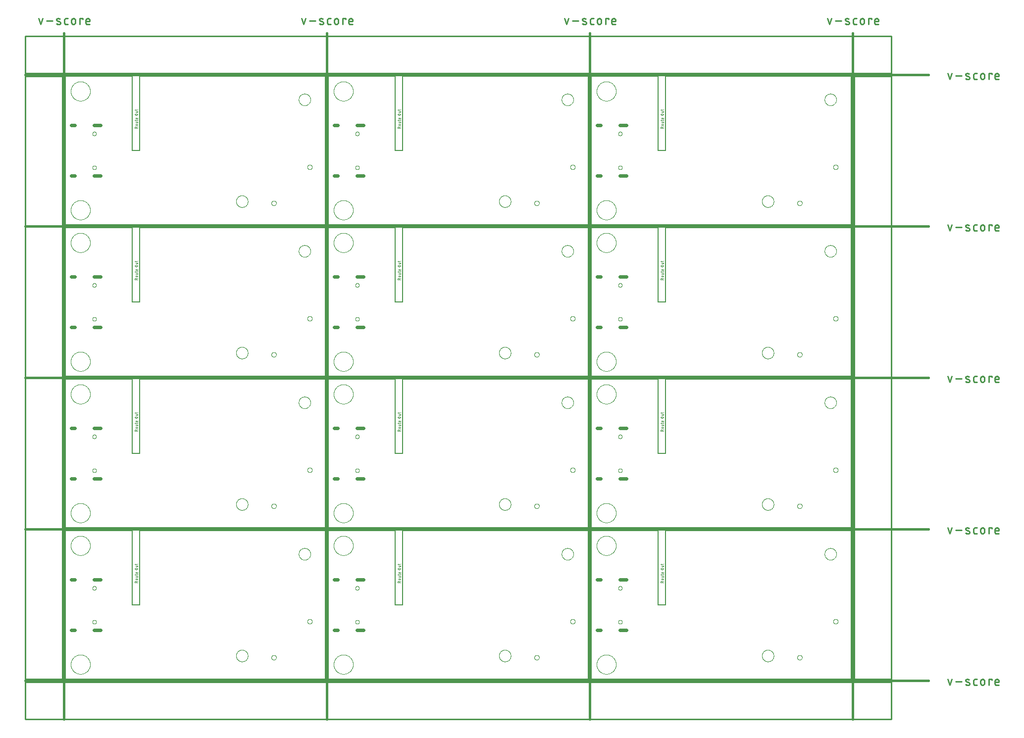
<source format=gko>
G04 EAGLE Gerber RS-274X export*
G75*
%MOMM*%
%FSLAX34Y34*%
%LPD*%
%IN*%
%IPPOS*%
%AMOC8*
5,1,8,0,0,1.08239X$1,22.5*%
G01*
%ADD10C,0.203200*%
%ADD11C,0.076200*%
%ADD12C,0.381000*%
%ADD13C,0.279400*%
%ADD14C,0.254000*%
%ADD15C,0.000000*%
%ADD16C,0.600000*%


D10*
X114300Y254000D02*
X114300Y127000D01*
X127000Y127000D01*
X127000Y254000D01*
X114300Y254000D02*
X0Y254000D01*
X0Y0D01*
X444500Y0D01*
X444500Y254000D01*
X127000Y254000D01*
D11*
X122809Y165687D02*
X118491Y165687D01*
X118491Y166886D01*
X118493Y166954D01*
X118499Y167023D01*
X118509Y167090D01*
X118522Y167158D01*
X118540Y167224D01*
X118561Y167289D01*
X118586Y167353D01*
X118614Y167415D01*
X118646Y167476D01*
X118681Y167534D01*
X118720Y167591D01*
X118762Y167645D01*
X118807Y167697D01*
X118854Y167746D01*
X118905Y167792D01*
X118958Y167835D01*
X119013Y167876D01*
X119071Y167913D01*
X119130Y167946D01*
X119192Y167977D01*
X119255Y168003D01*
X119319Y168026D01*
X119385Y168046D01*
X119452Y168061D01*
X119519Y168073D01*
X119587Y168081D01*
X119656Y168085D01*
X119724Y168085D01*
X119793Y168081D01*
X119861Y168073D01*
X119928Y168061D01*
X119995Y168046D01*
X120061Y168026D01*
X120125Y168003D01*
X120188Y167977D01*
X120250Y167946D01*
X120309Y167913D01*
X120367Y167876D01*
X120422Y167835D01*
X120475Y167792D01*
X120526Y167746D01*
X120573Y167697D01*
X120618Y167645D01*
X120660Y167591D01*
X120699Y167534D01*
X120734Y167476D01*
X120766Y167415D01*
X120794Y167353D01*
X120819Y167289D01*
X120840Y167224D01*
X120858Y167158D01*
X120871Y167090D01*
X120881Y167023D01*
X120887Y166954D01*
X120889Y166886D01*
X120890Y166886D02*
X120890Y165687D01*
X120890Y167126D02*
X122809Y168086D01*
X121849Y170152D02*
X120890Y170152D01*
X120890Y170151D02*
X120830Y170153D01*
X120770Y170159D01*
X120710Y170168D01*
X120651Y170181D01*
X120593Y170198D01*
X120537Y170218D01*
X120481Y170242D01*
X120428Y170270D01*
X120376Y170300D01*
X120326Y170334D01*
X120278Y170371D01*
X120233Y170411D01*
X120190Y170454D01*
X120150Y170499D01*
X120113Y170547D01*
X120079Y170597D01*
X120049Y170649D01*
X120021Y170702D01*
X119997Y170758D01*
X119977Y170814D01*
X119960Y170872D01*
X119947Y170931D01*
X119938Y170991D01*
X119932Y171051D01*
X119930Y171111D01*
X119932Y171171D01*
X119938Y171231D01*
X119947Y171291D01*
X119960Y171350D01*
X119977Y171408D01*
X119997Y171464D01*
X120021Y171520D01*
X120049Y171573D01*
X120079Y171625D01*
X120113Y171675D01*
X120150Y171723D01*
X120190Y171768D01*
X120233Y171811D01*
X120278Y171851D01*
X120326Y171888D01*
X120376Y171922D01*
X120428Y171952D01*
X120481Y171980D01*
X120537Y172004D01*
X120593Y172024D01*
X120651Y172041D01*
X120710Y172054D01*
X120770Y172063D01*
X120830Y172069D01*
X120890Y172071D01*
X121849Y172071D01*
X121909Y172069D01*
X121969Y172063D01*
X122029Y172054D01*
X122088Y172041D01*
X122146Y172024D01*
X122202Y172004D01*
X122258Y171980D01*
X122311Y171952D01*
X122363Y171922D01*
X122413Y171888D01*
X122461Y171851D01*
X122506Y171811D01*
X122549Y171768D01*
X122589Y171723D01*
X122626Y171675D01*
X122660Y171625D01*
X122690Y171573D01*
X122718Y171520D01*
X122742Y171464D01*
X122762Y171408D01*
X122779Y171350D01*
X122792Y171291D01*
X122801Y171231D01*
X122807Y171171D01*
X122809Y171111D01*
X122807Y171051D01*
X122801Y170991D01*
X122792Y170931D01*
X122779Y170872D01*
X122762Y170814D01*
X122742Y170758D01*
X122718Y170702D01*
X122690Y170649D01*
X122660Y170597D01*
X122626Y170547D01*
X122589Y170499D01*
X122549Y170454D01*
X122506Y170411D01*
X122461Y170371D01*
X122413Y170334D01*
X122363Y170300D01*
X122311Y170270D01*
X122258Y170242D01*
X122202Y170218D01*
X122146Y170198D01*
X122088Y170181D01*
X122029Y170168D01*
X121969Y170159D01*
X121909Y170153D01*
X121849Y170151D01*
X122089Y174266D02*
X119930Y174266D01*
X122089Y174266D02*
X122140Y174268D01*
X122191Y174273D01*
X122242Y174282D01*
X122292Y174295D01*
X122341Y174311D01*
X122388Y174331D01*
X122434Y174354D01*
X122478Y174380D01*
X122520Y174410D01*
X122561Y174442D01*
X122598Y174477D01*
X122633Y174515D01*
X122665Y174555D01*
X122695Y174597D01*
X122721Y174641D01*
X122744Y174687D01*
X122764Y174734D01*
X122780Y174783D01*
X122793Y174833D01*
X122802Y174884D01*
X122807Y174935D01*
X122809Y174986D01*
X122809Y176186D01*
X119930Y176186D01*
X119930Y177958D02*
X119930Y179398D01*
X118491Y178438D02*
X122089Y178438D01*
X122140Y178440D01*
X122191Y178445D01*
X122242Y178454D01*
X122292Y178467D01*
X122341Y178483D01*
X122388Y178503D01*
X122434Y178526D01*
X122478Y178552D01*
X122520Y178582D01*
X122561Y178614D01*
X122598Y178649D01*
X122633Y178687D01*
X122665Y178727D01*
X122695Y178769D01*
X122721Y178813D01*
X122744Y178859D01*
X122764Y178906D01*
X122780Y178955D01*
X122793Y179005D01*
X122802Y179056D01*
X122807Y179107D01*
X122809Y179158D01*
X122809Y179398D01*
X122809Y181996D02*
X122809Y183196D01*
X122809Y181996D02*
X122807Y181945D01*
X122802Y181894D01*
X122793Y181843D01*
X122780Y181793D01*
X122764Y181744D01*
X122744Y181697D01*
X122721Y181651D01*
X122695Y181607D01*
X122665Y181565D01*
X122633Y181525D01*
X122598Y181487D01*
X122561Y181452D01*
X122520Y181420D01*
X122478Y181390D01*
X122434Y181364D01*
X122388Y181341D01*
X122341Y181321D01*
X122292Y181305D01*
X122242Y181292D01*
X122191Y181283D01*
X122140Y181278D01*
X122089Y181276D01*
X122089Y181277D02*
X120890Y181277D01*
X120890Y181276D02*
X120830Y181278D01*
X120770Y181284D01*
X120710Y181293D01*
X120651Y181306D01*
X120593Y181323D01*
X120537Y181343D01*
X120481Y181367D01*
X120428Y181395D01*
X120376Y181425D01*
X120326Y181459D01*
X120278Y181496D01*
X120233Y181536D01*
X120190Y181579D01*
X120150Y181624D01*
X120113Y181672D01*
X120079Y181722D01*
X120049Y181774D01*
X120021Y181827D01*
X119997Y181883D01*
X119977Y181939D01*
X119960Y181997D01*
X119947Y182056D01*
X119938Y182116D01*
X119932Y182176D01*
X119930Y182236D01*
X119932Y182296D01*
X119938Y182356D01*
X119947Y182416D01*
X119960Y182475D01*
X119977Y182533D01*
X119997Y182589D01*
X120021Y182645D01*
X120049Y182698D01*
X120079Y182750D01*
X120113Y182800D01*
X120150Y182848D01*
X120190Y182893D01*
X120233Y182936D01*
X120278Y182976D01*
X120326Y183013D01*
X120376Y183047D01*
X120428Y183077D01*
X120481Y183105D01*
X120537Y183129D01*
X120593Y183149D01*
X120651Y183166D01*
X120710Y183179D01*
X120770Y183188D01*
X120830Y183194D01*
X120890Y183196D01*
X121370Y183196D01*
X121370Y181277D01*
X121610Y187742D02*
X119690Y187742D01*
X119690Y187743D02*
X119622Y187745D01*
X119553Y187751D01*
X119486Y187761D01*
X119418Y187774D01*
X119352Y187792D01*
X119287Y187813D01*
X119223Y187838D01*
X119161Y187866D01*
X119100Y187898D01*
X119042Y187933D01*
X118985Y187972D01*
X118931Y188014D01*
X118879Y188059D01*
X118830Y188106D01*
X118784Y188157D01*
X118741Y188210D01*
X118700Y188265D01*
X118663Y188323D01*
X118630Y188382D01*
X118599Y188444D01*
X118573Y188507D01*
X118550Y188571D01*
X118530Y188637D01*
X118515Y188704D01*
X118503Y188771D01*
X118495Y188839D01*
X118491Y188908D01*
X118491Y188976D01*
X118495Y189045D01*
X118503Y189113D01*
X118515Y189180D01*
X118530Y189247D01*
X118550Y189313D01*
X118573Y189377D01*
X118599Y189440D01*
X118630Y189502D01*
X118663Y189561D01*
X118700Y189619D01*
X118741Y189674D01*
X118784Y189727D01*
X118830Y189778D01*
X118879Y189825D01*
X118931Y189870D01*
X118985Y189912D01*
X119042Y189951D01*
X119100Y189986D01*
X119161Y190018D01*
X119223Y190046D01*
X119287Y190071D01*
X119352Y190092D01*
X119418Y190110D01*
X119486Y190123D01*
X119553Y190133D01*
X119622Y190139D01*
X119690Y190141D01*
X121610Y190141D01*
X121678Y190139D01*
X121747Y190133D01*
X121814Y190123D01*
X121882Y190110D01*
X121948Y190092D01*
X122013Y190071D01*
X122077Y190046D01*
X122139Y190018D01*
X122200Y189986D01*
X122258Y189951D01*
X122315Y189912D01*
X122369Y189870D01*
X122421Y189825D01*
X122470Y189778D01*
X122516Y189727D01*
X122559Y189674D01*
X122600Y189619D01*
X122637Y189561D01*
X122670Y189502D01*
X122701Y189440D01*
X122727Y189377D01*
X122750Y189313D01*
X122770Y189247D01*
X122785Y189180D01*
X122797Y189113D01*
X122805Y189045D01*
X122809Y188976D01*
X122809Y188908D01*
X122805Y188839D01*
X122797Y188771D01*
X122785Y188704D01*
X122770Y188637D01*
X122750Y188571D01*
X122727Y188507D01*
X122701Y188444D01*
X122670Y188382D01*
X122637Y188323D01*
X122600Y188265D01*
X122559Y188210D01*
X122516Y188157D01*
X122470Y188106D01*
X122421Y188059D01*
X122369Y188014D01*
X122315Y187972D01*
X122258Y187933D01*
X122200Y187898D01*
X122139Y187866D01*
X122077Y187838D01*
X122013Y187813D01*
X121948Y187792D01*
X121882Y187774D01*
X121814Y187761D01*
X121747Y187751D01*
X121678Y187745D01*
X121610Y187743D01*
X122089Y192402D02*
X119930Y192402D01*
X122089Y192401D02*
X122140Y192403D01*
X122191Y192408D01*
X122242Y192417D01*
X122292Y192430D01*
X122341Y192446D01*
X122388Y192466D01*
X122434Y192489D01*
X122478Y192515D01*
X122520Y192545D01*
X122561Y192577D01*
X122598Y192612D01*
X122633Y192650D01*
X122665Y192690D01*
X122695Y192732D01*
X122721Y192776D01*
X122744Y192822D01*
X122764Y192869D01*
X122780Y192918D01*
X122793Y192968D01*
X122802Y193019D01*
X122807Y193070D01*
X122809Y193121D01*
X122809Y194321D01*
X119930Y194321D01*
X119930Y196094D02*
X119930Y197533D01*
X118491Y196574D02*
X122089Y196574D01*
X122089Y196573D02*
X122140Y196575D01*
X122191Y196580D01*
X122242Y196589D01*
X122292Y196602D01*
X122341Y196618D01*
X122388Y196638D01*
X122434Y196661D01*
X122478Y196687D01*
X122520Y196717D01*
X122561Y196749D01*
X122598Y196784D01*
X122633Y196822D01*
X122665Y196862D01*
X122695Y196904D01*
X122721Y196948D01*
X122744Y196994D01*
X122764Y197041D01*
X122780Y197090D01*
X122793Y197140D01*
X122802Y197191D01*
X122807Y197242D01*
X122809Y197293D01*
X122809Y197533D01*
D10*
X563880Y254000D02*
X563880Y127000D01*
X576580Y127000D01*
X576580Y254000D01*
X563880Y254000D02*
X449580Y254000D01*
X449580Y0D01*
X894080Y0D01*
X894080Y254000D01*
X576580Y254000D01*
D11*
X572389Y165687D02*
X568071Y165687D01*
X568071Y166886D01*
X568073Y166954D01*
X568079Y167023D01*
X568089Y167090D01*
X568102Y167158D01*
X568120Y167224D01*
X568141Y167289D01*
X568166Y167353D01*
X568194Y167415D01*
X568226Y167476D01*
X568261Y167534D01*
X568300Y167591D01*
X568342Y167645D01*
X568387Y167697D01*
X568434Y167746D01*
X568485Y167792D01*
X568538Y167835D01*
X568593Y167876D01*
X568651Y167913D01*
X568710Y167946D01*
X568772Y167977D01*
X568835Y168003D01*
X568899Y168026D01*
X568965Y168046D01*
X569032Y168061D01*
X569099Y168073D01*
X569167Y168081D01*
X569236Y168085D01*
X569304Y168085D01*
X569373Y168081D01*
X569441Y168073D01*
X569508Y168061D01*
X569575Y168046D01*
X569641Y168026D01*
X569705Y168003D01*
X569768Y167977D01*
X569830Y167946D01*
X569889Y167913D01*
X569947Y167876D01*
X570002Y167835D01*
X570055Y167792D01*
X570106Y167746D01*
X570153Y167697D01*
X570198Y167645D01*
X570240Y167591D01*
X570279Y167534D01*
X570314Y167476D01*
X570346Y167415D01*
X570374Y167353D01*
X570399Y167289D01*
X570420Y167224D01*
X570438Y167158D01*
X570451Y167090D01*
X570461Y167023D01*
X570467Y166954D01*
X570469Y166886D01*
X570470Y166886D02*
X570470Y165687D01*
X570470Y167126D02*
X572389Y168086D01*
X571429Y170152D02*
X570470Y170152D01*
X570470Y170151D02*
X570410Y170153D01*
X570350Y170159D01*
X570290Y170168D01*
X570231Y170181D01*
X570173Y170198D01*
X570117Y170218D01*
X570061Y170242D01*
X570008Y170270D01*
X569956Y170300D01*
X569906Y170334D01*
X569858Y170371D01*
X569813Y170411D01*
X569770Y170454D01*
X569730Y170499D01*
X569693Y170547D01*
X569659Y170597D01*
X569629Y170649D01*
X569601Y170702D01*
X569577Y170758D01*
X569557Y170814D01*
X569540Y170872D01*
X569527Y170931D01*
X569518Y170991D01*
X569512Y171051D01*
X569510Y171111D01*
X569512Y171171D01*
X569518Y171231D01*
X569527Y171291D01*
X569540Y171350D01*
X569557Y171408D01*
X569577Y171464D01*
X569601Y171520D01*
X569629Y171573D01*
X569659Y171625D01*
X569693Y171675D01*
X569730Y171723D01*
X569770Y171768D01*
X569813Y171811D01*
X569858Y171851D01*
X569906Y171888D01*
X569956Y171922D01*
X570008Y171952D01*
X570061Y171980D01*
X570117Y172004D01*
X570173Y172024D01*
X570231Y172041D01*
X570290Y172054D01*
X570350Y172063D01*
X570410Y172069D01*
X570470Y172071D01*
X571429Y172071D01*
X571489Y172069D01*
X571549Y172063D01*
X571609Y172054D01*
X571668Y172041D01*
X571726Y172024D01*
X571782Y172004D01*
X571838Y171980D01*
X571891Y171952D01*
X571943Y171922D01*
X571993Y171888D01*
X572041Y171851D01*
X572086Y171811D01*
X572129Y171768D01*
X572169Y171723D01*
X572206Y171675D01*
X572240Y171625D01*
X572270Y171573D01*
X572298Y171520D01*
X572322Y171464D01*
X572342Y171408D01*
X572359Y171350D01*
X572372Y171291D01*
X572381Y171231D01*
X572387Y171171D01*
X572389Y171111D01*
X572387Y171051D01*
X572381Y170991D01*
X572372Y170931D01*
X572359Y170872D01*
X572342Y170814D01*
X572322Y170758D01*
X572298Y170702D01*
X572270Y170649D01*
X572240Y170597D01*
X572206Y170547D01*
X572169Y170499D01*
X572129Y170454D01*
X572086Y170411D01*
X572041Y170371D01*
X571993Y170334D01*
X571943Y170300D01*
X571891Y170270D01*
X571838Y170242D01*
X571782Y170218D01*
X571726Y170198D01*
X571668Y170181D01*
X571609Y170168D01*
X571549Y170159D01*
X571489Y170153D01*
X571429Y170151D01*
X571669Y174266D02*
X569510Y174266D01*
X571669Y174266D02*
X571720Y174268D01*
X571771Y174273D01*
X571822Y174282D01*
X571872Y174295D01*
X571921Y174311D01*
X571968Y174331D01*
X572014Y174354D01*
X572058Y174380D01*
X572100Y174410D01*
X572141Y174442D01*
X572178Y174477D01*
X572213Y174515D01*
X572245Y174555D01*
X572275Y174597D01*
X572301Y174641D01*
X572324Y174687D01*
X572344Y174734D01*
X572360Y174783D01*
X572373Y174833D01*
X572382Y174884D01*
X572387Y174935D01*
X572389Y174986D01*
X572389Y176186D01*
X569510Y176186D01*
X569510Y177958D02*
X569510Y179398D01*
X568071Y178438D02*
X571669Y178438D01*
X571720Y178440D01*
X571771Y178445D01*
X571822Y178454D01*
X571872Y178467D01*
X571921Y178483D01*
X571968Y178503D01*
X572014Y178526D01*
X572058Y178552D01*
X572100Y178582D01*
X572141Y178614D01*
X572178Y178649D01*
X572213Y178687D01*
X572245Y178727D01*
X572275Y178769D01*
X572301Y178813D01*
X572324Y178859D01*
X572344Y178906D01*
X572360Y178955D01*
X572373Y179005D01*
X572382Y179056D01*
X572387Y179107D01*
X572389Y179158D01*
X572389Y179398D01*
X572389Y181996D02*
X572389Y183196D01*
X572389Y181996D02*
X572387Y181945D01*
X572382Y181894D01*
X572373Y181843D01*
X572360Y181793D01*
X572344Y181744D01*
X572324Y181697D01*
X572301Y181651D01*
X572275Y181607D01*
X572245Y181565D01*
X572213Y181525D01*
X572178Y181487D01*
X572141Y181452D01*
X572100Y181420D01*
X572058Y181390D01*
X572014Y181364D01*
X571968Y181341D01*
X571921Y181321D01*
X571872Y181305D01*
X571822Y181292D01*
X571771Y181283D01*
X571720Y181278D01*
X571669Y181276D01*
X571669Y181277D02*
X570470Y181277D01*
X570470Y181276D02*
X570410Y181278D01*
X570350Y181284D01*
X570290Y181293D01*
X570231Y181306D01*
X570173Y181323D01*
X570117Y181343D01*
X570061Y181367D01*
X570008Y181395D01*
X569956Y181425D01*
X569906Y181459D01*
X569858Y181496D01*
X569813Y181536D01*
X569770Y181579D01*
X569730Y181624D01*
X569693Y181672D01*
X569659Y181722D01*
X569629Y181774D01*
X569601Y181827D01*
X569577Y181883D01*
X569557Y181939D01*
X569540Y181997D01*
X569527Y182056D01*
X569518Y182116D01*
X569512Y182176D01*
X569510Y182236D01*
X569512Y182296D01*
X569518Y182356D01*
X569527Y182416D01*
X569540Y182475D01*
X569557Y182533D01*
X569577Y182589D01*
X569601Y182645D01*
X569629Y182698D01*
X569659Y182750D01*
X569693Y182800D01*
X569730Y182848D01*
X569770Y182893D01*
X569813Y182936D01*
X569858Y182976D01*
X569906Y183013D01*
X569956Y183047D01*
X570008Y183077D01*
X570061Y183105D01*
X570117Y183129D01*
X570173Y183149D01*
X570231Y183166D01*
X570290Y183179D01*
X570350Y183188D01*
X570410Y183194D01*
X570470Y183196D01*
X570950Y183196D01*
X570950Y181277D01*
X571190Y187742D02*
X569270Y187742D01*
X569270Y187743D02*
X569202Y187745D01*
X569133Y187751D01*
X569066Y187761D01*
X568998Y187774D01*
X568932Y187792D01*
X568867Y187813D01*
X568803Y187838D01*
X568741Y187866D01*
X568680Y187898D01*
X568622Y187933D01*
X568565Y187972D01*
X568511Y188014D01*
X568459Y188059D01*
X568410Y188106D01*
X568364Y188157D01*
X568321Y188210D01*
X568280Y188265D01*
X568243Y188323D01*
X568210Y188382D01*
X568179Y188444D01*
X568153Y188507D01*
X568130Y188571D01*
X568110Y188637D01*
X568095Y188704D01*
X568083Y188771D01*
X568075Y188839D01*
X568071Y188908D01*
X568071Y188976D01*
X568075Y189045D01*
X568083Y189113D01*
X568095Y189180D01*
X568110Y189247D01*
X568130Y189313D01*
X568153Y189377D01*
X568179Y189440D01*
X568210Y189502D01*
X568243Y189561D01*
X568280Y189619D01*
X568321Y189674D01*
X568364Y189727D01*
X568410Y189778D01*
X568459Y189825D01*
X568511Y189870D01*
X568565Y189912D01*
X568622Y189951D01*
X568680Y189986D01*
X568741Y190018D01*
X568803Y190046D01*
X568867Y190071D01*
X568932Y190092D01*
X568998Y190110D01*
X569066Y190123D01*
X569133Y190133D01*
X569202Y190139D01*
X569270Y190141D01*
X571190Y190141D01*
X571258Y190139D01*
X571327Y190133D01*
X571394Y190123D01*
X571462Y190110D01*
X571528Y190092D01*
X571593Y190071D01*
X571657Y190046D01*
X571719Y190018D01*
X571780Y189986D01*
X571838Y189951D01*
X571895Y189912D01*
X571949Y189870D01*
X572001Y189825D01*
X572050Y189778D01*
X572096Y189727D01*
X572139Y189674D01*
X572180Y189619D01*
X572217Y189561D01*
X572250Y189502D01*
X572281Y189440D01*
X572307Y189377D01*
X572330Y189313D01*
X572350Y189247D01*
X572365Y189180D01*
X572377Y189113D01*
X572385Y189045D01*
X572389Y188976D01*
X572389Y188908D01*
X572385Y188839D01*
X572377Y188771D01*
X572365Y188704D01*
X572350Y188637D01*
X572330Y188571D01*
X572307Y188507D01*
X572281Y188444D01*
X572250Y188382D01*
X572217Y188323D01*
X572180Y188265D01*
X572139Y188210D01*
X572096Y188157D01*
X572050Y188106D01*
X572001Y188059D01*
X571949Y188014D01*
X571895Y187972D01*
X571838Y187933D01*
X571780Y187898D01*
X571719Y187866D01*
X571657Y187838D01*
X571593Y187813D01*
X571528Y187792D01*
X571462Y187774D01*
X571394Y187761D01*
X571327Y187751D01*
X571258Y187745D01*
X571190Y187743D01*
X571669Y192402D02*
X569510Y192402D01*
X571669Y192401D02*
X571720Y192403D01*
X571771Y192408D01*
X571822Y192417D01*
X571872Y192430D01*
X571921Y192446D01*
X571968Y192466D01*
X572014Y192489D01*
X572058Y192515D01*
X572100Y192545D01*
X572141Y192577D01*
X572178Y192612D01*
X572213Y192650D01*
X572245Y192690D01*
X572275Y192732D01*
X572301Y192776D01*
X572324Y192822D01*
X572344Y192869D01*
X572360Y192918D01*
X572373Y192968D01*
X572382Y193019D01*
X572387Y193070D01*
X572389Y193121D01*
X572389Y194321D01*
X569510Y194321D01*
X569510Y196094D02*
X569510Y197533D01*
X568071Y196574D02*
X571669Y196574D01*
X571669Y196573D02*
X571720Y196575D01*
X571771Y196580D01*
X571822Y196589D01*
X571872Y196602D01*
X571921Y196618D01*
X571968Y196638D01*
X572014Y196661D01*
X572058Y196687D01*
X572100Y196717D01*
X572141Y196749D01*
X572178Y196784D01*
X572213Y196822D01*
X572245Y196862D01*
X572275Y196904D01*
X572301Y196948D01*
X572324Y196994D01*
X572344Y197041D01*
X572360Y197090D01*
X572373Y197140D01*
X572382Y197191D01*
X572387Y197242D01*
X572389Y197293D01*
X572389Y197533D01*
D10*
X1013460Y254000D02*
X1013460Y127000D01*
X1026160Y127000D01*
X1026160Y254000D01*
X1013460Y254000D02*
X899160Y254000D01*
X899160Y0D01*
X1343660Y0D01*
X1343660Y254000D01*
X1026160Y254000D01*
D11*
X1021969Y165687D02*
X1017651Y165687D01*
X1017651Y166886D01*
X1017653Y166954D01*
X1017659Y167023D01*
X1017669Y167090D01*
X1017682Y167158D01*
X1017700Y167224D01*
X1017721Y167289D01*
X1017746Y167353D01*
X1017774Y167415D01*
X1017806Y167476D01*
X1017841Y167534D01*
X1017880Y167591D01*
X1017922Y167645D01*
X1017967Y167697D01*
X1018014Y167746D01*
X1018065Y167792D01*
X1018118Y167835D01*
X1018173Y167876D01*
X1018231Y167913D01*
X1018290Y167946D01*
X1018352Y167977D01*
X1018415Y168003D01*
X1018479Y168026D01*
X1018545Y168046D01*
X1018612Y168061D01*
X1018679Y168073D01*
X1018747Y168081D01*
X1018816Y168085D01*
X1018884Y168085D01*
X1018953Y168081D01*
X1019021Y168073D01*
X1019088Y168061D01*
X1019155Y168046D01*
X1019221Y168026D01*
X1019285Y168003D01*
X1019348Y167977D01*
X1019410Y167946D01*
X1019469Y167913D01*
X1019527Y167876D01*
X1019582Y167835D01*
X1019635Y167792D01*
X1019686Y167746D01*
X1019733Y167697D01*
X1019778Y167645D01*
X1019820Y167591D01*
X1019859Y167534D01*
X1019894Y167476D01*
X1019926Y167415D01*
X1019954Y167353D01*
X1019979Y167289D01*
X1020000Y167224D01*
X1020018Y167158D01*
X1020031Y167090D01*
X1020041Y167023D01*
X1020047Y166954D01*
X1020049Y166886D01*
X1020050Y166886D02*
X1020050Y165687D01*
X1020050Y167126D02*
X1021969Y168086D01*
X1021009Y170152D02*
X1020050Y170152D01*
X1020050Y170151D02*
X1019990Y170153D01*
X1019930Y170159D01*
X1019870Y170168D01*
X1019811Y170181D01*
X1019753Y170198D01*
X1019697Y170218D01*
X1019641Y170242D01*
X1019588Y170270D01*
X1019536Y170300D01*
X1019486Y170334D01*
X1019438Y170371D01*
X1019393Y170411D01*
X1019350Y170454D01*
X1019310Y170499D01*
X1019273Y170547D01*
X1019239Y170597D01*
X1019209Y170649D01*
X1019181Y170702D01*
X1019157Y170758D01*
X1019137Y170814D01*
X1019120Y170872D01*
X1019107Y170931D01*
X1019098Y170991D01*
X1019092Y171051D01*
X1019090Y171111D01*
X1019092Y171171D01*
X1019098Y171231D01*
X1019107Y171291D01*
X1019120Y171350D01*
X1019137Y171408D01*
X1019157Y171464D01*
X1019181Y171520D01*
X1019209Y171573D01*
X1019239Y171625D01*
X1019273Y171675D01*
X1019310Y171723D01*
X1019350Y171768D01*
X1019393Y171811D01*
X1019438Y171851D01*
X1019486Y171888D01*
X1019536Y171922D01*
X1019588Y171952D01*
X1019641Y171980D01*
X1019697Y172004D01*
X1019753Y172024D01*
X1019811Y172041D01*
X1019870Y172054D01*
X1019930Y172063D01*
X1019990Y172069D01*
X1020050Y172071D01*
X1021009Y172071D01*
X1021069Y172069D01*
X1021129Y172063D01*
X1021189Y172054D01*
X1021248Y172041D01*
X1021306Y172024D01*
X1021362Y172004D01*
X1021418Y171980D01*
X1021471Y171952D01*
X1021523Y171922D01*
X1021573Y171888D01*
X1021621Y171851D01*
X1021666Y171811D01*
X1021709Y171768D01*
X1021749Y171723D01*
X1021786Y171675D01*
X1021820Y171625D01*
X1021850Y171573D01*
X1021878Y171520D01*
X1021902Y171464D01*
X1021922Y171408D01*
X1021939Y171350D01*
X1021952Y171291D01*
X1021961Y171231D01*
X1021967Y171171D01*
X1021969Y171111D01*
X1021967Y171051D01*
X1021961Y170991D01*
X1021952Y170931D01*
X1021939Y170872D01*
X1021922Y170814D01*
X1021902Y170758D01*
X1021878Y170702D01*
X1021850Y170649D01*
X1021820Y170597D01*
X1021786Y170547D01*
X1021749Y170499D01*
X1021709Y170454D01*
X1021666Y170411D01*
X1021621Y170371D01*
X1021573Y170334D01*
X1021523Y170300D01*
X1021471Y170270D01*
X1021418Y170242D01*
X1021362Y170218D01*
X1021306Y170198D01*
X1021248Y170181D01*
X1021189Y170168D01*
X1021129Y170159D01*
X1021069Y170153D01*
X1021009Y170151D01*
X1021249Y174266D02*
X1019090Y174266D01*
X1021249Y174266D02*
X1021300Y174268D01*
X1021351Y174273D01*
X1021402Y174282D01*
X1021452Y174295D01*
X1021501Y174311D01*
X1021548Y174331D01*
X1021594Y174354D01*
X1021638Y174380D01*
X1021680Y174410D01*
X1021721Y174442D01*
X1021758Y174477D01*
X1021793Y174515D01*
X1021825Y174555D01*
X1021855Y174597D01*
X1021881Y174641D01*
X1021904Y174687D01*
X1021924Y174734D01*
X1021940Y174783D01*
X1021953Y174833D01*
X1021962Y174884D01*
X1021967Y174935D01*
X1021969Y174986D01*
X1021969Y176186D01*
X1019090Y176186D01*
X1019090Y177958D02*
X1019090Y179398D01*
X1017651Y178438D02*
X1021249Y178438D01*
X1021300Y178440D01*
X1021351Y178445D01*
X1021402Y178454D01*
X1021452Y178467D01*
X1021501Y178483D01*
X1021548Y178503D01*
X1021594Y178526D01*
X1021638Y178552D01*
X1021680Y178582D01*
X1021721Y178614D01*
X1021758Y178649D01*
X1021793Y178687D01*
X1021825Y178727D01*
X1021855Y178769D01*
X1021881Y178813D01*
X1021904Y178859D01*
X1021924Y178906D01*
X1021940Y178955D01*
X1021953Y179005D01*
X1021962Y179056D01*
X1021967Y179107D01*
X1021969Y179158D01*
X1021969Y179398D01*
X1021969Y181996D02*
X1021969Y183196D01*
X1021969Y181996D02*
X1021967Y181945D01*
X1021962Y181894D01*
X1021953Y181843D01*
X1021940Y181793D01*
X1021924Y181744D01*
X1021904Y181697D01*
X1021881Y181651D01*
X1021855Y181607D01*
X1021825Y181565D01*
X1021793Y181525D01*
X1021758Y181487D01*
X1021721Y181452D01*
X1021680Y181420D01*
X1021638Y181390D01*
X1021594Y181364D01*
X1021548Y181341D01*
X1021501Y181321D01*
X1021452Y181305D01*
X1021402Y181292D01*
X1021351Y181283D01*
X1021300Y181278D01*
X1021249Y181276D01*
X1021249Y181277D02*
X1020050Y181277D01*
X1020050Y181276D02*
X1019990Y181278D01*
X1019930Y181284D01*
X1019870Y181293D01*
X1019811Y181306D01*
X1019753Y181323D01*
X1019697Y181343D01*
X1019641Y181367D01*
X1019588Y181395D01*
X1019536Y181425D01*
X1019486Y181459D01*
X1019438Y181496D01*
X1019393Y181536D01*
X1019350Y181579D01*
X1019310Y181624D01*
X1019273Y181672D01*
X1019239Y181722D01*
X1019209Y181774D01*
X1019181Y181827D01*
X1019157Y181883D01*
X1019137Y181939D01*
X1019120Y181997D01*
X1019107Y182056D01*
X1019098Y182116D01*
X1019092Y182176D01*
X1019090Y182236D01*
X1019092Y182296D01*
X1019098Y182356D01*
X1019107Y182416D01*
X1019120Y182475D01*
X1019137Y182533D01*
X1019157Y182589D01*
X1019181Y182645D01*
X1019209Y182698D01*
X1019239Y182750D01*
X1019273Y182800D01*
X1019310Y182848D01*
X1019350Y182893D01*
X1019393Y182936D01*
X1019438Y182976D01*
X1019486Y183013D01*
X1019536Y183047D01*
X1019588Y183077D01*
X1019641Y183105D01*
X1019697Y183129D01*
X1019753Y183149D01*
X1019811Y183166D01*
X1019870Y183179D01*
X1019930Y183188D01*
X1019990Y183194D01*
X1020050Y183196D01*
X1020530Y183196D01*
X1020530Y181277D01*
X1020770Y187742D02*
X1018850Y187742D01*
X1018850Y187743D02*
X1018782Y187745D01*
X1018713Y187751D01*
X1018646Y187761D01*
X1018578Y187774D01*
X1018512Y187792D01*
X1018447Y187813D01*
X1018383Y187838D01*
X1018321Y187866D01*
X1018260Y187898D01*
X1018202Y187933D01*
X1018145Y187972D01*
X1018091Y188014D01*
X1018039Y188059D01*
X1017990Y188106D01*
X1017944Y188157D01*
X1017901Y188210D01*
X1017860Y188265D01*
X1017823Y188323D01*
X1017790Y188382D01*
X1017759Y188444D01*
X1017733Y188507D01*
X1017710Y188571D01*
X1017690Y188637D01*
X1017675Y188704D01*
X1017663Y188771D01*
X1017655Y188839D01*
X1017651Y188908D01*
X1017651Y188976D01*
X1017655Y189045D01*
X1017663Y189113D01*
X1017675Y189180D01*
X1017690Y189247D01*
X1017710Y189313D01*
X1017733Y189377D01*
X1017759Y189440D01*
X1017790Y189502D01*
X1017823Y189561D01*
X1017860Y189619D01*
X1017901Y189674D01*
X1017944Y189727D01*
X1017990Y189778D01*
X1018039Y189825D01*
X1018091Y189870D01*
X1018145Y189912D01*
X1018202Y189951D01*
X1018260Y189986D01*
X1018321Y190018D01*
X1018383Y190046D01*
X1018447Y190071D01*
X1018512Y190092D01*
X1018578Y190110D01*
X1018646Y190123D01*
X1018713Y190133D01*
X1018782Y190139D01*
X1018850Y190141D01*
X1020770Y190141D01*
X1020838Y190139D01*
X1020907Y190133D01*
X1020974Y190123D01*
X1021042Y190110D01*
X1021108Y190092D01*
X1021173Y190071D01*
X1021237Y190046D01*
X1021299Y190018D01*
X1021360Y189986D01*
X1021418Y189951D01*
X1021475Y189912D01*
X1021529Y189870D01*
X1021581Y189825D01*
X1021630Y189778D01*
X1021676Y189727D01*
X1021719Y189674D01*
X1021760Y189619D01*
X1021797Y189561D01*
X1021830Y189502D01*
X1021861Y189440D01*
X1021887Y189377D01*
X1021910Y189313D01*
X1021930Y189247D01*
X1021945Y189180D01*
X1021957Y189113D01*
X1021965Y189045D01*
X1021969Y188976D01*
X1021969Y188908D01*
X1021965Y188839D01*
X1021957Y188771D01*
X1021945Y188704D01*
X1021930Y188637D01*
X1021910Y188571D01*
X1021887Y188507D01*
X1021861Y188444D01*
X1021830Y188382D01*
X1021797Y188323D01*
X1021760Y188265D01*
X1021719Y188210D01*
X1021676Y188157D01*
X1021630Y188106D01*
X1021581Y188059D01*
X1021529Y188014D01*
X1021475Y187972D01*
X1021418Y187933D01*
X1021360Y187898D01*
X1021299Y187866D01*
X1021237Y187838D01*
X1021173Y187813D01*
X1021108Y187792D01*
X1021042Y187774D01*
X1020974Y187761D01*
X1020907Y187751D01*
X1020838Y187745D01*
X1020770Y187743D01*
X1021249Y192402D02*
X1019090Y192402D01*
X1021249Y192401D02*
X1021300Y192403D01*
X1021351Y192408D01*
X1021402Y192417D01*
X1021452Y192430D01*
X1021501Y192446D01*
X1021548Y192466D01*
X1021594Y192489D01*
X1021638Y192515D01*
X1021680Y192545D01*
X1021721Y192577D01*
X1021758Y192612D01*
X1021793Y192650D01*
X1021825Y192690D01*
X1021855Y192732D01*
X1021881Y192776D01*
X1021904Y192822D01*
X1021924Y192869D01*
X1021940Y192918D01*
X1021953Y192968D01*
X1021962Y193019D01*
X1021967Y193070D01*
X1021969Y193121D01*
X1021969Y194321D01*
X1019090Y194321D01*
X1019090Y196094D02*
X1019090Y197533D01*
X1017651Y196574D02*
X1021249Y196574D01*
X1021249Y196573D02*
X1021300Y196575D01*
X1021351Y196580D01*
X1021402Y196589D01*
X1021452Y196602D01*
X1021501Y196618D01*
X1021548Y196638D01*
X1021594Y196661D01*
X1021638Y196687D01*
X1021680Y196717D01*
X1021721Y196749D01*
X1021758Y196784D01*
X1021793Y196822D01*
X1021825Y196862D01*
X1021855Y196904D01*
X1021881Y196948D01*
X1021904Y196994D01*
X1021924Y197041D01*
X1021940Y197090D01*
X1021953Y197140D01*
X1021962Y197191D01*
X1021967Y197242D01*
X1021969Y197293D01*
X1021969Y197533D01*
D10*
X114300Y386080D02*
X114300Y513080D01*
X114300Y386080D02*
X127000Y386080D01*
X127000Y513080D01*
X114300Y513080D02*
X0Y513080D01*
X0Y259080D01*
X444500Y259080D01*
X444500Y513080D01*
X127000Y513080D01*
D11*
X122809Y424767D02*
X118491Y424767D01*
X118491Y425966D01*
X118493Y426034D01*
X118499Y426103D01*
X118509Y426170D01*
X118522Y426238D01*
X118540Y426304D01*
X118561Y426369D01*
X118586Y426433D01*
X118614Y426495D01*
X118646Y426556D01*
X118681Y426614D01*
X118720Y426671D01*
X118762Y426725D01*
X118807Y426777D01*
X118854Y426826D01*
X118905Y426872D01*
X118958Y426915D01*
X119013Y426956D01*
X119071Y426993D01*
X119130Y427026D01*
X119192Y427057D01*
X119255Y427083D01*
X119319Y427106D01*
X119385Y427126D01*
X119452Y427141D01*
X119519Y427153D01*
X119587Y427161D01*
X119656Y427165D01*
X119724Y427165D01*
X119793Y427161D01*
X119861Y427153D01*
X119928Y427141D01*
X119995Y427126D01*
X120061Y427106D01*
X120125Y427083D01*
X120188Y427057D01*
X120250Y427026D01*
X120309Y426993D01*
X120367Y426956D01*
X120422Y426915D01*
X120475Y426872D01*
X120526Y426826D01*
X120573Y426777D01*
X120618Y426725D01*
X120660Y426671D01*
X120699Y426614D01*
X120734Y426556D01*
X120766Y426495D01*
X120794Y426433D01*
X120819Y426369D01*
X120840Y426304D01*
X120858Y426238D01*
X120871Y426170D01*
X120881Y426103D01*
X120887Y426034D01*
X120889Y425966D01*
X120890Y425966D02*
X120890Y424767D01*
X120890Y426206D02*
X122809Y427166D01*
X121849Y429232D02*
X120890Y429232D01*
X120890Y429231D02*
X120830Y429233D01*
X120770Y429239D01*
X120710Y429248D01*
X120651Y429261D01*
X120593Y429278D01*
X120537Y429298D01*
X120481Y429322D01*
X120428Y429350D01*
X120376Y429380D01*
X120326Y429414D01*
X120278Y429451D01*
X120233Y429491D01*
X120190Y429534D01*
X120150Y429579D01*
X120113Y429627D01*
X120079Y429677D01*
X120049Y429729D01*
X120021Y429782D01*
X119997Y429838D01*
X119977Y429894D01*
X119960Y429952D01*
X119947Y430011D01*
X119938Y430071D01*
X119932Y430131D01*
X119930Y430191D01*
X119932Y430251D01*
X119938Y430311D01*
X119947Y430371D01*
X119960Y430430D01*
X119977Y430488D01*
X119997Y430544D01*
X120021Y430600D01*
X120049Y430653D01*
X120079Y430705D01*
X120113Y430755D01*
X120150Y430803D01*
X120190Y430848D01*
X120233Y430891D01*
X120278Y430931D01*
X120326Y430968D01*
X120376Y431002D01*
X120428Y431032D01*
X120481Y431060D01*
X120537Y431084D01*
X120593Y431104D01*
X120651Y431121D01*
X120710Y431134D01*
X120770Y431143D01*
X120830Y431149D01*
X120890Y431151D01*
X121849Y431151D01*
X121909Y431149D01*
X121969Y431143D01*
X122029Y431134D01*
X122088Y431121D01*
X122146Y431104D01*
X122202Y431084D01*
X122258Y431060D01*
X122311Y431032D01*
X122363Y431002D01*
X122413Y430968D01*
X122461Y430931D01*
X122506Y430891D01*
X122549Y430848D01*
X122589Y430803D01*
X122626Y430755D01*
X122660Y430705D01*
X122690Y430653D01*
X122718Y430600D01*
X122742Y430544D01*
X122762Y430488D01*
X122779Y430430D01*
X122792Y430371D01*
X122801Y430311D01*
X122807Y430251D01*
X122809Y430191D01*
X122807Y430131D01*
X122801Y430071D01*
X122792Y430011D01*
X122779Y429952D01*
X122762Y429894D01*
X122742Y429838D01*
X122718Y429782D01*
X122690Y429729D01*
X122660Y429677D01*
X122626Y429627D01*
X122589Y429579D01*
X122549Y429534D01*
X122506Y429491D01*
X122461Y429451D01*
X122413Y429414D01*
X122363Y429380D01*
X122311Y429350D01*
X122258Y429322D01*
X122202Y429298D01*
X122146Y429278D01*
X122088Y429261D01*
X122029Y429248D01*
X121969Y429239D01*
X121909Y429233D01*
X121849Y429231D01*
X122089Y433346D02*
X119930Y433346D01*
X122089Y433346D02*
X122140Y433348D01*
X122191Y433353D01*
X122242Y433362D01*
X122292Y433375D01*
X122341Y433391D01*
X122388Y433411D01*
X122434Y433434D01*
X122478Y433460D01*
X122520Y433490D01*
X122561Y433522D01*
X122598Y433557D01*
X122633Y433595D01*
X122665Y433635D01*
X122695Y433677D01*
X122721Y433721D01*
X122744Y433767D01*
X122764Y433814D01*
X122780Y433863D01*
X122793Y433913D01*
X122802Y433964D01*
X122807Y434015D01*
X122809Y434066D01*
X122809Y435266D01*
X119930Y435266D01*
X119930Y437038D02*
X119930Y438478D01*
X118491Y437518D02*
X122089Y437518D01*
X122140Y437520D01*
X122191Y437525D01*
X122242Y437534D01*
X122292Y437547D01*
X122341Y437563D01*
X122388Y437583D01*
X122434Y437606D01*
X122478Y437632D01*
X122520Y437662D01*
X122561Y437694D01*
X122598Y437729D01*
X122633Y437767D01*
X122665Y437807D01*
X122695Y437849D01*
X122721Y437893D01*
X122744Y437939D01*
X122764Y437986D01*
X122780Y438035D01*
X122793Y438085D01*
X122802Y438136D01*
X122807Y438187D01*
X122809Y438238D01*
X122809Y438478D01*
X122809Y441076D02*
X122809Y442276D01*
X122809Y441076D02*
X122807Y441025D01*
X122802Y440974D01*
X122793Y440923D01*
X122780Y440873D01*
X122764Y440824D01*
X122744Y440777D01*
X122721Y440731D01*
X122695Y440687D01*
X122665Y440645D01*
X122633Y440605D01*
X122598Y440567D01*
X122561Y440532D01*
X122520Y440500D01*
X122478Y440470D01*
X122434Y440444D01*
X122388Y440421D01*
X122341Y440401D01*
X122292Y440385D01*
X122242Y440372D01*
X122191Y440363D01*
X122140Y440358D01*
X122089Y440356D01*
X122089Y440357D02*
X120890Y440357D01*
X120890Y440356D02*
X120830Y440358D01*
X120770Y440364D01*
X120710Y440373D01*
X120651Y440386D01*
X120593Y440403D01*
X120537Y440423D01*
X120481Y440447D01*
X120428Y440475D01*
X120376Y440505D01*
X120326Y440539D01*
X120278Y440576D01*
X120233Y440616D01*
X120190Y440659D01*
X120150Y440704D01*
X120113Y440752D01*
X120079Y440802D01*
X120049Y440854D01*
X120021Y440907D01*
X119997Y440963D01*
X119977Y441019D01*
X119960Y441077D01*
X119947Y441136D01*
X119938Y441196D01*
X119932Y441256D01*
X119930Y441316D01*
X119932Y441376D01*
X119938Y441436D01*
X119947Y441496D01*
X119960Y441555D01*
X119977Y441613D01*
X119997Y441669D01*
X120021Y441725D01*
X120049Y441778D01*
X120079Y441830D01*
X120113Y441880D01*
X120150Y441928D01*
X120190Y441973D01*
X120233Y442016D01*
X120278Y442056D01*
X120326Y442093D01*
X120376Y442127D01*
X120428Y442157D01*
X120481Y442185D01*
X120537Y442209D01*
X120593Y442229D01*
X120651Y442246D01*
X120710Y442259D01*
X120770Y442268D01*
X120830Y442274D01*
X120890Y442276D01*
X121370Y442276D01*
X121370Y440357D01*
X121610Y446822D02*
X119690Y446822D01*
X119690Y446823D02*
X119622Y446825D01*
X119553Y446831D01*
X119486Y446841D01*
X119418Y446854D01*
X119352Y446872D01*
X119287Y446893D01*
X119223Y446918D01*
X119161Y446946D01*
X119100Y446978D01*
X119042Y447013D01*
X118985Y447052D01*
X118931Y447094D01*
X118879Y447139D01*
X118830Y447186D01*
X118784Y447237D01*
X118741Y447290D01*
X118700Y447345D01*
X118663Y447403D01*
X118630Y447462D01*
X118599Y447524D01*
X118573Y447587D01*
X118550Y447651D01*
X118530Y447717D01*
X118515Y447784D01*
X118503Y447851D01*
X118495Y447919D01*
X118491Y447988D01*
X118491Y448056D01*
X118495Y448125D01*
X118503Y448193D01*
X118515Y448260D01*
X118530Y448327D01*
X118550Y448393D01*
X118573Y448457D01*
X118599Y448520D01*
X118630Y448582D01*
X118663Y448641D01*
X118700Y448699D01*
X118741Y448754D01*
X118784Y448807D01*
X118830Y448858D01*
X118879Y448905D01*
X118931Y448950D01*
X118985Y448992D01*
X119042Y449031D01*
X119100Y449066D01*
X119161Y449098D01*
X119223Y449126D01*
X119287Y449151D01*
X119352Y449172D01*
X119418Y449190D01*
X119486Y449203D01*
X119553Y449213D01*
X119622Y449219D01*
X119690Y449221D01*
X121610Y449221D01*
X121678Y449219D01*
X121747Y449213D01*
X121814Y449203D01*
X121882Y449190D01*
X121948Y449172D01*
X122013Y449151D01*
X122077Y449126D01*
X122139Y449098D01*
X122200Y449066D01*
X122258Y449031D01*
X122315Y448992D01*
X122369Y448950D01*
X122421Y448905D01*
X122470Y448858D01*
X122516Y448807D01*
X122559Y448754D01*
X122600Y448699D01*
X122637Y448641D01*
X122670Y448582D01*
X122701Y448520D01*
X122727Y448457D01*
X122750Y448393D01*
X122770Y448327D01*
X122785Y448260D01*
X122797Y448193D01*
X122805Y448125D01*
X122809Y448056D01*
X122809Y447988D01*
X122805Y447919D01*
X122797Y447851D01*
X122785Y447784D01*
X122770Y447717D01*
X122750Y447651D01*
X122727Y447587D01*
X122701Y447524D01*
X122670Y447462D01*
X122637Y447403D01*
X122600Y447345D01*
X122559Y447290D01*
X122516Y447237D01*
X122470Y447186D01*
X122421Y447139D01*
X122369Y447094D01*
X122315Y447052D01*
X122258Y447013D01*
X122200Y446978D01*
X122139Y446946D01*
X122077Y446918D01*
X122013Y446893D01*
X121948Y446872D01*
X121882Y446854D01*
X121814Y446841D01*
X121747Y446831D01*
X121678Y446825D01*
X121610Y446823D01*
X122089Y451482D02*
X119930Y451482D01*
X122089Y451481D02*
X122140Y451483D01*
X122191Y451488D01*
X122242Y451497D01*
X122292Y451510D01*
X122341Y451526D01*
X122388Y451546D01*
X122434Y451569D01*
X122478Y451595D01*
X122520Y451625D01*
X122561Y451657D01*
X122598Y451692D01*
X122633Y451730D01*
X122665Y451770D01*
X122695Y451812D01*
X122721Y451856D01*
X122744Y451902D01*
X122764Y451949D01*
X122780Y451998D01*
X122793Y452048D01*
X122802Y452099D01*
X122807Y452150D01*
X122809Y452201D01*
X122809Y453401D01*
X119930Y453401D01*
X119930Y455174D02*
X119930Y456613D01*
X118491Y455654D02*
X122089Y455654D01*
X122089Y455653D02*
X122140Y455655D01*
X122191Y455660D01*
X122242Y455669D01*
X122292Y455682D01*
X122341Y455698D01*
X122388Y455718D01*
X122434Y455741D01*
X122478Y455767D01*
X122520Y455797D01*
X122561Y455829D01*
X122598Y455864D01*
X122633Y455902D01*
X122665Y455942D01*
X122695Y455984D01*
X122721Y456028D01*
X122744Y456074D01*
X122764Y456121D01*
X122780Y456170D01*
X122793Y456220D01*
X122802Y456271D01*
X122807Y456322D01*
X122809Y456373D01*
X122809Y456613D01*
D10*
X563880Y513080D02*
X563880Y386080D01*
X576580Y386080D01*
X576580Y513080D01*
X563880Y513080D02*
X449580Y513080D01*
X449580Y259080D01*
X894080Y259080D01*
X894080Y513080D01*
X576580Y513080D01*
D11*
X572389Y424767D02*
X568071Y424767D01*
X568071Y425966D01*
X568073Y426034D01*
X568079Y426103D01*
X568089Y426170D01*
X568102Y426238D01*
X568120Y426304D01*
X568141Y426369D01*
X568166Y426433D01*
X568194Y426495D01*
X568226Y426556D01*
X568261Y426614D01*
X568300Y426671D01*
X568342Y426725D01*
X568387Y426777D01*
X568434Y426826D01*
X568485Y426872D01*
X568538Y426915D01*
X568593Y426956D01*
X568651Y426993D01*
X568710Y427026D01*
X568772Y427057D01*
X568835Y427083D01*
X568899Y427106D01*
X568965Y427126D01*
X569032Y427141D01*
X569099Y427153D01*
X569167Y427161D01*
X569236Y427165D01*
X569304Y427165D01*
X569373Y427161D01*
X569441Y427153D01*
X569508Y427141D01*
X569575Y427126D01*
X569641Y427106D01*
X569705Y427083D01*
X569768Y427057D01*
X569830Y427026D01*
X569889Y426993D01*
X569947Y426956D01*
X570002Y426915D01*
X570055Y426872D01*
X570106Y426826D01*
X570153Y426777D01*
X570198Y426725D01*
X570240Y426671D01*
X570279Y426614D01*
X570314Y426556D01*
X570346Y426495D01*
X570374Y426433D01*
X570399Y426369D01*
X570420Y426304D01*
X570438Y426238D01*
X570451Y426170D01*
X570461Y426103D01*
X570467Y426034D01*
X570469Y425966D01*
X570470Y425966D02*
X570470Y424767D01*
X570470Y426206D02*
X572389Y427166D01*
X571429Y429232D02*
X570470Y429232D01*
X570470Y429231D02*
X570410Y429233D01*
X570350Y429239D01*
X570290Y429248D01*
X570231Y429261D01*
X570173Y429278D01*
X570117Y429298D01*
X570061Y429322D01*
X570008Y429350D01*
X569956Y429380D01*
X569906Y429414D01*
X569858Y429451D01*
X569813Y429491D01*
X569770Y429534D01*
X569730Y429579D01*
X569693Y429627D01*
X569659Y429677D01*
X569629Y429729D01*
X569601Y429782D01*
X569577Y429838D01*
X569557Y429894D01*
X569540Y429952D01*
X569527Y430011D01*
X569518Y430071D01*
X569512Y430131D01*
X569510Y430191D01*
X569512Y430251D01*
X569518Y430311D01*
X569527Y430371D01*
X569540Y430430D01*
X569557Y430488D01*
X569577Y430544D01*
X569601Y430600D01*
X569629Y430653D01*
X569659Y430705D01*
X569693Y430755D01*
X569730Y430803D01*
X569770Y430848D01*
X569813Y430891D01*
X569858Y430931D01*
X569906Y430968D01*
X569956Y431002D01*
X570008Y431032D01*
X570061Y431060D01*
X570117Y431084D01*
X570173Y431104D01*
X570231Y431121D01*
X570290Y431134D01*
X570350Y431143D01*
X570410Y431149D01*
X570470Y431151D01*
X571429Y431151D01*
X571489Y431149D01*
X571549Y431143D01*
X571609Y431134D01*
X571668Y431121D01*
X571726Y431104D01*
X571782Y431084D01*
X571838Y431060D01*
X571891Y431032D01*
X571943Y431002D01*
X571993Y430968D01*
X572041Y430931D01*
X572086Y430891D01*
X572129Y430848D01*
X572169Y430803D01*
X572206Y430755D01*
X572240Y430705D01*
X572270Y430653D01*
X572298Y430600D01*
X572322Y430544D01*
X572342Y430488D01*
X572359Y430430D01*
X572372Y430371D01*
X572381Y430311D01*
X572387Y430251D01*
X572389Y430191D01*
X572387Y430131D01*
X572381Y430071D01*
X572372Y430011D01*
X572359Y429952D01*
X572342Y429894D01*
X572322Y429838D01*
X572298Y429782D01*
X572270Y429729D01*
X572240Y429677D01*
X572206Y429627D01*
X572169Y429579D01*
X572129Y429534D01*
X572086Y429491D01*
X572041Y429451D01*
X571993Y429414D01*
X571943Y429380D01*
X571891Y429350D01*
X571838Y429322D01*
X571782Y429298D01*
X571726Y429278D01*
X571668Y429261D01*
X571609Y429248D01*
X571549Y429239D01*
X571489Y429233D01*
X571429Y429231D01*
X571669Y433346D02*
X569510Y433346D01*
X571669Y433346D02*
X571720Y433348D01*
X571771Y433353D01*
X571822Y433362D01*
X571872Y433375D01*
X571921Y433391D01*
X571968Y433411D01*
X572014Y433434D01*
X572058Y433460D01*
X572100Y433490D01*
X572141Y433522D01*
X572178Y433557D01*
X572213Y433595D01*
X572245Y433635D01*
X572275Y433677D01*
X572301Y433721D01*
X572324Y433767D01*
X572344Y433814D01*
X572360Y433863D01*
X572373Y433913D01*
X572382Y433964D01*
X572387Y434015D01*
X572389Y434066D01*
X572389Y435266D01*
X569510Y435266D01*
X569510Y437038D02*
X569510Y438478D01*
X568071Y437518D02*
X571669Y437518D01*
X571720Y437520D01*
X571771Y437525D01*
X571822Y437534D01*
X571872Y437547D01*
X571921Y437563D01*
X571968Y437583D01*
X572014Y437606D01*
X572058Y437632D01*
X572100Y437662D01*
X572141Y437694D01*
X572178Y437729D01*
X572213Y437767D01*
X572245Y437807D01*
X572275Y437849D01*
X572301Y437893D01*
X572324Y437939D01*
X572344Y437986D01*
X572360Y438035D01*
X572373Y438085D01*
X572382Y438136D01*
X572387Y438187D01*
X572389Y438238D01*
X572389Y438478D01*
X572389Y441076D02*
X572389Y442276D01*
X572389Y441076D02*
X572387Y441025D01*
X572382Y440974D01*
X572373Y440923D01*
X572360Y440873D01*
X572344Y440824D01*
X572324Y440777D01*
X572301Y440731D01*
X572275Y440687D01*
X572245Y440645D01*
X572213Y440605D01*
X572178Y440567D01*
X572141Y440532D01*
X572100Y440500D01*
X572058Y440470D01*
X572014Y440444D01*
X571968Y440421D01*
X571921Y440401D01*
X571872Y440385D01*
X571822Y440372D01*
X571771Y440363D01*
X571720Y440358D01*
X571669Y440356D01*
X571669Y440357D02*
X570470Y440357D01*
X570470Y440356D02*
X570410Y440358D01*
X570350Y440364D01*
X570290Y440373D01*
X570231Y440386D01*
X570173Y440403D01*
X570117Y440423D01*
X570061Y440447D01*
X570008Y440475D01*
X569956Y440505D01*
X569906Y440539D01*
X569858Y440576D01*
X569813Y440616D01*
X569770Y440659D01*
X569730Y440704D01*
X569693Y440752D01*
X569659Y440802D01*
X569629Y440854D01*
X569601Y440907D01*
X569577Y440963D01*
X569557Y441019D01*
X569540Y441077D01*
X569527Y441136D01*
X569518Y441196D01*
X569512Y441256D01*
X569510Y441316D01*
X569512Y441376D01*
X569518Y441436D01*
X569527Y441496D01*
X569540Y441555D01*
X569557Y441613D01*
X569577Y441669D01*
X569601Y441725D01*
X569629Y441778D01*
X569659Y441830D01*
X569693Y441880D01*
X569730Y441928D01*
X569770Y441973D01*
X569813Y442016D01*
X569858Y442056D01*
X569906Y442093D01*
X569956Y442127D01*
X570008Y442157D01*
X570061Y442185D01*
X570117Y442209D01*
X570173Y442229D01*
X570231Y442246D01*
X570290Y442259D01*
X570350Y442268D01*
X570410Y442274D01*
X570470Y442276D01*
X570950Y442276D01*
X570950Y440357D01*
X571190Y446822D02*
X569270Y446822D01*
X569270Y446823D02*
X569202Y446825D01*
X569133Y446831D01*
X569066Y446841D01*
X568998Y446854D01*
X568932Y446872D01*
X568867Y446893D01*
X568803Y446918D01*
X568741Y446946D01*
X568680Y446978D01*
X568622Y447013D01*
X568565Y447052D01*
X568511Y447094D01*
X568459Y447139D01*
X568410Y447186D01*
X568364Y447237D01*
X568321Y447290D01*
X568280Y447345D01*
X568243Y447403D01*
X568210Y447462D01*
X568179Y447524D01*
X568153Y447587D01*
X568130Y447651D01*
X568110Y447717D01*
X568095Y447784D01*
X568083Y447851D01*
X568075Y447919D01*
X568071Y447988D01*
X568071Y448056D01*
X568075Y448125D01*
X568083Y448193D01*
X568095Y448260D01*
X568110Y448327D01*
X568130Y448393D01*
X568153Y448457D01*
X568179Y448520D01*
X568210Y448582D01*
X568243Y448641D01*
X568280Y448699D01*
X568321Y448754D01*
X568364Y448807D01*
X568410Y448858D01*
X568459Y448905D01*
X568511Y448950D01*
X568565Y448992D01*
X568622Y449031D01*
X568680Y449066D01*
X568741Y449098D01*
X568803Y449126D01*
X568867Y449151D01*
X568932Y449172D01*
X568998Y449190D01*
X569066Y449203D01*
X569133Y449213D01*
X569202Y449219D01*
X569270Y449221D01*
X571190Y449221D01*
X571258Y449219D01*
X571327Y449213D01*
X571394Y449203D01*
X571462Y449190D01*
X571528Y449172D01*
X571593Y449151D01*
X571657Y449126D01*
X571719Y449098D01*
X571780Y449066D01*
X571838Y449031D01*
X571895Y448992D01*
X571949Y448950D01*
X572001Y448905D01*
X572050Y448858D01*
X572096Y448807D01*
X572139Y448754D01*
X572180Y448699D01*
X572217Y448641D01*
X572250Y448582D01*
X572281Y448520D01*
X572307Y448457D01*
X572330Y448393D01*
X572350Y448327D01*
X572365Y448260D01*
X572377Y448193D01*
X572385Y448125D01*
X572389Y448056D01*
X572389Y447988D01*
X572385Y447919D01*
X572377Y447851D01*
X572365Y447784D01*
X572350Y447717D01*
X572330Y447651D01*
X572307Y447587D01*
X572281Y447524D01*
X572250Y447462D01*
X572217Y447403D01*
X572180Y447345D01*
X572139Y447290D01*
X572096Y447237D01*
X572050Y447186D01*
X572001Y447139D01*
X571949Y447094D01*
X571895Y447052D01*
X571838Y447013D01*
X571780Y446978D01*
X571719Y446946D01*
X571657Y446918D01*
X571593Y446893D01*
X571528Y446872D01*
X571462Y446854D01*
X571394Y446841D01*
X571327Y446831D01*
X571258Y446825D01*
X571190Y446823D01*
X571669Y451482D02*
X569510Y451482D01*
X571669Y451481D02*
X571720Y451483D01*
X571771Y451488D01*
X571822Y451497D01*
X571872Y451510D01*
X571921Y451526D01*
X571968Y451546D01*
X572014Y451569D01*
X572058Y451595D01*
X572100Y451625D01*
X572141Y451657D01*
X572178Y451692D01*
X572213Y451730D01*
X572245Y451770D01*
X572275Y451812D01*
X572301Y451856D01*
X572324Y451902D01*
X572344Y451949D01*
X572360Y451998D01*
X572373Y452048D01*
X572382Y452099D01*
X572387Y452150D01*
X572389Y452201D01*
X572389Y453401D01*
X569510Y453401D01*
X569510Y455174D02*
X569510Y456613D01*
X568071Y455654D02*
X571669Y455654D01*
X571669Y455653D02*
X571720Y455655D01*
X571771Y455660D01*
X571822Y455669D01*
X571872Y455682D01*
X571921Y455698D01*
X571968Y455718D01*
X572014Y455741D01*
X572058Y455767D01*
X572100Y455797D01*
X572141Y455829D01*
X572178Y455864D01*
X572213Y455902D01*
X572245Y455942D01*
X572275Y455984D01*
X572301Y456028D01*
X572324Y456074D01*
X572344Y456121D01*
X572360Y456170D01*
X572373Y456220D01*
X572382Y456271D01*
X572387Y456322D01*
X572389Y456373D01*
X572389Y456613D01*
D10*
X1013460Y513080D02*
X1013460Y386080D01*
X1026160Y386080D01*
X1026160Y513080D01*
X1013460Y513080D02*
X899160Y513080D01*
X899160Y259080D01*
X1343660Y259080D01*
X1343660Y513080D01*
X1026160Y513080D01*
D11*
X1021969Y424767D02*
X1017651Y424767D01*
X1017651Y425966D01*
X1017653Y426034D01*
X1017659Y426103D01*
X1017669Y426170D01*
X1017682Y426238D01*
X1017700Y426304D01*
X1017721Y426369D01*
X1017746Y426433D01*
X1017774Y426495D01*
X1017806Y426556D01*
X1017841Y426614D01*
X1017880Y426671D01*
X1017922Y426725D01*
X1017967Y426777D01*
X1018014Y426826D01*
X1018065Y426872D01*
X1018118Y426915D01*
X1018173Y426956D01*
X1018231Y426993D01*
X1018290Y427026D01*
X1018352Y427057D01*
X1018415Y427083D01*
X1018479Y427106D01*
X1018545Y427126D01*
X1018612Y427141D01*
X1018679Y427153D01*
X1018747Y427161D01*
X1018816Y427165D01*
X1018884Y427165D01*
X1018953Y427161D01*
X1019021Y427153D01*
X1019088Y427141D01*
X1019155Y427126D01*
X1019221Y427106D01*
X1019285Y427083D01*
X1019348Y427057D01*
X1019410Y427026D01*
X1019469Y426993D01*
X1019527Y426956D01*
X1019582Y426915D01*
X1019635Y426872D01*
X1019686Y426826D01*
X1019733Y426777D01*
X1019778Y426725D01*
X1019820Y426671D01*
X1019859Y426614D01*
X1019894Y426556D01*
X1019926Y426495D01*
X1019954Y426433D01*
X1019979Y426369D01*
X1020000Y426304D01*
X1020018Y426238D01*
X1020031Y426170D01*
X1020041Y426103D01*
X1020047Y426034D01*
X1020049Y425966D01*
X1020050Y425966D02*
X1020050Y424767D01*
X1020050Y426206D02*
X1021969Y427166D01*
X1021009Y429232D02*
X1020050Y429232D01*
X1020050Y429231D02*
X1019990Y429233D01*
X1019930Y429239D01*
X1019870Y429248D01*
X1019811Y429261D01*
X1019753Y429278D01*
X1019697Y429298D01*
X1019641Y429322D01*
X1019588Y429350D01*
X1019536Y429380D01*
X1019486Y429414D01*
X1019438Y429451D01*
X1019393Y429491D01*
X1019350Y429534D01*
X1019310Y429579D01*
X1019273Y429627D01*
X1019239Y429677D01*
X1019209Y429729D01*
X1019181Y429782D01*
X1019157Y429838D01*
X1019137Y429894D01*
X1019120Y429952D01*
X1019107Y430011D01*
X1019098Y430071D01*
X1019092Y430131D01*
X1019090Y430191D01*
X1019092Y430251D01*
X1019098Y430311D01*
X1019107Y430371D01*
X1019120Y430430D01*
X1019137Y430488D01*
X1019157Y430544D01*
X1019181Y430600D01*
X1019209Y430653D01*
X1019239Y430705D01*
X1019273Y430755D01*
X1019310Y430803D01*
X1019350Y430848D01*
X1019393Y430891D01*
X1019438Y430931D01*
X1019486Y430968D01*
X1019536Y431002D01*
X1019588Y431032D01*
X1019641Y431060D01*
X1019697Y431084D01*
X1019753Y431104D01*
X1019811Y431121D01*
X1019870Y431134D01*
X1019930Y431143D01*
X1019990Y431149D01*
X1020050Y431151D01*
X1021009Y431151D01*
X1021069Y431149D01*
X1021129Y431143D01*
X1021189Y431134D01*
X1021248Y431121D01*
X1021306Y431104D01*
X1021362Y431084D01*
X1021418Y431060D01*
X1021471Y431032D01*
X1021523Y431002D01*
X1021573Y430968D01*
X1021621Y430931D01*
X1021666Y430891D01*
X1021709Y430848D01*
X1021749Y430803D01*
X1021786Y430755D01*
X1021820Y430705D01*
X1021850Y430653D01*
X1021878Y430600D01*
X1021902Y430544D01*
X1021922Y430488D01*
X1021939Y430430D01*
X1021952Y430371D01*
X1021961Y430311D01*
X1021967Y430251D01*
X1021969Y430191D01*
X1021967Y430131D01*
X1021961Y430071D01*
X1021952Y430011D01*
X1021939Y429952D01*
X1021922Y429894D01*
X1021902Y429838D01*
X1021878Y429782D01*
X1021850Y429729D01*
X1021820Y429677D01*
X1021786Y429627D01*
X1021749Y429579D01*
X1021709Y429534D01*
X1021666Y429491D01*
X1021621Y429451D01*
X1021573Y429414D01*
X1021523Y429380D01*
X1021471Y429350D01*
X1021418Y429322D01*
X1021362Y429298D01*
X1021306Y429278D01*
X1021248Y429261D01*
X1021189Y429248D01*
X1021129Y429239D01*
X1021069Y429233D01*
X1021009Y429231D01*
X1021249Y433346D02*
X1019090Y433346D01*
X1021249Y433346D02*
X1021300Y433348D01*
X1021351Y433353D01*
X1021402Y433362D01*
X1021452Y433375D01*
X1021501Y433391D01*
X1021548Y433411D01*
X1021594Y433434D01*
X1021638Y433460D01*
X1021680Y433490D01*
X1021721Y433522D01*
X1021758Y433557D01*
X1021793Y433595D01*
X1021825Y433635D01*
X1021855Y433677D01*
X1021881Y433721D01*
X1021904Y433767D01*
X1021924Y433814D01*
X1021940Y433863D01*
X1021953Y433913D01*
X1021962Y433964D01*
X1021967Y434015D01*
X1021969Y434066D01*
X1021969Y435266D01*
X1019090Y435266D01*
X1019090Y437038D02*
X1019090Y438478D01*
X1017651Y437518D02*
X1021249Y437518D01*
X1021300Y437520D01*
X1021351Y437525D01*
X1021402Y437534D01*
X1021452Y437547D01*
X1021501Y437563D01*
X1021548Y437583D01*
X1021594Y437606D01*
X1021638Y437632D01*
X1021680Y437662D01*
X1021721Y437694D01*
X1021758Y437729D01*
X1021793Y437767D01*
X1021825Y437807D01*
X1021855Y437849D01*
X1021881Y437893D01*
X1021904Y437939D01*
X1021924Y437986D01*
X1021940Y438035D01*
X1021953Y438085D01*
X1021962Y438136D01*
X1021967Y438187D01*
X1021969Y438238D01*
X1021969Y438478D01*
X1021969Y441076D02*
X1021969Y442276D01*
X1021969Y441076D02*
X1021967Y441025D01*
X1021962Y440974D01*
X1021953Y440923D01*
X1021940Y440873D01*
X1021924Y440824D01*
X1021904Y440777D01*
X1021881Y440731D01*
X1021855Y440687D01*
X1021825Y440645D01*
X1021793Y440605D01*
X1021758Y440567D01*
X1021721Y440532D01*
X1021680Y440500D01*
X1021638Y440470D01*
X1021594Y440444D01*
X1021548Y440421D01*
X1021501Y440401D01*
X1021452Y440385D01*
X1021402Y440372D01*
X1021351Y440363D01*
X1021300Y440358D01*
X1021249Y440356D01*
X1021249Y440357D02*
X1020050Y440357D01*
X1020050Y440356D02*
X1019990Y440358D01*
X1019930Y440364D01*
X1019870Y440373D01*
X1019811Y440386D01*
X1019753Y440403D01*
X1019697Y440423D01*
X1019641Y440447D01*
X1019588Y440475D01*
X1019536Y440505D01*
X1019486Y440539D01*
X1019438Y440576D01*
X1019393Y440616D01*
X1019350Y440659D01*
X1019310Y440704D01*
X1019273Y440752D01*
X1019239Y440802D01*
X1019209Y440854D01*
X1019181Y440907D01*
X1019157Y440963D01*
X1019137Y441019D01*
X1019120Y441077D01*
X1019107Y441136D01*
X1019098Y441196D01*
X1019092Y441256D01*
X1019090Y441316D01*
X1019092Y441376D01*
X1019098Y441436D01*
X1019107Y441496D01*
X1019120Y441555D01*
X1019137Y441613D01*
X1019157Y441669D01*
X1019181Y441725D01*
X1019209Y441778D01*
X1019239Y441830D01*
X1019273Y441880D01*
X1019310Y441928D01*
X1019350Y441973D01*
X1019393Y442016D01*
X1019438Y442056D01*
X1019486Y442093D01*
X1019536Y442127D01*
X1019588Y442157D01*
X1019641Y442185D01*
X1019697Y442209D01*
X1019753Y442229D01*
X1019811Y442246D01*
X1019870Y442259D01*
X1019930Y442268D01*
X1019990Y442274D01*
X1020050Y442276D01*
X1020530Y442276D01*
X1020530Y440357D01*
X1020770Y446822D02*
X1018850Y446822D01*
X1018850Y446823D02*
X1018782Y446825D01*
X1018713Y446831D01*
X1018646Y446841D01*
X1018578Y446854D01*
X1018512Y446872D01*
X1018447Y446893D01*
X1018383Y446918D01*
X1018321Y446946D01*
X1018260Y446978D01*
X1018202Y447013D01*
X1018145Y447052D01*
X1018091Y447094D01*
X1018039Y447139D01*
X1017990Y447186D01*
X1017944Y447237D01*
X1017901Y447290D01*
X1017860Y447345D01*
X1017823Y447403D01*
X1017790Y447462D01*
X1017759Y447524D01*
X1017733Y447587D01*
X1017710Y447651D01*
X1017690Y447717D01*
X1017675Y447784D01*
X1017663Y447851D01*
X1017655Y447919D01*
X1017651Y447988D01*
X1017651Y448056D01*
X1017655Y448125D01*
X1017663Y448193D01*
X1017675Y448260D01*
X1017690Y448327D01*
X1017710Y448393D01*
X1017733Y448457D01*
X1017759Y448520D01*
X1017790Y448582D01*
X1017823Y448641D01*
X1017860Y448699D01*
X1017901Y448754D01*
X1017944Y448807D01*
X1017990Y448858D01*
X1018039Y448905D01*
X1018091Y448950D01*
X1018145Y448992D01*
X1018202Y449031D01*
X1018260Y449066D01*
X1018321Y449098D01*
X1018383Y449126D01*
X1018447Y449151D01*
X1018512Y449172D01*
X1018578Y449190D01*
X1018646Y449203D01*
X1018713Y449213D01*
X1018782Y449219D01*
X1018850Y449221D01*
X1020770Y449221D01*
X1020838Y449219D01*
X1020907Y449213D01*
X1020974Y449203D01*
X1021042Y449190D01*
X1021108Y449172D01*
X1021173Y449151D01*
X1021237Y449126D01*
X1021299Y449098D01*
X1021360Y449066D01*
X1021418Y449031D01*
X1021475Y448992D01*
X1021529Y448950D01*
X1021581Y448905D01*
X1021630Y448858D01*
X1021676Y448807D01*
X1021719Y448754D01*
X1021760Y448699D01*
X1021797Y448641D01*
X1021830Y448582D01*
X1021861Y448520D01*
X1021887Y448457D01*
X1021910Y448393D01*
X1021930Y448327D01*
X1021945Y448260D01*
X1021957Y448193D01*
X1021965Y448125D01*
X1021969Y448056D01*
X1021969Y447988D01*
X1021965Y447919D01*
X1021957Y447851D01*
X1021945Y447784D01*
X1021930Y447717D01*
X1021910Y447651D01*
X1021887Y447587D01*
X1021861Y447524D01*
X1021830Y447462D01*
X1021797Y447403D01*
X1021760Y447345D01*
X1021719Y447290D01*
X1021676Y447237D01*
X1021630Y447186D01*
X1021581Y447139D01*
X1021529Y447094D01*
X1021475Y447052D01*
X1021418Y447013D01*
X1021360Y446978D01*
X1021299Y446946D01*
X1021237Y446918D01*
X1021173Y446893D01*
X1021108Y446872D01*
X1021042Y446854D01*
X1020974Y446841D01*
X1020907Y446831D01*
X1020838Y446825D01*
X1020770Y446823D01*
X1021249Y451482D02*
X1019090Y451482D01*
X1021249Y451481D02*
X1021300Y451483D01*
X1021351Y451488D01*
X1021402Y451497D01*
X1021452Y451510D01*
X1021501Y451526D01*
X1021548Y451546D01*
X1021594Y451569D01*
X1021638Y451595D01*
X1021680Y451625D01*
X1021721Y451657D01*
X1021758Y451692D01*
X1021793Y451730D01*
X1021825Y451770D01*
X1021855Y451812D01*
X1021881Y451856D01*
X1021904Y451902D01*
X1021924Y451949D01*
X1021940Y451998D01*
X1021953Y452048D01*
X1021962Y452099D01*
X1021967Y452150D01*
X1021969Y452201D01*
X1021969Y453401D01*
X1019090Y453401D01*
X1019090Y455174D02*
X1019090Y456613D01*
X1017651Y455654D02*
X1021249Y455654D01*
X1021249Y455653D02*
X1021300Y455655D01*
X1021351Y455660D01*
X1021402Y455669D01*
X1021452Y455682D01*
X1021501Y455698D01*
X1021548Y455718D01*
X1021594Y455741D01*
X1021638Y455767D01*
X1021680Y455797D01*
X1021721Y455829D01*
X1021758Y455864D01*
X1021793Y455902D01*
X1021825Y455942D01*
X1021855Y455984D01*
X1021881Y456028D01*
X1021904Y456074D01*
X1021924Y456121D01*
X1021940Y456170D01*
X1021953Y456220D01*
X1021962Y456271D01*
X1021967Y456322D01*
X1021969Y456373D01*
X1021969Y456613D01*
D10*
X114300Y645160D02*
X114300Y772160D01*
X114300Y645160D02*
X127000Y645160D01*
X127000Y772160D01*
X114300Y772160D02*
X0Y772160D01*
X0Y518160D01*
X444500Y518160D01*
X444500Y772160D01*
X127000Y772160D01*
D11*
X122809Y683847D02*
X118491Y683847D01*
X118491Y685046D01*
X118493Y685114D01*
X118499Y685183D01*
X118509Y685250D01*
X118522Y685318D01*
X118540Y685384D01*
X118561Y685449D01*
X118586Y685513D01*
X118614Y685575D01*
X118646Y685636D01*
X118681Y685694D01*
X118720Y685751D01*
X118762Y685805D01*
X118807Y685857D01*
X118854Y685906D01*
X118905Y685952D01*
X118958Y685995D01*
X119013Y686036D01*
X119071Y686073D01*
X119130Y686106D01*
X119192Y686137D01*
X119255Y686163D01*
X119319Y686186D01*
X119385Y686206D01*
X119452Y686221D01*
X119519Y686233D01*
X119587Y686241D01*
X119656Y686245D01*
X119724Y686245D01*
X119793Y686241D01*
X119861Y686233D01*
X119928Y686221D01*
X119995Y686206D01*
X120061Y686186D01*
X120125Y686163D01*
X120188Y686137D01*
X120250Y686106D01*
X120309Y686073D01*
X120367Y686036D01*
X120422Y685995D01*
X120475Y685952D01*
X120526Y685906D01*
X120573Y685857D01*
X120618Y685805D01*
X120660Y685751D01*
X120699Y685694D01*
X120734Y685636D01*
X120766Y685575D01*
X120794Y685513D01*
X120819Y685449D01*
X120840Y685384D01*
X120858Y685318D01*
X120871Y685250D01*
X120881Y685183D01*
X120887Y685114D01*
X120889Y685046D01*
X120890Y685046D02*
X120890Y683847D01*
X120890Y685286D02*
X122809Y686246D01*
X121849Y688312D02*
X120890Y688312D01*
X120890Y688311D02*
X120830Y688313D01*
X120770Y688319D01*
X120710Y688328D01*
X120651Y688341D01*
X120593Y688358D01*
X120537Y688378D01*
X120481Y688402D01*
X120428Y688430D01*
X120376Y688460D01*
X120326Y688494D01*
X120278Y688531D01*
X120233Y688571D01*
X120190Y688614D01*
X120150Y688659D01*
X120113Y688707D01*
X120079Y688757D01*
X120049Y688809D01*
X120021Y688862D01*
X119997Y688918D01*
X119977Y688974D01*
X119960Y689032D01*
X119947Y689091D01*
X119938Y689151D01*
X119932Y689211D01*
X119930Y689271D01*
X119932Y689331D01*
X119938Y689391D01*
X119947Y689451D01*
X119960Y689510D01*
X119977Y689568D01*
X119997Y689624D01*
X120021Y689680D01*
X120049Y689733D01*
X120079Y689785D01*
X120113Y689835D01*
X120150Y689883D01*
X120190Y689928D01*
X120233Y689971D01*
X120278Y690011D01*
X120326Y690048D01*
X120376Y690082D01*
X120428Y690112D01*
X120481Y690140D01*
X120537Y690164D01*
X120593Y690184D01*
X120651Y690201D01*
X120710Y690214D01*
X120770Y690223D01*
X120830Y690229D01*
X120890Y690231D01*
X121849Y690231D01*
X121909Y690229D01*
X121969Y690223D01*
X122029Y690214D01*
X122088Y690201D01*
X122146Y690184D01*
X122202Y690164D01*
X122258Y690140D01*
X122311Y690112D01*
X122363Y690082D01*
X122413Y690048D01*
X122461Y690011D01*
X122506Y689971D01*
X122549Y689928D01*
X122589Y689883D01*
X122626Y689835D01*
X122660Y689785D01*
X122690Y689733D01*
X122718Y689680D01*
X122742Y689624D01*
X122762Y689568D01*
X122779Y689510D01*
X122792Y689451D01*
X122801Y689391D01*
X122807Y689331D01*
X122809Y689271D01*
X122807Y689211D01*
X122801Y689151D01*
X122792Y689091D01*
X122779Y689032D01*
X122762Y688974D01*
X122742Y688918D01*
X122718Y688862D01*
X122690Y688809D01*
X122660Y688757D01*
X122626Y688707D01*
X122589Y688659D01*
X122549Y688614D01*
X122506Y688571D01*
X122461Y688531D01*
X122413Y688494D01*
X122363Y688460D01*
X122311Y688430D01*
X122258Y688402D01*
X122202Y688378D01*
X122146Y688358D01*
X122088Y688341D01*
X122029Y688328D01*
X121969Y688319D01*
X121909Y688313D01*
X121849Y688311D01*
X122089Y692426D02*
X119930Y692426D01*
X122089Y692426D02*
X122140Y692428D01*
X122191Y692433D01*
X122242Y692442D01*
X122292Y692455D01*
X122341Y692471D01*
X122388Y692491D01*
X122434Y692514D01*
X122478Y692540D01*
X122520Y692570D01*
X122561Y692602D01*
X122598Y692637D01*
X122633Y692675D01*
X122665Y692715D01*
X122695Y692757D01*
X122721Y692801D01*
X122744Y692847D01*
X122764Y692894D01*
X122780Y692943D01*
X122793Y692993D01*
X122802Y693044D01*
X122807Y693095D01*
X122809Y693146D01*
X122809Y694346D01*
X119930Y694346D01*
X119930Y696118D02*
X119930Y697558D01*
X118491Y696598D02*
X122089Y696598D01*
X122140Y696600D01*
X122191Y696605D01*
X122242Y696614D01*
X122292Y696627D01*
X122341Y696643D01*
X122388Y696663D01*
X122434Y696686D01*
X122478Y696712D01*
X122520Y696742D01*
X122561Y696774D01*
X122598Y696809D01*
X122633Y696847D01*
X122665Y696887D01*
X122695Y696929D01*
X122721Y696973D01*
X122744Y697019D01*
X122764Y697066D01*
X122780Y697115D01*
X122793Y697165D01*
X122802Y697216D01*
X122807Y697267D01*
X122809Y697318D01*
X122809Y697558D01*
X122809Y700156D02*
X122809Y701356D01*
X122809Y700156D02*
X122807Y700105D01*
X122802Y700054D01*
X122793Y700003D01*
X122780Y699953D01*
X122764Y699904D01*
X122744Y699857D01*
X122721Y699811D01*
X122695Y699767D01*
X122665Y699725D01*
X122633Y699685D01*
X122598Y699647D01*
X122561Y699612D01*
X122520Y699580D01*
X122478Y699550D01*
X122434Y699524D01*
X122388Y699501D01*
X122341Y699481D01*
X122292Y699465D01*
X122242Y699452D01*
X122191Y699443D01*
X122140Y699438D01*
X122089Y699436D01*
X122089Y699437D02*
X120890Y699437D01*
X120890Y699436D02*
X120830Y699438D01*
X120770Y699444D01*
X120710Y699453D01*
X120651Y699466D01*
X120593Y699483D01*
X120537Y699503D01*
X120481Y699527D01*
X120428Y699555D01*
X120376Y699585D01*
X120326Y699619D01*
X120278Y699656D01*
X120233Y699696D01*
X120190Y699739D01*
X120150Y699784D01*
X120113Y699832D01*
X120079Y699882D01*
X120049Y699934D01*
X120021Y699987D01*
X119997Y700043D01*
X119977Y700099D01*
X119960Y700157D01*
X119947Y700216D01*
X119938Y700276D01*
X119932Y700336D01*
X119930Y700396D01*
X119932Y700456D01*
X119938Y700516D01*
X119947Y700576D01*
X119960Y700635D01*
X119977Y700693D01*
X119997Y700749D01*
X120021Y700805D01*
X120049Y700858D01*
X120079Y700910D01*
X120113Y700960D01*
X120150Y701008D01*
X120190Y701053D01*
X120233Y701096D01*
X120278Y701136D01*
X120326Y701173D01*
X120376Y701207D01*
X120428Y701237D01*
X120481Y701265D01*
X120537Y701289D01*
X120593Y701309D01*
X120651Y701326D01*
X120710Y701339D01*
X120770Y701348D01*
X120830Y701354D01*
X120890Y701356D01*
X121370Y701356D01*
X121370Y699437D01*
X121610Y705902D02*
X119690Y705902D01*
X119690Y705903D02*
X119622Y705905D01*
X119553Y705911D01*
X119486Y705921D01*
X119418Y705934D01*
X119352Y705952D01*
X119287Y705973D01*
X119223Y705998D01*
X119161Y706026D01*
X119100Y706058D01*
X119042Y706093D01*
X118985Y706132D01*
X118931Y706174D01*
X118879Y706219D01*
X118830Y706266D01*
X118784Y706317D01*
X118741Y706370D01*
X118700Y706425D01*
X118663Y706483D01*
X118630Y706542D01*
X118599Y706604D01*
X118573Y706667D01*
X118550Y706731D01*
X118530Y706797D01*
X118515Y706864D01*
X118503Y706931D01*
X118495Y706999D01*
X118491Y707068D01*
X118491Y707136D01*
X118495Y707205D01*
X118503Y707273D01*
X118515Y707340D01*
X118530Y707407D01*
X118550Y707473D01*
X118573Y707537D01*
X118599Y707600D01*
X118630Y707662D01*
X118663Y707721D01*
X118700Y707779D01*
X118741Y707834D01*
X118784Y707887D01*
X118830Y707938D01*
X118879Y707985D01*
X118931Y708030D01*
X118985Y708072D01*
X119042Y708111D01*
X119100Y708146D01*
X119161Y708178D01*
X119223Y708206D01*
X119287Y708231D01*
X119352Y708252D01*
X119418Y708270D01*
X119486Y708283D01*
X119553Y708293D01*
X119622Y708299D01*
X119690Y708301D01*
X121610Y708301D01*
X121678Y708299D01*
X121747Y708293D01*
X121814Y708283D01*
X121882Y708270D01*
X121948Y708252D01*
X122013Y708231D01*
X122077Y708206D01*
X122139Y708178D01*
X122200Y708146D01*
X122258Y708111D01*
X122315Y708072D01*
X122369Y708030D01*
X122421Y707985D01*
X122470Y707938D01*
X122516Y707887D01*
X122559Y707834D01*
X122600Y707779D01*
X122637Y707721D01*
X122670Y707662D01*
X122701Y707600D01*
X122727Y707537D01*
X122750Y707473D01*
X122770Y707407D01*
X122785Y707340D01*
X122797Y707273D01*
X122805Y707205D01*
X122809Y707136D01*
X122809Y707068D01*
X122805Y706999D01*
X122797Y706931D01*
X122785Y706864D01*
X122770Y706797D01*
X122750Y706731D01*
X122727Y706667D01*
X122701Y706604D01*
X122670Y706542D01*
X122637Y706483D01*
X122600Y706425D01*
X122559Y706370D01*
X122516Y706317D01*
X122470Y706266D01*
X122421Y706219D01*
X122369Y706174D01*
X122315Y706132D01*
X122258Y706093D01*
X122200Y706058D01*
X122139Y706026D01*
X122077Y705998D01*
X122013Y705973D01*
X121948Y705952D01*
X121882Y705934D01*
X121814Y705921D01*
X121747Y705911D01*
X121678Y705905D01*
X121610Y705903D01*
X122089Y710562D02*
X119930Y710562D01*
X122089Y710561D02*
X122140Y710563D01*
X122191Y710568D01*
X122242Y710577D01*
X122292Y710590D01*
X122341Y710606D01*
X122388Y710626D01*
X122434Y710649D01*
X122478Y710675D01*
X122520Y710705D01*
X122561Y710737D01*
X122598Y710772D01*
X122633Y710810D01*
X122665Y710850D01*
X122695Y710892D01*
X122721Y710936D01*
X122744Y710982D01*
X122764Y711029D01*
X122780Y711078D01*
X122793Y711128D01*
X122802Y711179D01*
X122807Y711230D01*
X122809Y711281D01*
X122809Y712481D01*
X119930Y712481D01*
X119930Y714254D02*
X119930Y715693D01*
X118491Y714734D02*
X122089Y714734D01*
X122089Y714733D02*
X122140Y714735D01*
X122191Y714740D01*
X122242Y714749D01*
X122292Y714762D01*
X122341Y714778D01*
X122388Y714798D01*
X122434Y714821D01*
X122478Y714847D01*
X122520Y714877D01*
X122561Y714909D01*
X122598Y714944D01*
X122633Y714982D01*
X122665Y715022D01*
X122695Y715064D01*
X122721Y715108D01*
X122744Y715154D01*
X122764Y715201D01*
X122780Y715250D01*
X122793Y715300D01*
X122802Y715351D01*
X122807Y715402D01*
X122809Y715453D01*
X122809Y715693D01*
D10*
X563880Y772160D02*
X563880Y645160D01*
X576580Y645160D01*
X576580Y772160D01*
X563880Y772160D02*
X449580Y772160D01*
X449580Y518160D01*
X894080Y518160D01*
X894080Y772160D01*
X576580Y772160D01*
D11*
X572389Y683847D02*
X568071Y683847D01*
X568071Y685046D01*
X568073Y685114D01*
X568079Y685183D01*
X568089Y685250D01*
X568102Y685318D01*
X568120Y685384D01*
X568141Y685449D01*
X568166Y685513D01*
X568194Y685575D01*
X568226Y685636D01*
X568261Y685694D01*
X568300Y685751D01*
X568342Y685805D01*
X568387Y685857D01*
X568434Y685906D01*
X568485Y685952D01*
X568538Y685995D01*
X568593Y686036D01*
X568651Y686073D01*
X568710Y686106D01*
X568772Y686137D01*
X568835Y686163D01*
X568899Y686186D01*
X568965Y686206D01*
X569032Y686221D01*
X569099Y686233D01*
X569167Y686241D01*
X569236Y686245D01*
X569304Y686245D01*
X569373Y686241D01*
X569441Y686233D01*
X569508Y686221D01*
X569575Y686206D01*
X569641Y686186D01*
X569705Y686163D01*
X569768Y686137D01*
X569830Y686106D01*
X569889Y686073D01*
X569947Y686036D01*
X570002Y685995D01*
X570055Y685952D01*
X570106Y685906D01*
X570153Y685857D01*
X570198Y685805D01*
X570240Y685751D01*
X570279Y685694D01*
X570314Y685636D01*
X570346Y685575D01*
X570374Y685513D01*
X570399Y685449D01*
X570420Y685384D01*
X570438Y685318D01*
X570451Y685250D01*
X570461Y685183D01*
X570467Y685114D01*
X570469Y685046D01*
X570470Y685046D02*
X570470Y683847D01*
X570470Y685286D02*
X572389Y686246D01*
X571429Y688312D02*
X570470Y688312D01*
X570470Y688311D02*
X570410Y688313D01*
X570350Y688319D01*
X570290Y688328D01*
X570231Y688341D01*
X570173Y688358D01*
X570117Y688378D01*
X570061Y688402D01*
X570008Y688430D01*
X569956Y688460D01*
X569906Y688494D01*
X569858Y688531D01*
X569813Y688571D01*
X569770Y688614D01*
X569730Y688659D01*
X569693Y688707D01*
X569659Y688757D01*
X569629Y688809D01*
X569601Y688862D01*
X569577Y688918D01*
X569557Y688974D01*
X569540Y689032D01*
X569527Y689091D01*
X569518Y689151D01*
X569512Y689211D01*
X569510Y689271D01*
X569512Y689331D01*
X569518Y689391D01*
X569527Y689451D01*
X569540Y689510D01*
X569557Y689568D01*
X569577Y689624D01*
X569601Y689680D01*
X569629Y689733D01*
X569659Y689785D01*
X569693Y689835D01*
X569730Y689883D01*
X569770Y689928D01*
X569813Y689971D01*
X569858Y690011D01*
X569906Y690048D01*
X569956Y690082D01*
X570008Y690112D01*
X570061Y690140D01*
X570117Y690164D01*
X570173Y690184D01*
X570231Y690201D01*
X570290Y690214D01*
X570350Y690223D01*
X570410Y690229D01*
X570470Y690231D01*
X571429Y690231D01*
X571489Y690229D01*
X571549Y690223D01*
X571609Y690214D01*
X571668Y690201D01*
X571726Y690184D01*
X571782Y690164D01*
X571838Y690140D01*
X571891Y690112D01*
X571943Y690082D01*
X571993Y690048D01*
X572041Y690011D01*
X572086Y689971D01*
X572129Y689928D01*
X572169Y689883D01*
X572206Y689835D01*
X572240Y689785D01*
X572270Y689733D01*
X572298Y689680D01*
X572322Y689624D01*
X572342Y689568D01*
X572359Y689510D01*
X572372Y689451D01*
X572381Y689391D01*
X572387Y689331D01*
X572389Y689271D01*
X572387Y689211D01*
X572381Y689151D01*
X572372Y689091D01*
X572359Y689032D01*
X572342Y688974D01*
X572322Y688918D01*
X572298Y688862D01*
X572270Y688809D01*
X572240Y688757D01*
X572206Y688707D01*
X572169Y688659D01*
X572129Y688614D01*
X572086Y688571D01*
X572041Y688531D01*
X571993Y688494D01*
X571943Y688460D01*
X571891Y688430D01*
X571838Y688402D01*
X571782Y688378D01*
X571726Y688358D01*
X571668Y688341D01*
X571609Y688328D01*
X571549Y688319D01*
X571489Y688313D01*
X571429Y688311D01*
X571669Y692426D02*
X569510Y692426D01*
X571669Y692426D02*
X571720Y692428D01*
X571771Y692433D01*
X571822Y692442D01*
X571872Y692455D01*
X571921Y692471D01*
X571968Y692491D01*
X572014Y692514D01*
X572058Y692540D01*
X572100Y692570D01*
X572141Y692602D01*
X572178Y692637D01*
X572213Y692675D01*
X572245Y692715D01*
X572275Y692757D01*
X572301Y692801D01*
X572324Y692847D01*
X572344Y692894D01*
X572360Y692943D01*
X572373Y692993D01*
X572382Y693044D01*
X572387Y693095D01*
X572389Y693146D01*
X572389Y694346D01*
X569510Y694346D01*
X569510Y696118D02*
X569510Y697558D01*
X568071Y696598D02*
X571669Y696598D01*
X571720Y696600D01*
X571771Y696605D01*
X571822Y696614D01*
X571872Y696627D01*
X571921Y696643D01*
X571968Y696663D01*
X572014Y696686D01*
X572058Y696712D01*
X572100Y696742D01*
X572141Y696774D01*
X572178Y696809D01*
X572213Y696847D01*
X572245Y696887D01*
X572275Y696929D01*
X572301Y696973D01*
X572324Y697019D01*
X572344Y697066D01*
X572360Y697115D01*
X572373Y697165D01*
X572382Y697216D01*
X572387Y697267D01*
X572389Y697318D01*
X572389Y697558D01*
X572389Y700156D02*
X572389Y701356D01*
X572389Y700156D02*
X572387Y700105D01*
X572382Y700054D01*
X572373Y700003D01*
X572360Y699953D01*
X572344Y699904D01*
X572324Y699857D01*
X572301Y699811D01*
X572275Y699767D01*
X572245Y699725D01*
X572213Y699685D01*
X572178Y699647D01*
X572141Y699612D01*
X572100Y699580D01*
X572058Y699550D01*
X572014Y699524D01*
X571968Y699501D01*
X571921Y699481D01*
X571872Y699465D01*
X571822Y699452D01*
X571771Y699443D01*
X571720Y699438D01*
X571669Y699436D01*
X571669Y699437D02*
X570470Y699437D01*
X570470Y699436D02*
X570410Y699438D01*
X570350Y699444D01*
X570290Y699453D01*
X570231Y699466D01*
X570173Y699483D01*
X570117Y699503D01*
X570061Y699527D01*
X570008Y699555D01*
X569956Y699585D01*
X569906Y699619D01*
X569858Y699656D01*
X569813Y699696D01*
X569770Y699739D01*
X569730Y699784D01*
X569693Y699832D01*
X569659Y699882D01*
X569629Y699934D01*
X569601Y699987D01*
X569577Y700043D01*
X569557Y700099D01*
X569540Y700157D01*
X569527Y700216D01*
X569518Y700276D01*
X569512Y700336D01*
X569510Y700396D01*
X569512Y700456D01*
X569518Y700516D01*
X569527Y700576D01*
X569540Y700635D01*
X569557Y700693D01*
X569577Y700749D01*
X569601Y700805D01*
X569629Y700858D01*
X569659Y700910D01*
X569693Y700960D01*
X569730Y701008D01*
X569770Y701053D01*
X569813Y701096D01*
X569858Y701136D01*
X569906Y701173D01*
X569956Y701207D01*
X570008Y701237D01*
X570061Y701265D01*
X570117Y701289D01*
X570173Y701309D01*
X570231Y701326D01*
X570290Y701339D01*
X570350Y701348D01*
X570410Y701354D01*
X570470Y701356D01*
X570950Y701356D01*
X570950Y699437D01*
X571190Y705902D02*
X569270Y705902D01*
X569270Y705903D02*
X569202Y705905D01*
X569133Y705911D01*
X569066Y705921D01*
X568998Y705934D01*
X568932Y705952D01*
X568867Y705973D01*
X568803Y705998D01*
X568741Y706026D01*
X568680Y706058D01*
X568622Y706093D01*
X568565Y706132D01*
X568511Y706174D01*
X568459Y706219D01*
X568410Y706266D01*
X568364Y706317D01*
X568321Y706370D01*
X568280Y706425D01*
X568243Y706483D01*
X568210Y706542D01*
X568179Y706604D01*
X568153Y706667D01*
X568130Y706731D01*
X568110Y706797D01*
X568095Y706864D01*
X568083Y706931D01*
X568075Y706999D01*
X568071Y707068D01*
X568071Y707136D01*
X568075Y707205D01*
X568083Y707273D01*
X568095Y707340D01*
X568110Y707407D01*
X568130Y707473D01*
X568153Y707537D01*
X568179Y707600D01*
X568210Y707662D01*
X568243Y707721D01*
X568280Y707779D01*
X568321Y707834D01*
X568364Y707887D01*
X568410Y707938D01*
X568459Y707985D01*
X568511Y708030D01*
X568565Y708072D01*
X568622Y708111D01*
X568680Y708146D01*
X568741Y708178D01*
X568803Y708206D01*
X568867Y708231D01*
X568932Y708252D01*
X568998Y708270D01*
X569066Y708283D01*
X569133Y708293D01*
X569202Y708299D01*
X569270Y708301D01*
X571190Y708301D01*
X571258Y708299D01*
X571327Y708293D01*
X571394Y708283D01*
X571462Y708270D01*
X571528Y708252D01*
X571593Y708231D01*
X571657Y708206D01*
X571719Y708178D01*
X571780Y708146D01*
X571838Y708111D01*
X571895Y708072D01*
X571949Y708030D01*
X572001Y707985D01*
X572050Y707938D01*
X572096Y707887D01*
X572139Y707834D01*
X572180Y707779D01*
X572217Y707721D01*
X572250Y707662D01*
X572281Y707600D01*
X572307Y707537D01*
X572330Y707473D01*
X572350Y707407D01*
X572365Y707340D01*
X572377Y707273D01*
X572385Y707205D01*
X572389Y707136D01*
X572389Y707068D01*
X572385Y706999D01*
X572377Y706931D01*
X572365Y706864D01*
X572350Y706797D01*
X572330Y706731D01*
X572307Y706667D01*
X572281Y706604D01*
X572250Y706542D01*
X572217Y706483D01*
X572180Y706425D01*
X572139Y706370D01*
X572096Y706317D01*
X572050Y706266D01*
X572001Y706219D01*
X571949Y706174D01*
X571895Y706132D01*
X571838Y706093D01*
X571780Y706058D01*
X571719Y706026D01*
X571657Y705998D01*
X571593Y705973D01*
X571528Y705952D01*
X571462Y705934D01*
X571394Y705921D01*
X571327Y705911D01*
X571258Y705905D01*
X571190Y705903D01*
X571669Y710562D02*
X569510Y710562D01*
X571669Y710561D02*
X571720Y710563D01*
X571771Y710568D01*
X571822Y710577D01*
X571872Y710590D01*
X571921Y710606D01*
X571968Y710626D01*
X572014Y710649D01*
X572058Y710675D01*
X572100Y710705D01*
X572141Y710737D01*
X572178Y710772D01*
X572213Y710810D01*
X572245Y710850D01*
X572275Y710892D01*
X572301Y710936D01*
X572324Y710982D01*
X572344Y711029D01*
X572360Y711078D01*
X572373Y711128D01*
X572382Y711179D01*
X572387Y711230D01*
X572389Y711281D01*
X572389Y712481D01*
X569510Y712481D01*
X569510Y714254D02*
X569510Y715693D01*
X568071Y714734D02*
X571669Y714734D01*
X571669Y714733D02*
X571720Y714735D01*
X571771Y714740D01*
X571822Y714749D01*
X571872Y714762D01*
X571921Y714778D01*
X571968Y714798D01*
X572014Y714821D01*
X572058Y714847D01*
X572100Y714877D01*
X572141Y714909D01*
X572178Y714944D01*
X572213Y714982D01*
X572245Y715022D01*
X572275Y715064D01*
X572301Y715108D01*
X572324Y715154D01*
X572344Y715201D01*
X572360Y715250D01*
X572373Y715300D01*
X572382Y715351D01*
X572387Y715402D01*
X572389Y715453D01*
X572389Y715693D01*
D10*
X1013460Y772160D02*
X1013460Y645160D01*
X1026160Y645160D01*
X1026160Y772160D01*
X1013460Y772160D02*
X899160Y772160D01*
X899160Y518160D01*
X1343660Y518160D01*
X1343660Y772160D01*
X1026160Y772160D01*
D11*
X1021969Y683847D02*
X1017651Y683847D01*
X1017651Y685046D01*
X1017653Y685114D01*
X1017659Y685183D01*
X1017669Y685250D01*
X1017682Y685318D01*
X1017700Y685384D01*
X1017721Y685449D01*
X1017746Y685513D01*
X1017774Y685575D01*
X1017806Y685636D01*
X1017841Y685694D01*
X1017880Y685751D01*
X1017922Y685805D01*
X1017967Y685857D01*
X1018014Y685906D01*
X1018065Y685952D01*
X1018118Y685995D01*
X1018173Y686036D01*
X1018231Y686073D01*
X1018290Y686106D01*
X1018352Y686137D01*
X1018415Y686163D01*
X1018479Y686186D01*
X1018545Y686206D01*
X1018612Y686221D01*
X1018679Y686233D01*
X1018747Y686241D01*
X1018816Y686245D01*
X1018884Y686245D01*
X1018953Y686241D01*
X1019021Y686233D01*
X1019088Y686221D01*
X1019155Y686206D01*
X1019221Y686186D01*
X1019285Y686163D01*
X1019348Y686137D01*
X1019410Y686106D01*
X1019469Y686073D01*
X1019527Y686036D01*
X1019582Y685995D01*
X1019635Y685952D01*
X1019686Y685906D01*
X1019733Y685857D01*
X1019778Y685805D01*
X1019820Y685751D01*
X1019859Y685694D01*
X1019894Y685636D01*
X1019926Y685575D01*
X1019954Y685513D01*
X1019979Y685449D01*
X1020000Y685384D01*
X1020018Y685318D01*
X1020031Y685250D01*
X1020041Y685183D01*
X1020047Y685114D01*
X1020049Y685046D01*
X1020050Y685046D02*
X1020050Y683847D01*
X1020050Y685286D02*
X1021969Y686246D01*
X1021009Y688312D02*
X1020050Y688312D01*
X1020050Y688311D02*
X1019990Y688313D01*
X1019930Y688319D01*
X1019870Y688328D01*
X1019811Y688341D01*
X1019753Y688358D01*
X1019697Y688378D01*
X1019641Y688402D01*
X1019588Y688430D01*
X1019536Y688460D01*
X1019486Y688494D01*
X1019438Y688531D01*
X1019393Y688571D01*
X1019350Y688614D01*
X1019310Y688659D01*
X1019273Y688707D01*
X1019239Y688757D01*
X1019209Y688809D01*
X1019181Y688862D01*
X1019157Y688918D01*
X1019137Y688974D01*
X1019120Y689032D01*
X1019107Y689091D01*
X1019098Y689151D01*
X1019092Y689211D01*
X1019090Y689271D01*
X1019092Y689331D01*
X1019098Y689391D01*
X1019107Y689451D01*
X1019120Y689510D01*
X1019137Y689568D01*
X1019157Y689624D01*
X1019181Y689680D01*
X1019209Y689733D01*
X1019239Y689785D01*
X1019273Y689835D01*
X1019310Y689883D01*
X1019350Y689928D01*
X1019393Y689971D01*
X1019438Y690011D01*
X1019486Y690048D01*
X1019536Y690082D01*
X1019588Y690112D01*
X1019641Y690140D01*
X1019697Y690164D01*
X1019753Y690184D01*
X1019811Y690201D01*
X1019870Y690214D01*
X1019930Y690223D01*
X1019990Y690229D01*
X1020050Y690231D01*
X1021009Y690231D01*
X1021069Y690229D01*
X1021129Y690223D01*
X1021189Y690214D01*
X1021248Y690201D01*
X1021306Y690184D01*
X1021362Y690164D01*
X1021418Y690140D01*
X1021471Y690112D01*
X1021523Y690082D01*
X1021573Y690048D01*
X1021621Y690011D01*
X1021666Y689971D01*
X1021709Y689928D01*
X1021749Y689883D01*
X1021786Y689835D01*
X1021820Y689785D01*
X1021850Y689733D01*
X1021878Y689680D01*
X1021902Y689624D01*
X1021922Y689568D01*
X1021939Y689510D01*
X1021952Y689451D01*
X1021961Y689391D01*
X1021967Y689331D01*
X1021969Y689271D01*
X1021967Y689211D01*
X1021961Y689151D01*
X1021952Y689091D01*
X1021939Y689032D01*
X1021922Y688974D01*
X1021902Y688918D01*
X1021878Y688862D01*
X1021850Y688809D01*
X1021820Y688757D01*
X1021786Y688707D01*
X1021749Y688659D01*
X1021709Y688614D01*
X1021666Y688571D01*
X1021621Y688531D01*
X1021573Y688494D01*
X1021523Y688460D01*
X1021471Y688430D01*
X1021418Y688402D01*
X1021362Y688378D01*
X1021306Y688358D01*
X1021248Y688341D01*
X1021189Y688328D01*
X1021129Y688319D01*
X1021069Y688313D01*
X1021009Y688311D01*
X1021249Y692426D02*
X1019090Y692426D01*
X1021249Y692426D02*
X1021300Y692428D01*
X1021351Y692433D01*
X1021402Y692442D01*
X1021452Y692455D01*
X1021501Y692471D01*
X1021548Y692491D01*
X1021594Y692514D01*
X1021638Y692540D01*
X1021680Y692570D01*
X1021721Y692602D01*
X1021758Y692637D01*
X1021793Y692675D01*
X1021825Y692715D01*
X1021855Y692757D01*
X1021881Y692801D01*
X1021904Y692847D01*
X1021924Y692894D01*
X1021940Y692943D01*
X1021953Y692993D01*
X1021962Y693044D01*
X1021967Y693095D01*
X1021969Y693146D01*
X1021969Y694346D01*
X1019090Y694346D01*
X1019090Y696118D02*
X1019090Y697558D01*
X1017651Y696598D02*
X1021249Y696598D01*
X1021300Y696600D01*
X1021351Y696605D01*
X1021402Y696614D01*
X1021452Y696627D01*
X1021501Y696643D01*
X1021548Y696663D01*
X1021594Y696686D01*
X1021638Y696712D01*
X1021680Y696742D01*
X1021721Y696774D01*
X1021758Y696809D01*
X1021793Y696847D01*
X1021825Y696887D01*
X1021855Y696929D01*
X1021881Y696973D01*
X1021904Y697019D01*
X1021924Y697066D01*
X1021940Y697115D01*
X1021953Y697165D01*
X1021962Y697216D01*
X1021967Y697267D01*
X1021969Y697318D01*
X1021969Y697558D01*
X1021969Y700156D02*
X1021969Y701356D01*
X1021969Y700156D02*
X1021967Y700105D01*
X1021962Y700054D01*
X1021953Y700003D01*
X1021940Y699953D01*
X1021924Y699904D01*
X1021904Y699857D01*
X1021881Y699811D01*
X1021855Y699767D01*
X1021825Y699725D01*
X1021793Y699685D01*
X1021758Y699647D01*
X1021721Y699612D01*
X1021680Y699580D01*
X1021638Y699550D01*
X1021594Y699524D01*
X1021548Y699501D01*
X1021501Y699481D01*
X1021452Y699465D01*
X1021402Y699452D01*
X1021351Y699443D01*
X1021300Y699438D01*
X1021249Y699436D01*
X1021249Y699437D02*
X1020050Y699437D01*
X1020050Y699436D02*
X1019990Y699438D01*
X1019930Y699444D01*
X1019870Y699453D01*
X1019811Y699466D01*
X1019753Y699483D01*
X1019697Y699503D01*
X1019641Y699527D01*
X1019588Y699555D01*
X1019536Y699585D01*
X1019486Y699619D01*
X1019438Y699656D01*
X1019393Y699696D01*
X1019350Y699739D01*
X1019310Y699784D01*
X1019273Y699832D01*
X1019239Y699882D01*
X1019209Y699934D01*
X1019181Y699987D01*
X1019157Y700043D01*
X1019137Y700099D01*
X1019120Y700157D01*
X1019107Y700216D01*
X1019098Y700276D01*
X1019092Y700336D01*
X1019090Y700396D01*
X1019092Y700456D01*
X1019098Y700516D01*
X1019107Y700576D01*
X1019120Y700635D01*
X1019137Y700693D01*
X1019157Y700749D01*
X1019181Y700805D01*
X1019209Y700858D01*
X1019239Y700910D01*
X1019273Y700960D01*
X1019310Y701008D01*
X1019350Y701053D01*
X1019393Y701096D01*
X1019438Y701136D01*
X1019486Y701173D01*
X1019536Y701207D01*
X1019588Y701237D01*
X1019641Y701265D01*
X1019697Y701289D01*
X1019753Y701309D01*
X1019811Y701326D01*
X1019870Y701339D01*
X1019930Y701348D01*
X1019990Y701354D01*
X1020050Y701356D01*
X1020530Y701356D01*
X1020530Y699437D01*
X1020770Y705902D02*
X1018850Y705902D01*
X1018850Y705903D02*
X1018782Y705905D01*
X1018713Y705911D01*
X1018646Y705921D01*
X1018578Y705934D01*
X1018512Y705952D01*
X1018447Y705973D01*
X1018383Y705998D01*
X1018321Y706026D01*
X1018260Y706058D01*
X1018202Y706093D01*
X1018145Y706132D01*
X1018091Y706174D01*
X1018039Y706219D01*
X1017990Y706266D01*
X1017944Y706317D01*
X1017901Y706370D01*
X1017860Y706425D01*
X1017823Y706483D01*
X1017790Y706542D01*
X1017759Y706604D01*
X1017733Y706667D01*
X1017710Y706731D01*
X1017690Y706797D01*
X1017675Y706864D01*
X1017663Y706931D01*
X1017655Y706999D01*
X1017651Y707068D01*
X1017651Y707136D01*
X1017655Y707205D01*
X1017663Y707273D01*
X1017675Y707340D01*
X1017690Y707407D01*
X1017710Y707473D01*
X1017733Y707537D01*
X1017759Y707600D01*
X1017790Y707662D01*
X1017823Y707721D01*
X1017860Y707779D01*
X1017901Y707834D01*
X1017944Y707887D01*
X1017990Y707938D01*
X1018039Y707985D01*
X1018091Y708030D01*
X1018145Y708072D01*
X1018202Y708111D01*
X1018260Y708146D01*
X1018321Y708178D01*
X1018383Y708206D01*
X1018447Y708231D01*
X1018512Y708252D01*
X1018578Y708270D01*
X1018646Y708283D01*
X1018713Y708293D01*
X1018782Y708299D01*
X1018850Y708301D01*
X1020770Y708301D01*
X1020838Y708299D01*
X1020907Y708293D01*
X1020974Y708283D01*
X1021042Y708270D01*
X1021108Y708252D01*
X1021173Y708231D01*
X1021237Y708206D01*
X1021299Y708178D01*
X1021360Y708146D01*
X1021418Y708111D01*
X1021475Y708072D01*
X1021529Y708030D01*
X1021581Y707985D01*
X1021630Y707938D01*
X1021676Y707887D01*
X1021719Y707834D01*
X1021760Y707779D01*
X1021797Y707721D01*
X1021830Y707662D01*
X1021861Y707600D01*
X1021887Y707537D01*
X1021910Y707473D01*
X1021930Y707407D01*
X1021945Y707340D01*
X1021957Y707273D01*
X1021965Y707205D01*
X1021969Y707136D01*
X1021969Y707068D01*
X1021965Y706999D01*
X1021957Y706931D01*
X1021945Y706864D01*
X1021930Y706797D01*
X1021910Y706731D01*
X1021887Y706667D01*
X1021861Y706604D01*
X1021830Y706542D01*
X1021797Y706483D01*
X1021760Y706425D01*
X1021719Y706370D01*
X1021676Y706317D01*
X1021630Y706266D01*
X1021581Y706219D01*
X1021529Y706174D01*
X1021475Y706132D01*
X1021418Y706093D01*
X1021360Y706058D01*
X1021299Y706026D01*
X1021237Y705998D01*
X1021173Y705973D01*
X1021108Y705952D01*
X1021042Y705934D01*
X1020974Y705921D01*
X1020907Y705911D01*
X1020838Y705905D01*
X1020770Y705903D01*
X1021249Y710562D02*
X1019090Y710562D01*
X1021249Y710561D02*
X1021300Y710563D01*
X1021351Y710568D01*
X1021402Y710577D01*
X1021452Y710590D01*
X1021501Y710606D01*
X1021548Y710626D01*
X1021594Y710649D01*
X1021638Y710675D01*
X1021680Y710705D01*
X1021721Y710737D01*
X1021758Y710772D01*
X1021793Y710810D01*
X1021825Y710850D01*
X1021855Y710892D01*
X1021881Y710936D01*
X1021904Y710982D01*
X1021924Y711029D01*
X1021940Y711078D01*
X1021953Y711128D01*
X1021962Y711179D01*
X1021967Y711230D01*
X1021969Y711281D01*
X1021969Y712481D01*
X1019090Y712481D01*
X1019090Y714254D02*
X1019090Y715693D01*
X1017651Y714734D02*
X1021249Y714734D01*
X1021249Y714733D02*
X1021300Y714735D01*
X1021351Y714740D01*
X1021402Y714749D01*
X1021452Y714762D01*
X1021501Y714778D01*
X1021548Y714798D01*
X1021594Y714821D01*
X1021638Y714847D01*
X1021680Y714877D01*
X1021721Y714909D01*
X1021758Y714944D01*
X1021793Y714982D01*
X1021825Y715022D01*
X1021855Y715064D01*
X1021881Y715108D01*
X1021904Y715154D01*
X1021924Y715201D01*
X1021940Y715250D01*
X1021953Y715300D01*
X1021962Y715351D01*
X1021967Y715402D01*
X1021969Y715453D01*
X1021969Y715693D01*
D10*
X114300Y904240D02*
X114300Y1031240D01*
X114300Y904240D02*
X127000Y904240D01*
X127000Y1031240D01*
X114300Y1031240D02*
X0Y1031240D01*
X0Y777240D01*
X444500Y777240D01*
X444500Y1031240D01*
X127000Y1031240D01*
D11*
X122809Y942927D02*
X118491Y942927D01*
X118491Y944126D01*
X118493Y944194D01*
X118499Y944263D01*
X118509Y944330D01*
X118522Y944398D01*
X118540Y944464D01*
X118561Y944529D01*
X118586Y944593D01*
X118614Y944655D01*
X118646Y944716D01*
X118681Y944774D01*
X118720Y944831D01*
X118762Y944885D01*
X118807Y944937D01*
X118854Y944986D01*
X118905Y945032D01*
X118958Y945075D01*
X119013Y945116D01*
X119071Y945153D01*
X119130Y945186D01*
X119192Y945217D01*
X119255Y945243D01*
X119319Y945266D01*
X119385Y945286D01*
X119452Y945301D01*
X119519Y945313D01*
X119587Y945321D01*
X119656Y945325D01*
X119724Y945325D01*
X119793Y945321D01*
X119861Y945313D01*
X119928Y945301D01*
X119995Y945286D01*
X120061Y945266D01*
X120125Y945243D01*
X120188Y945217D01*
X120250Y945186D01*
X120309Y945153D01*
X120367Y945116D01*
X120422Y945075D01*
X120475Y945032D01*
X120526Y944986D01*
X120573Y944937D01*
X120618Y944885D01*
X120660Y944831D01*
X120699Y944774D01*
X120734Y944716D01*
X120766Y944655D01*
X120794Y944593D01*
X120819Y944529D01*
X120840Y944464D01*
X120858Y944398D01*
X120871Y944330D01*
X120881Y944263D01*
X120887Y944194D01*
X120889Y944126D01*
X120890Y944126D02*
X120890Y942927D01*
X120890Y944366D02*
X122809Y945326D01*
X121849Y947392D02*
X120890Y947392D01*
X120890Y947391D02*
X120830Y947393D01*
X120770Y947399D01*
X120710Y947408D01*
X120651Y947421D01*
X120593Y947438D01*
X120537Y947458D01*
X120481Y947482D01*
X120428Y947510D01*
X120376Y947540D01*
X120326Y947574D01*
X120278Y947611D01*
X120233Y947651D01*
X120190Y947694D01*
X120150Y947739D01*
X120113Y947787D01*
X120079Y947837D01*
X120049Y947889D01*
X120021Y947942D01*
X119997Y947998D01*
X119977Y948054D01*
X119960Y948112D01*
X119947Y948171D01*
X119938Y948231D01*
X119932Y948291D01*
X119930Y948351D01*
X119932Y948411D01*
X119938Y948471D01*
X119947Y948531D01*
X119960Y948590D01*
X119977Y948648D01*
X119997Y948704D01*
X120021Y948760D01*
X120049Y948813D01*
X120079Y948865D01*
X120113Y948915D01*
X120150Y948963D01*
X120190Y949008D01*
X120233Y949051D01*
X120278Y949091D01*
X120326Y949128D01*
X120376Y949162D01*
X120428Y949192D01*
X120481Y949220D01*
X120537Y949244D01*
X120593Y949264D01*
X120651Y949281D01*
X120710Y949294D01*
X120770Y949303D01*
X120830Y949309D01*
X120890Y949311D01*
X121849Y949311D01*
X121909Y949309D01*
X121969Y949303D01*
X122029Y949294D01*
X122088Y949281D01*
X122146Y949264D01*
X122202Y949244D01*
X122258Y949220D01*
X122311Y949192D01*
X122363Y949162D01*
X122413Y949128D01*
X122461Y949091D01*
X122506Y949051D01*
X122549Y949008D01*
X122589Y948963D01*
X122626Y948915D01*
X122660Y948865D01*
X122690Y948813D01*
X122718Y948760D01*
X122742Y948704D01*
X122762Y948648D01*
X122779Y948590D01*
X122792Y948531D01*
X122801Y948471D01*
X122807Y948411D01*
X122809Y948351D01*
X122807Y948291D01*
X122801Y948231D01*
X122792Y948171D01*
X122779Y948112D01*
X122762Y948054D01*
X122742Y947998D01*
X122718Y947942D01*
X122690Y947889D01*
X122660Y947837D01*
X122626Y947787D01*
X122589Y947739D01*
X122549Y947694D01*
X122506Y947651D01*
X122461Y947611D01*
X122413Y947574D01*
X122363Y947540D01*
X122311Y947510D01*
X122258Y947482D01*
X122202Y947458D01*
X122146Y947438D01*
X122088Y947421D01*
X122029Y947408D01*
X121969Y947399D01*
X121909Y947393D01*
X121849Y947391D01*
X122089Y951506D02*
X119930Y951506D01*
X122089Y951506D02*
X122140Y951508D01*
X122191Y951513D01*
X122242Y951522D01*
X122292Y951535D01*
X122341Y951551D01*
X122388Y951571D01*
X122434Y951594D01*
X122478Y951620D01*
X122520Y951650D01*
X122561Y951682D01*
X122598Y951717D01*
X122633Y951755D01*
X122665Y951795D01*
X122695Y951837D01*
X122721Y951881D01*
X122744Y951927D01*
X122764Y951974D01*
X122780Y952023D01*
X122793Y952073D01*
X122802Y952124D01*
X122807Y952175D01*
X122809Y952226D01*
X122809Y953426D01*
X119930Y953426D01*
X119930Y955198D02*
X119930Y956638D01*
X118491Y955678D02*
X122089Y955678D01*
X122140Y955680D01*
X122191Y955685D01*
X122242Y955694D01*
X122292Y955707D01*
X122341Y955723D01*
X122388Y955743D01*
X122434Y955766D01*
X122478Y955792D01*
X122520Y955822D01*
X122561Y955854D01*
X122598Y955889D01*
X122633Y955927D01*
X122665Y955967D01*
X122695Y956009D01*
X122721Y956053D01*
X122744Y956099D01*
X122764Y956146D01*
X122780Y956195D01*
X122793Y956245D01*
X122802Y956296D01*
X122807Y956347D01*
X122809Y956398D01*
X122809Y956638D01*
X122809Y959236D02*
X122809Y960436D01*
X122809Y959236D02*
X122807Y959185D01*
X122802Y959134D01*
X122793Y959083D01*
X122780Y959033D01*
X122764Y958984D01*
X122744Y958937D01*
X122721Y958891D01*
X122695Y958847D01*
X122665Y958805D01*
X122633Y958765D01*
X122598Y958727D01*
X122561Y958692D01*
X122520Y958660D01*
X122478Y958630D01*
X122434Y958604D01*
X122388Y958581D01*
X122341Y958561D01*
X122292Y958545D01*
X122242Y958532D01*
X122191Y958523D01*
X122140Y958518D01*
X122089Y958516D01*
X122089Y958517D02*
X120890Y958517D01*
X120890Y958516D02*
X120830Y958518D01*
X120770Y958524D01*
X120710Y958533D01*
X120651Y958546D01*
X120593Y958563D01*
X120537Y958583D01*
X120481Y958607D01*
X120428Y958635D01*
X120376Y958665D01*
X120326Y958699D01*
X120278Y958736D01*
X120233Y958776D01*
X120190Y958819D01*
X120150Y958864D01*
X120113Y958912D01*
X120079Y958962D01*
X120049Y959014D01*
X120021Y959067D01*
X119997Y959123D01*
X119977Y959179D01*
X119960Y959237D01*
X119947Y959296D01*
X119938Y959356D01*
X119932Y959416D01*
X119930Y959476D01*
X119932Y959536D01*
X119938Y959596D01*
X119947Y959656D01*
X119960Y959715D01*
X119977Y959773D01*
X119997Y959829D01*
X120021Y959885D01*
X120049Y959938D01*
X120079Y959990D01*
X120113Y960040D01*
X120150Y960088D01*
X120190Y960133D01*
X120233Y960176D01*
X120278Y960216D01*
X120326Y960253D01*
X120376Y960287D01*
X120428Y960317D01*
X120481Y960345D01*
X120537Y960369D01*
X120593Y960389D01*
X120651Y960406D01*
X120710Y960419D01*
X120770Y960428D01*
X120830Y960434D01*
X120890Y960436D01*
X121370Y960436D01*
X121370Y958517D01*
X121610Y964982D02*
X119690Y964982D01*
X119690Y964983D02*
X119622Y964985D01*
X119553Y964991D01*
X119486Y965001D01*
X119418Y965014D01*
X119352Y965032D01*
X119287Y965053D01*
X119223Y965078D01*
X119161Y965106D01*
X119100Y965138D01*
X119042Y965173D01*
X118985Y965212D01*
X118931Y965254D01*
X118879Y965299D01*
X118830Y965346D01*
X118784Y965397D01*
X118741Y965450D01*
X118700Y965505D01*
X118663Y965563D01*
X118630Y965622D01*
X118599Y965684D01*
X118573Y965747D01*
X118550Y965811D01*
X118530Y965877D01*
X118515Y965944D01*
X118503Y966011D01*
X118495Y966079D01*
X118491Y966148D01*
X118491Y966216D01*
X118495Y966285D01*
X118503Y966353D01*
X118515Y966420D01*
X118530Y966487D01*
X118550Y966553D01*
X118573Y966617D01*
X118599Y966680D01*
X118630Y966742D01*
X118663Y966801D01*
X118700Y966859D01*
X118741Y966914D01*
X118784Y966967D01*
X118830Y967018D01*
X118879Y967065D01*
X118931Y967110D01*
X118985Y967152D01*
X119042Y967191D01*
X119100Y967226D01*
X119161Y967258D01*
X119223Y967286D01*
X119287Y967311D01*
X119352Y967332D01*
X119418Y967350D01*
X119486Y967363D01*
X119553Y967373D01*
X119622Y967379D01*
X119690Y967381D01*
X121610Y967381D01*
X121678Y967379D01*
X121747Y967373D01*
X121814Y967363D01*
X121882Y967350D01*
X121948Y967332D01*
X122013Y967311D01*
X122077Y967286D01*
X122139Y967258D01*
X122200Y967226D01*
X122258Y967191D01*
X122315Y967152D01*
X122369Y967110D01*
X122421Y967065D01*
X122470Y967018D01*
X122516Y966967D01*
X122559Y966914D01*
X122600Y966859D01*
X122637Y966801D01*
X122670Y966742D01*
X122701Y966680D01*
X122727Y966617D01*
X122750Y966553D01*
X122770Y966487D01*
X122785Y966420D01*
X122797Y966353D01*
X122805Y966285D01*
X122809Y966216D01*
X122809Y966148D01*
X122805Y966079D01*
X122797Y966011D01*
X122785Y965944D01*
X122770Y965877D01*
X122750Y965811D01*
X122727Y965747D01*
X122701Y965684D01*
X122670Y965622D01*
X122637Y965563D01*
X122600Y965505D01*
X122559Y965450D01*
X122516Y965397D01*
X122470Y965346D01*
X122421Y965299D01*
X122369Y965254D01*
X122315Y965212D01*
X122258Y965173D01*
X122200Y965138D01*
X122139Y965106D01*
X122077Y965078D01*
X122013Y965053D01*
X121948Y965032D01*
X121882Y965014D01*
X121814Y965001D01*
X121747Y964991D01*
X121678Y964985D01*
X121610Y964983D01*
X122089Y969642D02*
X119930Y969642D01*
X122089Y969641D02*
X122140Y969643D01*
X122191Y969648D01*
X122242Y969657D01*
X122292Y969670D01*
X122341Y969686D01*
X122388Y969706D01*
X122434Y969729D01*
X122478Y969755D01*
X122520Y969785D01*
X122561Y969817D01*
X122598Y969852D01*
X122633Y969890D01*
X122665Y969930D01*
X122695Y969972D01*
X122721Y970016D01*
X122744Y970062D01*
X122764Y970109D01*
X122780Y970158D01*
X122793Y970208D01*
X122802Y970259D01*
X122807Y970310D01*
X122809Y970361D01*
X122809Y971561D01*
X119930Y971561D01*
X119930Y973334D02*
X119930Y974773D01*
X118491Y973814D02*
X122089Y973814D01*
X122089Y973813D02*
X122140Y973815D01*
X122191Y973820D01*
X122242Y973829D01*
X122292Y973842D01*
X122341Y973858D01*
X122388Y973878D01*
X122434Y973901D01*
X122478Y973927D01*
X122520Y973957D01*
X122561Y973989D01*
X122598Y974024D01*
X122633Y974062D01*
X122665Y974102D01*
X122695Y974144D01*
X122721Y974188D01*
X122744Y974234D01*
X122764Y974281D01*
X122780Y974330D01*
X122793Y974380D01*
X122802Y974431D01*
X122807Y974482D01*
X122809Y974533D01*
X122809Y974773D01*
D10*
X563880Y1031240D02*
X563880Y904240D01*
X576580Y904240D01*
X576580Y1031240D01*
X563880Y1031240D02*
X449580Y1031240D01*
X449580Y777240D01*
X894080Y777240D01*
X894080Y1031240D01*
X576580Y1031240D01*
D11*
X572389Y942927D02*
X568071Y942927D01*
X568071Y944126D01*
X568073Y944194D01*
X568079Y944263D01*
X568089Y944330D01*
X568102Y944398D01*
X568120Y944464D01*
X568141Y944529D01*
X568166Y944593D01*
X568194Y944655D01*
X568226Y944716D01*
X568261Y944774D01*
X568300Y944831D01*
X568342Y944885D01*
X568387Y944937D01*
X568434Y944986D01*
X568485Y945032D01*
X568538Y945075D01*
X568593Y945116D01*
X568651Y945153D01*
X568710Y945186D01*
X568772Y945217D01*
X568835Y945243D01*
X568899Y945266D01*
X568965Y945286D01*
X569032Y945301D01*
X569099Y945313D01*
X569167Y945321D01*
X569236Y945325D01*
X569304Y945325D01*
X569373Y945321D01*
X569441Y945313D01*
X569508Y945301D01*
X569575Y945286D01*
X569641Y945266D01*
X569705Y945243D01*
X569768Y945217D01*
X569830Y945186D01*
X569889Y945153D01*
X569947Y945116D01*
X570002Y945075D01*
X570055Y945032D01*
X570106Y944986D01*
X570153Y944937D01*
X570198Y944885D01*
X570240Y944831D01*
X570279Y944774D01*
X570314Y944716D01*
X570346Y944655D01*
X570374Y944593D01*
X570399Y944529D01*
X570420Y944464D01*
X570438Y944398D01*
X570451Y944330D01*
X570461Y944263D01*
X570467Y944194D01*
X570469Y944126D01*
X570470Y944126D02*
X570470Y942927D01*
X570470Y944366D02*
X572389Y945326D01*
X571429Y947392D02*
X570470Y947392D01*
X570470Y947391D02*
X570410Y947393D01*
X570350Y947399D01*
X570290Y947408D01*
X570231Y947421D01*
X570173Y947438D01*
X570117Y947458D01*
X570061Y947482D01*
X570008Y947510D01*
X569956Y947540D01*
X569906Y947574D01*
X569858Y947611D01*
X569813Y947651D01*
X569770Y947694D01*
X569730Y947739D01*
X569693Y947787D01*
X569659Y947837D01*
X569629Y947889D01*
X569601Y947942D01*
X569577Y947998D01*
X569557Y948054D01*
X569540Y948112D01*
X569527Y948171D01*
X569518Y948231D01*
X569512Y948291D01*
X569510Y948351D01*
X569512Y948411D01*
X569518Y948471D01*
X569527Y948531D01*
X569540Y948590D01*
X569557Y948648D01*
X569577Y948704D01*
X569601Y948760D01*
X569629Y948813D01*
X569659Y948865D01*
X569693Y948915D01*
X569730Y948963D01*
X569770Y949008D01*
X569813Y949051D01*
X569858Y949091D01*
X569906Y949128D01*
X569956Y949162D01*
X570008Y949192D01*
X570061Y949220D01*
X570117Y949244D01*
X570173Y949264D01*
X570231Y949281D01*
X570290Y949294D01*
X570350Y949303D01*
X570410Y949309D01*
X570470Y949311D01*
X571429Y949311D01*
X571489Y949309D01*
X571549Y949303D01*
X571609Y949294D01*
X571668Y949281D01*
X571726Y949264D01*
X571782Y949244D01*
X571838Y949220D01*
X571891Y949192D01*
X571943Y949162D01*
X571993Y949128D01*
X572041Y949091D01*
X572086Y949051D01*
X572129Y949008D01*
X572169Y948963D01*
X572206Y948915D01*
X572240Y948865D01*
X572270Y948813D01*
X572298Y948760D01*
X572322Y948704D01*
X572342Y948648D01*
X572359Y948590D01*
X572372Y948531D01*
X572381Y948471D01*
X572387Y948411D01*
X572389Y948351D01*
X572387Y948291D01*
X572381Y948231D01*
X572372Y948171D01*
X572359Y948112D01*
X572342Y948054D01*
X572322Y947998D01*
X572298Y947942D01*
X572270Y947889D01*
X572240Y947837D01*
X572206Y947787D01*
X572169Y947739D01*
X572129Y947694D01*
X572086Y947651D01*
X572041Y947611D01*
X571993Y947574D01*
X571943Y947540D01*
X571891Y947510D01*
X571838Y947482D01*
X571782Y947458D01*
X571726Y947438D01*
X571668Y947421D01*
X571609Y947408D01*
X571549Y947399D01*
X571489Y947393D01*
X571429Y947391D01*
X571669Y951506D02*
X569510Y951506D01*
X571669Y951506D02*
X571720Y951508D01*
X571771Y951513D01*
X571822Y951522D01*
X571872Y951535D01*
X571921Y951551D01*
X571968Y951571D01*
X572014Y951594D01*
X572058Y951620D01*
X572100Y951650D01*
X572141Y951682D01*
X572178Y951717D01*
X572213Y951755D01*
X572245Y951795D01*
X572275Y951837D01*
X572301Y951881D01*
X572324Y951927D01*
X572344Y951974D01*
X572360Y952023D01*
X572373Y952073D01*
X572382Y952124D01*
X572387Y952175D01*
X572389Y952226D01*
X572389Y953426D01*
X569510Y953426D01*
X569510Y955198D02*
X569510Y956638D01*
X568071Y955678D02*
X571669Y955678D01*
X571720Y955680D01*
X571771Y955685D01*
X571822Y955694D01*
X571872Y955707D01*
X571921Y955723D01*
X571968Y955743D01*
X572014Y955766D01*
X572058Y955792D01*
X572100Y955822D01*
X572141Y955854D01*
X572178Y955889D01*
X572213Y955927D01*
X572245Y955967D01*
X572275Y956009D01*
X572301Y956053D01*
X572324Y956099D01*
X572344Y956146D01*
X572360Y956195D01*
X572373Y956245D01*
X572382Y956296D01*
X572387Y956347D01*
X572389Y956398D01*
X572389Y956638D01*
X572389Y959236D02*
X572389Y960436D01*
X572389Y959236D02*
X572387Y959185D01*
X572382Y959134D01*
X572373Y959083D01*
X572360Y959033D01*
X572344Y958984D01*
X572324Y958937D01*
X572301Y958891D01*
X572275Y958847D01*
X572245Y958805D01*
X572213Y958765D01*
X572178Y958727D01*
X572141Y958692D01*
X572100Y958660D01*
X572058Y958630D01*
X572014Y958604D01*
X571968Y958581D01*
X571921Y958561D01*
X571872Y958545D01*
X571822Y958532D01*
X571771Y958523D01*
X571720Y958518D01*
X571669Y958516D01*
X571669Y958517D02*
X570470Y958517D01*
X570470Y958516D02*
X570410Y958518D01*
X570350Y958524D01*
X570290Y958533D01*
X570231Y958546D01*
X570173Y958563D01*
X570117Y958583D01*
X570061Y958607D01*
X570008Y958635D01*
X569956Y958665D01*
X569906Y958699D01*
X569858Y958736D01*
X569813Y958776D01*
X569770Y958819D01*
X569730Y958864D01*
X569693Y958912D01*
X569659Y958962D01*
X569629Y959014D01*
X569601Y959067D01*
X569577Y959123D01*
X569557Y959179D01*
X569540Y959237D01*
X569527Y959296D01*
X569518Y959356D01*
X569512Y959416D01*
X569510Y959476D01*
X569512Y959536D01*
X569518Y959596D01*
X569527Y959656D01*
X569540Y959715D01*
X569557Y959773D01*
X569577Y959829D01*
X569601Y959885D01*
X569629Y959938D01*
X569659Y959990D01*
X569693Y960040D01*
X569730Y960088D01*
X569770Y960133D01*
X569813Y960176D01*
X569858Y960216D01*
X569906Y960253D01*
X569956Y960287D01*
X570008Y960317D01*
X570061Y960345D01*
X570117Y960369D01*
X570173Y960389D01*
X570231Y960406D01*
X570290Y960419D01*
X570350Y960428D01*
X570410Y960434D01*
X570470Y960436D01*
X570950Y960436D01*
X570950Y958517D01*
X571190Y964982D02*
X569270Y964982D01*
X569270Y964983D02*
X569202Y964985D01*
X569133Y964991D01*
X569066Y965001D01*
X568998Y965014D01*
X568932Y965032D01*
X568867Y965053D01*
X568803Y965078D01*
X568741Y965106D01*
X568680Y965138D01*
X568622Y965173D01*
X568565Y965212D01*
X568511Y965254D01*
X568459Y965299D01*
X568410Y965346D01*
X568364Y965397D01*
X568321Y965450D01*
X568280Y965505D01*
X568243Y965563D01*
X568210Y965622D01*
X568179Y965684D01*
X568153Y965747D01*
X568130Y965811D01*
X568110Y965877D01*
X568095Y965944D01*
X568083Y966011D01*
X568075Y966079D01*
X568071Y966148D01*
X568071Y966216D01*
X568075Y966285D01*
X568083Y966353D01*
X568095Y966420D01*
X568110Y966487D01*
X568130Y966553D01*
X568153Y966617D01*
X568179Y966680D01*
X568210Y966742D01*
X568243Y966801D01*
X568280Y966859D01*
X568321Y966914D01*
X568364Y966967D01*
X568410Y967018D01*
X568459Y967065D01*
X568511Y967110D01*
X568565Y967152D01*
X568622Y967191D01*
X568680Y967226D01*
X568741Y967258D01*
X568803Y967286D01*
X568867Y967311D01*
X568932Y967332D01*
X568998Y967350D01*
X569066Y967363D01*
X569133Y967373D01*
X569202Y967379D01*
X569270Y967381D01*
X571190Y967381D01*
X571258Y967379D01*
X571327Y967373D01*
X571394Y967363D01*
X571462Y967350D01*
X571528Y967332D01*
X571593Y967311D01*
X571657Y967286D01*
X571719Y967258D01*
X571780Y967226D01*
X571838Y967191D01*
X571895Y967152D01*
X571949Y967110D01*
X572001Y967065D01*
X572050Y967018D01*
X572096Y966967D01*
X572139Y966914D01*
X572180Y966859D01*
X572217Y966801D01*
X572250Y966742D01*
X572281Y966680D01*
X572307Y966617D01*
X572330Y966553D01*
X572350Y966487D01*
X572365Y966420D01*
X572377Y966353D01*
X572385Y966285D01*
X572389Y966216D01*
X572389Y966148D01*
X572385Y966079D01*
X572377Y966011D01*
X572365Y965944D01*
X572350Y965877D01*
X572330Y965811D01*
X572307Y965747D01*
X572281Y965684D01*
X572250Y965622D01*
X572217Y965563D01*
X572180Y965505D01*
X572139Y965450D01*
X572096Y965397D01*
X572050Y965346D01*
X572001Y965299D01*
X571949Y965254D01*
X571895Y965212D01*
X571838Y965173D01*
X571780Y965138D01*
X571719Y965106D01*
X571657Y965078D01*
X571593Y965053D01*
X571528Y965032D01*
X571462Y965014D01*
X571394Y965001D01*
X571327Y964991D01*
X571258Y964985D01*
X571190Y964983D01*
X571669Y969642D02*
X569510Y969642D01*
X571669Y969641D02*
X571720Y969643D01*
X571771Y969648D01*
X571822Y969657D01*
X571872Y969670D01*
X571921Y969686D01*
X571968Y969706D01*
X572014Y969729D01*
X572058Y969755D01*
X572100Y969785D01*
X572141Y969817D01*
X572178Y969852D01*
X572213Y969890D01*
X572245Y969930D01*
X572275Y969972D01*
X572301Y970016D01*
X572324Y970062D01*
X572344Y970109D01*
X572360Y970158D01*
X572373Y970208D01*
X572382Y970259D01*
X572387Y970310D01*
X572389Y970361D01*
X572389Y971561D01*
X569510Y971561D01*
X569510Y973334D02*
X569510Y974773D01*
X568071Y973814D02*
X571669Y973814D01*
X571669Y973813D02*
X571720Y973815D01*
X571771Y973820D01*
X571822Y973829D01*
X571872Y973842D01*
X571921Y973858D01*
X571968Y973878D01*
X572014Y973901D01*
X572058Y973927D01*
X572100Y973957D01*
X572141Y973989D01*
X572178Y974024D01*
X572213Y974062D01*
X572245Y974102D01*
X572275Y974144D01*
X572301Y974188D01*
X572324Y974234D01*
X572344Y974281D01*
X572360Y974330D01*
X572373Y974380D01*
X572382Y974431D01*
X572387Y974482D01*
X572389Y974533D01*
X572389Y974773D01*
D10*
X1013460Y1031240D02*
X1013460Y904240D01*
X1026160Y904240D01*
X1026160Y1031240D01*
X1013460Y1031240D02*
X899160Y1031240D01*
X899160Y777240D01*
X1343660Y777240D01*
X1343660Y1031240D01*
X1026160Y1031240D01*
D11*
X1021969Y942927D02*
X1017651Y942927D01*
X1017651Y944126D01*
X1017653Y944194D01*
X1017659Y944263D01*
X1017669Y944330D01*
X1017682Y944398D01*
X1017700Y944464D01*
X1017721Y944529D01*
X1017746Y944593D01*
X1017774Y944655D01*
X1017806Y944716D01*
X1017841Y944774D01*
X1017880Y944831D01*
X1017922Y944885D01*
X1017967Y944937D01*
X1018014Y944986D01*
X1018065Y945032D01*
X1018118Y945075D01*
X1018173Y945116D01*
X1018231Y945153D01*
X1018290Y945186D01*
X1018352Y945217D01*
X1018415Y945243D01*
X1018479Y945266D01*
X1018545Y945286D01*
X1018612Y945301D01*
X1018679Y945313D01*
X1018747Y945321D01*
X1018816Y945325D01*
X1018884Y945325D01*
X1018953Y945321D01*
X1019021Y945313D01*
X1019088Y945301D01*
X1019155Y945286D01*
X1019221Y945266D01*
X1019285Y945243D01*
X1019348Y945217D01*
X1019410Y945186D01*
X1019469Y945153D01*
X1019527Y945116D01*
X1019582Y945075D01*
X1019635Y945032D01*
X1019686Y944986D01*
X1019733Y944937D01*
X1019778Y944885D01*
X1019820Y944831D01*
X1019859Y944774D01*
X1019894Y944716D01*
X1019926Y944655D01*
X1019954Y944593D01*
X1019979Y944529D01*
X1020000Y944464D01*
X1020018Y944398D01*
X1020031Y944330D01*
X1020041Y944263D01*
X1020047Y944194D01*
X1020049Y944126D01*
X1020050Y944126D02*
X1020050Y942927D01*
X1020050Y944366D02*
X1021969Y945326D01*
X1021009Y947392D02*
X1020050Y947392D01*
X1020050Y947391D02*
X1019990Y947393D01*
X1019930Y947399D01*
X1019870Y947408D01*
X1019811Y947421D01*
X1019753Y947438D01*
X1019697Y947458D01*
X1019641Y947482D01*
X1019588Y947510D01*
X1019536Y947540D01*
X1019486Y947574D01*
X1019438Y947611D01*
X1019393Y947651D01*
X1019350Y947694D01*
X1019310Y947739D01*
X1019273Y947787D01*
X1019239Y947837D01*
X1019209Y947889D01*
X1019181Y947942D01*
X1019157Y947998D01*
X1019137Y948054D01*
X1019120Y948112D01*
X1019107Y948171D01*
X1019098Y948231D01*
X1019092Y948291D01*
X1019090Y948351D01*
X1019092Y948411D01*
X1019098Y948471D01*
X1019107Y948531D01*
X1019120Y948590D01*
X1019137Y948648D01*
X1019157Y948704D01*
X1019181Y948760D01*
X1019209Y948813D01*
X1019239Y948865D01*
X1019273Y948915D01*
X1019310Y948963D01*
X1019350Y949008D01*
X1019393Y949051D01*
X1019438Y949091D01*
X1019486Y949128D01*
X1019536Y949162D01*
X1019588Y949192D01*
X1019641Y949220D01*
X1019697Y949244D01*
X1019753Y949264D01*
X1019811Y949281D01*
X1019870Y949294D01*
X1019930Y949303D01*
X1019990Y949309D01*
X1020050Y949311D01*
X1021009Y949311D01*
X1021069Y949309D01*
X1021129Y949303D01*
X1021189Y949294D01*
X1021248Y949281D01*
X1021306Y949264D01*
X1021362Y949244D01*
X1021418Y949220D01*
X1021471Y949192D01*
X1021523Y949162D01*
X1021573Y949128D01*
X1021621Y949091D01*
X1021666Y949051D01*
X1021709Y949008D01*
X1021749Y948963D01*
X1021786Y948915D01*
X1021820Y948865D01*
X1021850Y948813D01*
X1021878Y948760D01*
X1021902Y948704D01*
X1021922Y948648D01*
X1021939Y948590D01*
X1021952Y948531D01*
X1021961Y948471D01*
X1021967Y948411D01*
X1021969Y948351D01*
X1021967Y948291D01*
X1021961Y948231D01*
X1021952Y948171D01*
X1021939Y948112D01*
X1021922Y948054D01*
X1021902Y947998D01*
X1021878Y947942D01*
X1021850Y947889D01*
X1021820Y947837D01*
X1021786Y947787D01*
X1021749Y947739D01*
X1021709Y947694D01*
X1021666Y947651D01*
X1021621Y947611D01*
X1021573Y947574D01*
X1021523Y947540D01*
X1021471Y947510D01*
X1021418Y947482D01*
X1021362Y947458D01*
X1021306Y947438D01*
X1021248Y947421D01*
X1021189Y947408D01*
X1021129Y947399D01*
X1021069Y947393D01*
X1021009Y947391D01*
X1021249Y951506D02*
X1019090Y951506D01*
X1021249Y951506D02*
X1021300Y951508D01*
X1021351Y951513D01*
X1021402Y951522D01*
X1021452Y951535D01*
X1021501Y951551D01*
X1021548Y951571D01*
X1021594Y951594D01*
X1021638Y951620D01*
X1021680Y951650D01*
X1021721Y951682D01*
X1021758Y951717D01*
X1021793Y951755D01*
X1021825Y951795D01*
X1021855Y951837D01*
X1021881Y951881D01*
X1021904Y951927D01*
X1021924Y951974D01*
X1021940Y952023D01*
X1021953Y952073D01*
X1021962Y952124D01*
X1021967Y952175D01*
X1021969Y952226D01*
X1021969Y953426D01*
X1019090Y953426D01*
X1019090Y955198D02*
X1019090Y956638D01*
X1017651Y955678D02*
X1021249Y955678D01*
X1021300Y955680D01*
X1021351Y955685D01*
X1021402Y955694D01*
X1021452Y955707D01*
X1021501Y955723D01*
X1021548Y955743D01*
X1021594Y955766D01*
X1021638Y955792D01*
X1021680Y955822D01*
X1021721Y955854D01*
X1021758Y955889D01*
X1021793Y955927D01*
X1021825Y955967D01*
X1021855Y956009D01*
X1021881Y956053D01*
X1021904Y956099D01*
X1021924Y956146D01*
X1021940Y956195D01*
X1021953Y956245D01*
X1021962Y956296D01*
X1021967Y956347D01*
X1021969Y956398D01*
X1021969Y956638D01*
X1021969Y959236D02*
X1021969Y960436D01*
X1021969Y959236D02*
X1021967Y959185D01*
X1021962Y959134D01*
X1021953Y959083D01*
X1021940Y959033D01*
X1021924Y958984D01*
X1021904Y958937D01*
X1021881Y958891D01*
X1021855Y958847D01*
X1021825Y958805D01*
X1021793Y958765D01*
X1021758Y958727D01*
X1021721Y958692D01*
X1021680Y958660D01*
X1021638Y958630D01*
X1021594Y958604D01*
X1021548Y958581D01*
X1021501Y958561D01*
X1021452Y958545D01*
X1021402Y958532D01*
X1021351Y958523D01*
X1021300Y958518D01*
X1021249Y958516D01*
X1021249Y958517D02*
X1020050Y958517D01*
X1020050Y958516D02*
X1019990Y958518D01*
X1019930Y958524D01*
X1019870Y958533D01*
X1019811Y958546D01*
X1019753Y958563D01*
X1019697Y958583D01*
X1019641Y958607D01*
X1019588Y958635D01*
X1019536Y958665D01*
X1019486Y958699D01*
X1019438Y958736D01*
X1019393Y958776D01*
X1019350Y958819D01*
X1019310Y958864D01*
X1019273Y958912D01*
X1019239Y958962D01*
X1019209Y959014D01*
X1019181Y959067D01*
X1019157Y959123D01*
X1019137Y959179D01*
X1019120Y959237D01*
X1019107Y959296D01*
X1019098Y959356D01*
X1019092Y959416D01*
X1019090Y959476D01*
X1019092Y959536D01*
X1019098Y959596D01*
X1019107Y959656D01*
X1019120Y959715D01*
X1019137Y959773D01*
X1019157Y959829D01*
X1019181Y959885D01*
X1019209Y959938D01*
X1019239Y959990D01*
X1019273Y960040D01*
X1019310Y960088D01*
X1019350Y960133D01*
X1019393Y960176D01*
X1019438Y960216D01*
X1019486Y960253D01*
X1019536Y960287D01*
X1019588Y960317D01*
X1019641Y960345D01*
X1019697Y960369D01*
X1019753Y960389D01*
X1019811Y960406D01*
X1019870Y960419D01*
X1019930Y960428D01*
X1019990Y960434D01*
X1020050Y960436D01*
X1020530Y960436D01*
X1020530Y958517D01*
X1020770Y964982D02*
X1018850Y964982D01*
X1018850Y964983D02*
X1018782Y964985D01*
X1018713Y964991D01*
X1018646Y965001D01*
X1018578Y965014D01*
X1018512Y965032D01*
X1018447Y965053D01*
X1018383Y965078D01*
X1018321Y965106D01*
X1018260Y965138D01*
X1018202Y965173D01*
X1018145Y965212D01*
X1018091Y965254D01*
X1018039Y965299D01*
X1017990Y965346D01*
X1017944Y965397D01*
X1017901Y965450D01*
X1017860Y965505D01*
X1017823Y965563D01*
X1017790Y965622D01*
X1017759Y965684D01*
X1017733Y965747D01*
X1017710Y965811D01*
X1017690Y965877D01*
X1017675Y965944D01*
X1017663Y966011D01*
X1017655Y966079D01*
X1017651Y966148D01*
X1017651Y966216D01*
X1017655Y966285D01*
X1017663Y966353D01*
X1017675Y966420D01*
X1017690Y966487D01*
X1017710Y966553D01*
X1017733Y966617D01*
X1017759Y966680D01*
X1017790Y966742D01*
X1017823Y966801D01*
X1017860Y966859D01*
X1017901Y966914D01*
X1017944Y966967D01*
X1017990Y967018D01*
X1018039Y967065D01*
X1018091Y967110D01*
X1018145Y967152D01*
X1018202Y967191D01*
X1018260Y967226D01*
X1018321Y967258D01*
X1018383Y967286D01*
X1018447Y967311D01*
X1018512Y967332D01*
X1018578Y967350D01*
X1018646Y967363D01*
X1018713Y967373D01*
X1018782Y967379D01*
X1018850Y967381D01*
X1020770Y967381D01*
X1020838Y967379D01*
X1020907Y967373D01*
X1020974Y967363D01*
X1021042Y967350D01*
X1021108Y967332D01*
X1021173Y967311D01*
X1021237Y967286D01*
X1021299Y967258D01*
X1021360Y967226D01*
X1021418Y967191D01*
X1021475Y967152D01*
X1021529Y967110D01*
X1021581Y967065D01*
X1021630Y967018D01*
X1021676Y966967D01*
X1021719Y966914D01*
X1021760Y966859D01*
X1021797Y966801D01*
X1021830Y966742D01*
X1021861Y966680D01*
X1021887Y966617D01*
X1021910Y966553D01*
X1021930Y966487D01*
X1021945Y966420D01*
X1021957Y966353D01*
X1021965Y966285D01*
X1021969Y966216D01*
X1021969Y966148D01*
X1021965Y966079D01*
X1021957Y966011D01*
X1021945Y965944D01*
X1021930Y965877D01*
X1021910Y965811D01*
X1021887Y965747D01*
X1021861Y965684D01*
X1021830Y965622D01*
X1021797Y965563D01*
X1021760Y965505D01*
X1021719Y965450D01*
X1021676Y965397D01*
X1021630Y965346D01*
X1021581Y965299D01*
X1021529Y965254D01*
X1021475Y965212D01*
X1021418Y965173D01*
X1021360Y965138D01*
X1021299Y965106D01*
X1021237Y965078D01*
X1021173Y965053D01*
X1021108Y965032D01*
X1021042Y965014D01*
X1020974Y965001D01*
X1020907Y964991D01*
X1020838Y964985D01*
X1020770Y964983D01*
X1021249Y969642D02*
X1019090Y969642D01*
X1021249Y969641D02*
X1021300Y969643D01*
X1021351Y969648D01*
X1021402Y969657D01*
X1021452Y969670D01*
X1021501Y969686D01*
X1021548Y969706D01*
X1021594Y969729D01*
X1021638Y969755D01*
X1021680Y969785D01*
X1021721Y969817D01*
X1021758Y969852D01*
X1021793Y969890D01*
X1021825Y969930D01*
X1021855Y969972D01*
X1021881Y970016D01*
X1021904Y970062D01*
X1021924Y970109D01*
X1021940Y970158D01*
X1021953Y970208D01*
X1021962Y970259D01*
X1021967Y970310D01*
X1021969Y970361D01*
X1021969Y971561D01*
X1019090Y971561D01*
X1019090Y973334D02*
X1019090Y974773D01*
X1017651Y973814D02*
X1021249Y973814D01*
X1021249Y973813D02*
X1021300Y973815D01*
X1021351Y973820D01*
X1021402Y973829D01*
X1021452Y973842D01*
X1021501Y973858D01*
X1021548Y973878D01*
X1021594Y973901D01*
X1021638Y973927D01*
X1021680Y973957D01*
X1021721Y973989D01*
X1021758Y974024D01*
X1021793Y974062D01*
X1021825Y974102D01*
X1021855Y974144D01*
X1021881Y974188D01*
X1021904Y974234D01*
X1021924Y974281D01*
X1021940Y974330D01*
X1021953Y974380D01*
X1021962Y974431D01*
X1021967Y974482D01*
X1021969Y974533D01*
X1021969Y974773D01*
D12*
X-2540Y1104900D02*
X-2540Y-68580D01*
D13*
X-42921Y1120267D02*
X-46251Y1130258D01*
X-39590Y1130258D02*
X-42921Y1120267D01*
X-32806Y1126095D02*
X-22815Y1126095D01*
X-14261Y1126095D02*
X-10098Y1124430D01*
X-14261Y1126094D02*
X-14346Y1126130D01*
X-14429Y1126170D01*
X-14510Y1126213D01*
X-14590Y1126260D01*
X-14667Y1126310D01*
X-14743Y1126363D01*
X-14816Y1126419D01*
X-14886Y1126479D01*
X-14954Y1126541D01*
X-15019Y1126606D01*
X-15081Y1126674D01*
X-15141Y1126745D01*
X-15197Y1126818D01*
X-15250Y1126893D01*
X-15300Y1126971D01*
X-15346Y1127050D01*
X-15389Y1127132D01*
X-15429Y1127215D01*
X-15465Y1127300D01*
X-15497Y1127386D01*
X-15526Y1127474D01*
X-15550Y1127563D01*
X-15571Y1127653D01*
X-15588Y1127743D01*
X-15602Y1127834D01*
X-15611Y1127926D01*
X-15616Y1128018D01*
X-15618Y1128110D01*
X-15616Y1128202D01*
X-15609Y1128294D01*
X-15599Y1128386D01*
X-15585Y1128477D01*
X-15567Y1128568D01*
X-15545Y1128657D01*
X-15519Y1128746D01*
X-15489Y1128833D01*
X-15456Y1128919D01*
X-15419Y1129003D01*
X-15379Y1129086D01*
X-15335Y1129167D01*
X-15288Y1129246D01*
X-15237Y1129323D01*
X-15183Y1129398D01*
X-15126Y1129471D01*
X-15066Y1129541D01*
X-15003Y1129608D01*
X-14937Y1129672D01*
X-14869Y1129734D01*
X-14798Y1129793D01*
X-14724Y1129848D01*
X-14648Y1129901D01*
X-14570Y1129950D01*
X-14490Y1129996D01*
X-14409Y1130038D01*
X-14325Y1130077D01*
X-14240Y1130112D01*
X-14153Y1130143D01*
X-14065Y1130171D01*
X-13976Y1130195D01*
X-13886Y1130215D01*
X-13796Y1130232D01*
X-13704Y1130244D01*
X-13612Y1130253D01*
X-13520Y1130257D01*
X-13428Y1130258D01*
X-13201Y1130252D01*
X-12974Y1130241D01*
X-12747Y1130224D01*
X-12521Y1130201D01*
X-12295Y1130174D01*
X-12070Y1130140D01*
X-11846Y1130102D01*
X-11623Y1130058D01*
X-11401Y1130009D01*
X-11180Y1129954D01*
X-10961Y1129894D01*
X-10743Y1129829D01*
X-10527Y1129758D01*
X-10313Y1129683D01*
X-10100Y1129602D01*
X-9890Y1129516D01*
X-9681Y1129425D01*
X-10098Y1124430D02*
X-10013Y1124394D01*
X-9930Y1124354D01*
X-9849Y1124311D01*
X-9769Y1124264D01*
X-9692Y1124214D01*
X-9616Y1124161D01*
X-9543Y1124105D01*
X-9473Y1124045D01*
X-9405Y1123983D01*
X-9340Y1123918D01*
X-9278Y1123850D01*
X-9218Y1123779D01*
X-9162Y1123706D01*
X-9109Y1123631D01*
X-9059Y1123553D01*
X-9013Y1123474D01*
X-8970Y1123392D01*
X-8930Y1123309D01*
X-8894Y1123224D01*
X-8862Y1123138D01*
X-8833Y1123050D01*
X-8809Y1122961D01*
X-8788Y1122871D01*
X-8771Y1122781D01*
X-8757Y1122690D01*
X-8748Y1122598D01*
X-8743Y1122506D01*
X-8741Y1122414D01*
X-8743Y1122322D01*
X-8750Y1122230D01*
X-8760Y1122138D01*
X-8774Y1122047D01*
X-8792Y1121956D01*
X-8814Y1121867D01*
X-8840Y1121778D01*
X-8870Y1121691D01*
X-8903Y1121605D01*
X-8940Y1121521D01*
X-8980Y1121438D01*
X-9024Y1121357D01*
X-9071Y1121278D01*
X-9122Y1121201D01*
X-9176Y1121126D01*
X-9233Y1121053D01*
X-9293Y1120983D01*
X-9356Y1120916D01*
X-9422Y1120852D01*
X-9490Y1120790D01*
X-9561Y1120731D01*
X-9635Y1120676D01*
X-9711Y1120623D01*
X-9789Y1120574D01*
X-9869Y1120528D01*
X-9950Y1120486D01*
X-10034Y1120447D01*
X-10119Y1120412D01*
X-10206Y1120381D01*
X-10294Y1120353D01*
X-10383Y1120329D01*
X-10473Y1120309D01*
X-10563Y1120292D01*
X-10655Y1120280D01*
X-10747Y1120271D01*
X-10839Y1120267D01*
X-10931Y1120266D01*
X-10931Y1120267D02*
X-11265Y1120276D01*
X-11598Y1120293D01*
X-11931Y1120317D01*
X-12264Y1120350D01*
X-12595Y1120390D01*
X-12926Y1120438D01*
X-13255Y1120494D01*
X-13583Y1120557D01*
X-13909Y1120629D01*
X-14233Y1120708D01*
X-14556Y1120794D01*
X-14876Y1120889D01*
X-15194Y1120991D01*
X-15510Y1121100D01*
X562Y1120267D02*
X3892Y1120267D01*
X562Y1120267D02*
X464Y1120269D01*
X366Y1120275D01*
X268Y1120284D01*
X171Y1120298D01*
X75Y1120315D01*
X-21Y1120336D01*
X-116Y1120361D01*
X-210Y1120389D01*
X-303Y1120421D01*
X-394Y1120457D01*
X-484Y1120496D01*
X-572Y1120539D01*
X-659Y1120586D01*
X-743Y1120635D01*
X-826Y1120688D01*
X-906Y1120744D01*
X-985Y1120803D01*
X-1060Y1120866D01*
X-1134Y1120931D01*
X-1204Y1120999D01*
X-1272Y1121069D01*
X-1338Y1121143D01*
X-1400Y1121219D01*
X-1459Y1121297D01*
X-1515Y1121377D01*
X-1568Y1121460D01*
X-1618Y1121544D01*
X-1664Y1121631D01*
X-1707Y1121719D01*
X-1746Y1121809D01*
X-1782Y1121900D01*
X-1814Y1121993D01*
X-1842Y1122087D01*
X-1867Y1122182D01*
X-1888Y1122278D01*
X-1905Y1122374D01*
X-1919Y1122471D01*
X-1928Y1122569D01*
X-1934Y1122667D01*
X-1936Y1122765D01*
X-1936Y1127760D01*
X-1934Y1127858D01*
X-1928Y1127956D01*
X-1919Y1128054D01*
X-1905Y1128151D01*
X-1888Y1128247D01*
X-1867Y1128343D01*
X-1842Y1128438D01*
X-1814Y1128532D01*
X-1782Y1128625D01*
X-1746Y1128716D01*
X-1707Y1128806D01*
X-1664Y1128894D01*
X-1617Y1128981D01*
X-1568Y1129065D01*
X-1515Y1129148D01*
X-1459Y1129228D01*
X-1400Y1129306D01*
X-1337Y1129382D01*
X-1272Y1129456D01*
X-1204Y1129526D01*
X-1134Y1129594D01*
X-1060Y1129659D01*
X-984Y1129722D01*
X-906Y1129781D01*
X-826Y1129837D01*
X-743Y1129890D01*
X-659Y1129939D01*
X-572Y1129986D01*
X-484Y1130029D01*
X-394Y1130068D01*
X-303Y1130104D01*
X-210Y1130136D01*
X-116Y1130164D01*
X-21Y1130189D01*
X75Y1130210D01*
X171Y1130227D01*
X268Y1130241D01*
X366Y1130250D01*
X464Y1130256D01*
X562Y1130258D01*
X3892Y1130258D01*
X10022Y1126927D02*
X10022Y1123597D01*
X10022Y1126927D02*
X10024Y1127041D01*
X10030Y1127154D01*
X10039Y1127268D01*
X10053Y1127380D01*
X10070Y1127493D01*
X10092Y1127605D01*
X10117Y1127715D01*
X10145Y1127825D01*
X10178Y1127934D01*
X10214Y1128042D01*
X10254Y1128149D01*
X10298Y1128254D01*
X10345Y1128357D01*
X10395Y1128459D01*
X10449Y1128559D01*
X10507Y1128657D01*
X10568Y1128753D01*
X10631Y1128847D01*
X10699Y1128939D01*
X10769Y1129029D01*
X10842Y1129115D01*
X10918Y1129200D01*
X10997Y1129282D01*
X11079Y1129361D01*
X11164Y1129437D01*
X11250Y1129510D01*
X11340Y1129580D01*
X11432Y1129648D01*
X11526Y1129711D01*
X11622Y1129772D01*
X11720Y1129830D01*
X11820Y1129884D01*
X11922Y1129934D01*
X12025Y1129981D01*
X12130Y1130025D01*
X12237Y1130065D01*
X12345Y1130101D01*
X12454Y1130134D01*
X12564Y1130162D01*
X12674Y1130187D01*
X12786Y1130209D01*
X12899Y1130226D01*
X13011Y1130240D01*
X13125Y1130249D01*
X13238Y1130255D01*
X13352Y1130257D01*
X13466Y1130255D01*
X13579Y1130249D01*
X13693Y1130240D01*
X13805Y1130226D01*
X13918Y1130209D01*
X14030Y1130187D01*
X14140Y1130162D01*
X14250Y1130134D01*
X14359Y1130101D01*
X14467Y1130065D01*
X14574Y1130025D01*
X14679Y1129981D01*
X14782Y1129934D01*
X14884Y1129884D01*
X14984Y1129830D01*
X15082Y1129772D01*
X15178Y1129711D01*
X15272Y1129648D01*
X15364Y1129580D01*
X15454Y1129510D01*
X15540Y1129437D01*
X15625Y1129361D01*
X15707Y1129282D01*
X15786Y1129200D01*
X15862Y1129115D01*
X15935Y1129029D01*
X16005Y1128939D01*
X16073Y1128847D01*
X16136Y1128753D01*
X16197Y1128657D01*
X16255Y1128559D01*
X16309Y1128459D01*
X16359Y1128357D01*
X16406Y1128254D01*
X16450Y1128149D01*
X16490Y1128042D01*
X16526Y1127934D01*
X16559Y1127825D01*
X16587Y1127715D01*
X16612Y1127605D01*
X16634Y1127493D01*
X16651Y1127380D01*
X16665Y1127268D01*
X16674Y1127154D01*
X16680Y1127041D01*
X16682Y1126927D01*
X16682Y1123597D01*
X16680Y1123483D01*
X16674Y1123370D01*
X16665Y1123256D01*
X16651Y1123144D01*
X16634Y1123031D01*
X16612Y1122919D01*
X16587Y1122809D01*
X16559Y1122699D01*
X16526Y1122590D01*
X16490Y1122482D01*
X16450Y1122375D01*
X16406Y1122270D01*
X16359Y1122167D01*
X16309Y1122065D01*
X16255Y1121965D01*
X16197Y1121867D01*
X16136Y1121771D01*
X16073Y1121677D01*
X16005Y1121585D01*
X15935Y1121495D01*
X15862Y1121409D01*
X15786Y1121324D01*
X15707Y1121242D01*
X15625Y1121163D01*
X15540Y1121087D01*
X15454Y1121014D01*
X15364Y1120944D01*
X15272Y1120876D01*
X15178Y1120813D01*
X15082Y1120752D01*
X14984Y1120694D01*
X14884Y1120640D01*
X14782Y1120590D01*
X14679Y1120543D01*
X14574Y1120499D01*
X14467Y1120459D01*
X14359Y1120423D01*
X14250Y1120390D01*
X14140Y1120362D01*
X14030Y1120337D01*
X13918Y1120315D01*
X13805Y1120298D01*
X13693Y1120284D01*
X13579Y1120275D01*
X13466Y1120269D01*
X13352Y1120267D01*
X13238Y1120269D01*
X13125Y1120275D01*
X13011Y1120284D01*
X12899Y1120298D01*
X12786Y1120315D01*
X12674Y1120337D01*
X12564Y1120362D01*
X12454Y1120390D01*
X12345Y1120423D01*
X12237Y1120459D01*
X12130Y1120499D01*
X12025Y1120543D01*
X11922Y1120590D01*
X11820Y1120640D01*
X11720Y1120694D01*
X11622Y1120752D01*
X11526Y1120813D01*
X11432Y1120876D01*
X11340Y1120944D01*
X11250Y1121014D01*
X11164Y1121087D01*
X11079Y1121163D01*
X10997Y1121242D01*
X10918Y1121324D01*
X10842Y1121409D01*
X10769Y1121495D01*
X10699Y1121585D01*
X10631Y1121677D01*
X10568Y1121771D01*
X10507Y1121867D01*
X10449Y1121965D01*
X10395Y1122065D01*
X10345Y1122167D01*
X10298Y1122270D01*
X10254Y1122375D01*
X10214Y1122482D01*
X10178Y1122590D01*
X10145Y1122699D01*
X10117Y1122809D01*
X10092Y1122919D01*
X10070Y1123031D01*
X10053Y1123144D01*
X10039Y1123256D01*
X10030Y1123370D01*
X10024Y1123483D01*
X10022Y1123597D01*
X24218Y1120267D02*
X24218Y1130258D01*
X29213Y1130258D01*
X29213Y1128593D01*
X37008Y1120267D02*
X41171Y1120267D01*
X37008Y1120267D02*
X36910Y1120269D01*
X36812Y1120275D01*
X36714Y1120284D01*
X36617Y1120298D01*
X36521Y1120315D01*
X36425Y1120336D01*
X36330Y1120361D01*
X36236Y1120389D01*
X36143Y1120421D01*
X36052Y1120457D01*
X35962Y1120496D01*
X35874Y1120539D01*
X35787Y1120586D01*
X35703Y1120635D01*
X35620Y1120688D01*
X35540Y1120744D01*
X35462Y1120803D01*
X35386Y1120866D01*
X35312Y1120931D01*
X35242Y1120999D01*
X35174Y1121069D01*
X35109Y1121143D01*
X35046Y1121219D01*
X34987Y1121297D01*
X34931Y1121377D01*
X34878Y1121460D01*
X34829Y1121544D01*
X34782Y1121631D01*
X34739Y1121719D01*
X34700Y1121809D01*
X34664Y1121900D01*
X34632Y1121993D01*
X34604Y1122087D01*
X34579Y1122182D01*
X34558Y1122278D01*
X34541Y1122374D01*
X34527Y1122471D01*
X34518Y1122569D01*
X34512Y1122667D01*
X34510Y1122765D01*
X34510Y1126927D01*
X34511Y1126927D02*
X34513Y1127041D01*
X34519Y1127154D01*
X34528Y1127268D01*
X34542Y1127380D01*
X34559Y1127493D01*
X34581Y1127605D01*
X34606Y1127715D01*
X34634Y1127825D01*
X34667Y1127934D01*
X34703Y1128042D01*
X34743Y1128149D01*
X34787Y1128254D01*
X34834Y1128357D01*
X34884Y1128459D01*
X34938Y1128559D01*
X34996Y1128657D01*
X35057Y1128753D01*
X35120Y1128847D01*
X35188Y1128939D01*
X35258Y1129029D01*
X35331Y1129115D01*
X35407Y1129200D01*
X35486Y1129282D01*
X35568Y1129361D01*
X35653Y1129437D01*
X35739Y1129510D01*
X35829Y1129580D01*
X35921Y1129648D01*
X36015Y1129711D01*
X36111Y1129772D01*
X36209Y1129830D01*
X36309Y1129884D01*
X36411Y1129934D01*
X36514Y1129981D01*
X36619Y1130025D01*
X36726Y1130065D01*
X36834Y1130101D01*
X36943Y1130134D01*
X37053Y1130162D01*
X37163Y1130187D01*
X37275Y1130209D01*
X37388Y1130226D01*
X37500Y1130240D01*
X37614Y1130249D01*
X37727Y1130255D01*
X37841Y1130257D01*
X37955Y1130255D01*
X38068Y1130249D01*
X38182Y1130240D01*
X38294Y1130226D01*
X38407Y1130209D01*
X38519Y1130187D01*
X38629Y1130162D01*
X38739Y1130134D01*
X38848Y1130101D01*
X38956Y1130065D01*
X39063Y1130025D01*
X39168Y1129981D01*
X39271Y1129934D01*
X39373Y1129884D01*
X39473Y1129830D01*
X39571Y1129772D01*
X39667Y1129711D01*
X39761Y1129648D01*
X39853Y1129580D01*
X39943Y1129510D01*
X40029Y1129437D01*
X40114Y1129361D01*
X40196Y1129282D01*
X40275Y1129200D01*
X40351Y1129115D01*
X40424Y1129029D01*
X40494Y1128939D01*
X40562Y1128847D01*
X40625Y1128753D01*
X40686Y1128657D01*
X40744Y1128559D01*
X40798Y1128459D01*
X40848Y1128357D01*
X40895Y1128254D01*
X40939Y1128149D01*
X40979Y1128042D01*
X41015Y1127934D01*
X41048Y1127825D01*
X41076Y1127715D01*
X41101Y1127605D01*
X41123Y1127493D01*
X41140Y1127380D01*
X41154Y1127268D01*
X41163Y1127154D01*
X41169Y1127041D01*
X41171Y1126927D01*
X41171Y1125262D01*
X34510Y1125262D01*
D12*
X447040Y1104900D02*
X447040Y-68580D01*
D13*
X406659Y1120267D02*
X403329Y1130258D01*
X409990Y1130258D02*
X406659Y1120267D01*
X416774Y1126095D02*
X426765Y1126095D01*
X435319Y1126095D02*
X439482Y1124430D01*
X435319Y1126094D02*
X435234Y1126130D01*
X435151Y1126170D01*
X435070Y1126213D01*
X434990Y1126260D01*
X434913Y1126310D01*
X434837Y1126363D01*
X434764Y1126419D01*
X434694Y1126479D01*
X434626Y1126541D01*
X434561Y1126606D01*
X434499Y1126674D01*
X434439Y1126745D01*
X434383Y1126818D01*
X434330Y1126893D01*
X434280Y1126971D01*
X434234Y1127050D01*
X434191Y1127132D01*
X434151Y1127215D01*
X434115Y1127300D01*
X434083Y1127386D01*
X434054Y1127474D01*
X434030Y1127563D01*
X434009Y1127653D01*
X433992Y1127743D01*
X433978Y1127834D01*
X433969Y1127926D01*
X433964Y1128018D01*
X433962Y1128110D01*
X433964Y1128202D01*
X433971Y1128294D01*
X433981Y1128386D01*
X433995Y1128477D01*
X434013Y1128568D01*
X434035Y1128657D01*
X434061Y1128746D01*
X434091Y1128833D01*
X434124Y1128919D01*
X434161Y1129003D01*
X434201Y1129086D01*
X434245Y1129167D01*
X434292Y1129246D01*
X434343Y1129323D01*
X434397Y1129398D01*
X434454Y1129471D01*
X434514Y1129541D01*
X434577Y1129608D01*
X434643Y1129672D01*
X434711Y1129734D01*
X434782Y1129793D01*
X434856Y1129848D01*
X434932Y1129901D01*
X435010Y1129950D01*
X435090Y1129996D01*
X435171Y1130038D01*
X435255Y1130077D01*
X435340Y1130112D01*
X435427Y1130143D01*
X435515Y1130171D01*
X435604Y1130195D01*
X435694Y1130215D01*
X435784Y1130232D01*
X435876Y1130244D01*
X435968Y1130253D01*
X436060Y1130257D01*
X436152Y1130258D01*
X436379Y1130252D01*
X436606Y1130241D01*
X436833Y1130224D01*
X437059Y1130201D01*
X437285Y1130174D01*
X437510Y1130140D01*
X437734Y1130102D01*
X437957Y1130058D01*
X438179Y1130009D01*
X438400Y1129954D01*
X438619Y1129894D01*
X438837Y1129829D01*
X439053Y1129758D01*
X439267Y1129683D01*
X439480Y1129602D01*
X439690Y1129516D01*
X439899Y1129425D01*
X439482Y1124430D02*
X439567Y1124394D01*
X439650Y1124354D01*
X439731Y1124311D01*
X439811Y1124264D01*
X439888Y1124214D01*
X439964Y1124161D01*
X440037Y1124105D01*
X440107Y1124045D01*
X440175Y1123983D01*
X440240Y1123918D01*
X440302Y1123850D01*
X440362Y1123779D01*
X440418Y1123706D01*
X440471Y1123631D01*
X440521Y1123553D01*
X440567Y1123474D01*
X440610Y1123392D01*
X440650Y1123309D01*
X440686Y1123224D01*
X440718Y1123138D01*
X440747Y1123050D01*
X440771Y1122961D01*
X440792Y1122871D01*
X440809Y1122781D01*
X440823Y1122690D01*
X440832Y1122598D01*
X440837Y1122506D01*
X440839Y1122414D01*
X440837Y1122322D01*
X440830Y1122230D01*
X440820Y1122138D01*
X440806Y1122047D01*
X440788Y1121956D01*
X440766Y1121867D01*
X440740Y1121778D01*
X440710Y1121691D01*
X440677Y1121605D01*
X440640Y1121521D01*
X440600Y1121438D01*
X440556Y1121357D01*
X440509Y1121278D01*
X440458Y1121201D01*
X440404Y1121126D01*
X440347Y1121053D01*
X440287Y1120983D01*
X440224Y1120916D01*
X440158Y1120852D01*
X440090Y1120790D01*
X440019Y1120731D01*
X439945Y1120676D01*
X439869Y1120623D01*
X439791Y1120574D01*
X439711Y1120528D01*
X439630Y1120486D01*
X439546Y1120447D01*
X439461Y1120412D01*
X439374Y1120381D01*
X439286Y1120353D01*
X439197Y1120329D01*
X439107Y1120309D01*
X439017Y1120292D01*
X438925Y1120280D01*
X438833Y1120271D01*
X438741Y1120267D01*
X438649Y1120266D01*
X438649Y1120267D02*
X438315Y1120276D01*
X437982Y1120293D01*
X437649Y1120317D01*
X437316Y1120350D01*
X436985Y1120390D01*
X436654Y1120438D01*
X436325Y1120494D01*
X435997Y1120557D01*
X435671Y1120629D01*
X435347Y1120708D01*
X435024Y1120794D01*
X434704Y1120889D01*
X434386Y1120991D01*
X434070Y1121100D01*
X450142Y1120267D02*
X453472Y1120267D01*
X450142Y1120267D02*
X450044Y1120269D01*
X449946Y1120275D01*
X449848Y1120284D01*
X449751Y1120298D01*
X449655Y1120315D01*
X449559Y1120336D01*
X449464Y1120361D01*
X449370Y1120389D01*
X449277Y1120421D01*
X449186Y1120457D01*
X449096Y1120496D01*
X449008Y1120539D01*
X448921Y1120586D01*
X448837Y1120635D01*
X448754Y1120688D01*
X448674Y1120744D01*
X448596Y1120803D01*
X448520Y1120866D01*
X448446Y1120931D01*
X448376Y1120999D01*
X448308Y1121069D01*
X448243Y1121143D01*
X448180Y1121219D01*
X448121Y1121297D01*
X448065Y1121377D01*
X448012Y1121460D01*
X447963Y1121544D01*
X447916Y1121631D01*
X447873Y1121719D01*
X447834Y1121809D01*
X447798Y1121900D01*
X447766Y1121993D01*
X447738Y1122087D01*
X447713Y1122182D01*
X447692Y1122278D01*
X447675Y1122374D01*
X447661Y1122471D01*
X447652Y1122569D01*
X447646Y1122667D01*
X447644Y1122765D01*
X447644Y1127760D01*
X447646Y1127858D01*
X447652Y1127956D01*
X447661Y1128054D01*
X447675Y1128151D01*
X447692Y1128247D01*
X447713Y1128343D01*
X447738Y1128438D01*
X447766Y1128532D01*
X447798Y1128625D01*
X447834Y1128716D01*
X447873Y1128806D01*
X447916Y1128894D01*
X447963Y1128981D01*
X448012Y1129065D01*
X448065Y1129148D01*
X448121Y1129228D01*
X448180Y1129307D01*
X448243Y1129382D01*
X448308Y1129456D01*
X448376Y1129526D01*
X448446Y1129594D01*
X448520Y1129660D01*
X448596Y1129722D01*
X448674Y1129781D01*
X448754Y1129837D01*
X448837Y1129890D01*
X448921Y1129940D01*
X449008Y1129986D01*
X449096Y1130029D01*
X449186Y1130068D01*
X449277Y1130104D01*
X449370Y1130136D01*
X449464Y1130164D01*
X449559Y1130189D01*
X449655Y1130210D01*
X449751Y1130227D01*
X449848Y1130241D01*
X449946Y1130250D01*
X450044Y1130256D01*
X450142Y1130258D01*
X453472Y1130258D01*
X459602Y1126927D02*
X459602Y1123597D01*
X459602Y1126927D02*
X459604Y1127041D01*
X459610Y1127154D01*
X459619Y1127268D01*
X459633Y1127380D01*
X459650Y1127493D01*
X459672Y1127605D01*
X459697Y1127715D01*
X459725Y1127825D01*
X459758Y1127934D01*
X459794Y1128042D01*
X459834Y1128149D01*
X459878Y1128254D01*
X459925Y1128357D01*
X459975Y1128459D01*
X460029Y1128559D01*
X460087Y1128657D01*
X460148Y1128753D01*
X460211Y1128847D01*
X460279Y1128939D01*
X460349Y1129029D01*
X460422Y1129115D01*
X460498Y1129200D01*
X460577Y1129282D01*
X460659Y1129361D01*
X460744Y1129437D01*
X460830Y1129510D01*
X460920Y1129580D01*
X461012Y1129648D01*
X461106Y1129711D01*
X461202Y1129772D01*
X461300Y1129830D01*
X461400Y1129884D01*
X461502Y1129934D01*
X461605Y1129981D01*
X461710Y1130025D01*
X461817Y1130065D01*
X461925Y1130101D01*
X462034Y1130134D01*
X462144Y1130162D01*
X462254Y1130187D01*
X462366Y1130209D01*
X462479Y1130226D01*
X462591Y1130240D01*
X462705Y1130249D01*
X462818Y1130255D01*
X462932Y1130257D01*
X463046Y1130255D01*
X463159Y1130249D01*
X463273Y1130240D01*
X463385Y1130226D01*
X463498Y1130209D01*
X463610Y1130187D01*
X463720Y1130162D01*
X463830Y1130134D01*
X463939Y1130101D01*
X464047Y1130065D01*
X464154Y1130025D01*
X464259Y1129981D01*
X464362Y1129934D01*
X464464Y1129884D01*
X464564Y1129830D01*
X464662Y1129772D01*
X464758Y1129711D01*
X464852Y1129648D01*
X464944Y1129580D01*
X465034Y1129510D01*
X465120Y1129437D01*
X465205Y1129361D01*
X465287Y1129282D01*
X465366Y1129200D01*
X465442Y1129115D01*
X465515Y1129029D01*
X465585Y1128939D01*
X465653Y1128847D01*
X465716Y1128753D01*
X465777Y1128657D01*
X465835Y1128559D01*
X465889Y1128459D01*
X465939Y1128357D01*
X465986Y1128254D01*
X466030Y1128149D01*
X466070Y1128042D01*
X466106Y1127934D01*
X466139Y1127825D01*
X466167Y1127715D01*
X466192Y1127605D01*
X466214Y1127493D01*
X466231Y1127380D01*
X466245Y1127268D01*
X466254Y1127154D01*
X466260Y1127041D01*
X466262Y1126927D01*
X466262Y1123597D01*
X466260Y1123483D01*
X466254Y1123370D01*
X466245Y1123256D01*
X466231Y1123144D01*
X466214Y1123031D01*
X466192Y1122919D01*
X466167Y1122809D01*
X466139Y1122699D01*
X466106Y1122590D01*
X466070Y1122482D01*
X466030Y1122375D01*
X465986Y1122270D01*
X465939Y1122167D01*
X465889Y1122065D01*
X465835Y1121965D01*
X465777Y1121867D01*
X465716Y1121771D01*
X465653Y1121677D01*
X465585Y1121585D01*
X465515Y1121495D01*
X465442Y1121409D01*
X465366Y1121324D01*
X465287Y1121242D01*
X465205Y1121163D01*
X465120Y1121087D01*
X465034Y1121014D01*
X464944Y1120944D01*
X464852Y1120876D01*
X464758Y1120813D01*
X464662Y1120752D01*
X464564Y1120694D01*
X464464Y1120640D01*
X464362Y1120590D01*
X464259Y1120543D01*
X464154Y1120499D01*
X464047Y1120459D01*
X463939Y1120423D01*
X463830Y1120390D01*
X463720Y1120362D01*
X463610Y1120337D01*
X463498Y1120315D01*
X463385Y1120298D01*
X463273Y1120284D01*
X463159Y1120275D01*
X463046Y1120269D01*
X462932Y1120267D01*
X462818Y1120269D01*
X462705Y1120275D01*
X462591Y1120284D01*
X462479Y1120298D01*
X462366Y1120315D01*
X462254Y1120337D01*
X462144Y1120362D01*
X462034Y1120390D01*
X461925Y1120423D01*
X461817Y1120459D01*
X461710Y1120499D01*
X461605Y1120543D01*
X461502Y1120590D01*
X461400Y1120640D01*
X461300Y1120694D01*
X461202Y1120752D01*
X461106Y1120813D01*
X461012Y1120876D01*
X460920Y1120944D01*
X460830Y1121014D01*
X460744Y1121087D01*
X460659Y1121163D01*
X460577Y1121242D01*
X460498Y1121324D01*
X460422Y1121409D01*
X460349Y1121495D01*
X460279Y1121585D01*
X460211Y1121677D01*
X460148Y1121771D01*
X460087Y1121867D01*
X460029Y1121965D01*
X459975Y1122065D01*
X459925Y1122167D01*
X459878Y1122270D01*
X459834Y1122375D01*
X459794Y1122482D01*
X459758Y1122590D01*
X459725Y1122699D01*
X459697Y1122809D01*
X459672Y1122919D01*
X459650Y1123031D01*
X459633Y1123144D01*
X459619Y1123256D01*
X459610Y1123370D01*
X459604Y1123483D01*
X459602Y1123597D01*
X473798Y1120267D02*
X473798Y1130258D01*
X478793Y1130258D01*
X478793Y1128593D01*
X486588Y1120267D02*
X490751Y1120267D01*
X486588Y1120267D02*
X486490Y1120269D01*
X486392Y1120275D01*
X486294Y1120284D01*
X486197Y1120298D01*
X486101Y1120315D01*
X486005Y1120336D01*
X485910Y1120361D01*
X485816Y1120389D01*
X485723Y1120421D01*
X485632Y1120457D01*
X485542Y1120496D01*
X485454Y1120539D01*
X485367Y1120586D01*
X485283Y1120635D01*
X485200Y1120688D01*
X485120Y1120744D01*
X485042Y1120803D01*
X484966Y1120866D01*
X484892Y1120931D01*
X484822Y1120999D01*
X484754Y1121069D01*
X484689Y1121143D01*
X484626Y1121219D01*
X484567Y1121297D01*
X484511Y1121377D01*
X484458Y1121460D01*
X484409Y1121544D01*
X484362Y1121631D01*
X484319Y1121719D01*
X484280Y1121809D01*
X484244Y1121900D01*
X484212Y1121993D01*
X484184Y1122087D01*
X484159Y1122182D01*
X484138Y1122278D01*
X484121Y1122374D01*
X484107Y1122471D01*
X484098Y1122569D01*
X484092Y1122667D01*
X484090Y1122765D01*
X484090Y1126927D01*
X484091Y1126927D02*
X484093Y1127041D01*
X484099Y1127154D01*
X484108Y1127268D01*
X484122Y1127380D01*
X484139Y1127493D01*
X484161Y1127605D01*
X484186Y1127715D01*
X484214Y1127825D01*
X484247Y1127934D01*
X484283Y1128042D01*
X484323Y1128149D01*
X484367Y1128254D01*
X484414Y1128357D01*
X484464Y1128459D01*
X484518Y1128559D01*
X484576Y1128657D01*
X484637Y1128753D01*
X484700Y1128847D01*
X484768Y1128939D01*
X484838Y1129029D01*
X484911Y1129115D01*
X484987Y1129200D01*
X485066Y1129282D01*
X485148Y1129361D01*
X485233Y1129437D01*
X485319Y1129510D01*
X485409Y1129580D01*
X485501Y1129648D01*
X485595Y1129711D01*
X485691Y1129772D01*
X485789Y1129830D01*
X485889Y1129884D01*
X485991Y1129934D01*
X486094Y1129981D01*
X486199Y1130025D01*
X486306Y1130065D01*
X486414Y1130101D01*
X486523Y1130134D01*
X486633Y1130162D01*
X486743Y1130187D01*
X486855Y1130209D01*
X486968Y1130226D01*
X487080Y1130240D01*
X487194Y1130249D01*
X487307Y1130255D01*
X487421Y1130257D01*
X487535Y1130255D01*
X487648Y1130249D01*
X487762Y1130240D01*
X487874Y1130226D01*
X487987Y1130209D01*
X488099Y1130187D01*
X488209Y1130162D01*
X488319Y1130134D01*
X488428Y1130101D01*
X488536Y1130065D01*
X488643Y1130025D01*
X488748Y1129981D01*
X488851Y1129934D01*
X488953Y1129884D01*
X489053Y1129830D01*
X489151Y1129772D01*
X489247Y1129711D01*
X489341Y1129648D01*
X489433Y1129580D01*
X489523Y1129510D01*
X489609Y1129437D01*
X489694Y1129361D01*
X489776Y1129282D01*
X489855Y1129200D01*
X489931Y1129115D01*
X490004Y1129029D01*
X490074Y1128939D01*
X490142Y1128847D01*
X490205Y1128753D01*
X490266Y1128657D01*
X490324Y1128559D01*
X490378Y1128459D01*
X490428Y1128357D01*
X490475Y1128254D01*
X490519Y1128149D01*
X490559Y1128042D01*
X490595Y1127934D01*
X490628Y1127825D01*
X490656Y1127715D01*
X490681Y1127605D01*
X490703Y1127493D01*
X490720Y1127380D01*
X490734Y1127268D01*
X490743Y1127154D01*
X490749Y1127041D01*
X490751Y1126927D01*
X490751Y1125262D01*
X484090Y1125262D01*
D12*
X896620Y1104900D02*
X896620Y-68580D01*
D13*
X856239Y1120267D02*
X852909Y1130258D01*
X859570Y1130258D02*
X856239Y1120267D01*
X866354Y1126095D02*
X876345Y1126095D01*
X884899Y1126095D02*
X889062Y1124430D01*
X884899Y1126094D02*
X884814Y1126130D01*
X884731Y1126170D01*
X884650Y1126213D01*
X884570Y1126260D01*
X884493Y1126310D01*
X884417Y1126363D01*
X884344Y1126419D01*
X884274Y1126479D01*
X884206Y1126541D01*
X884141Y1126606D01*
X884079Y1126674D01*
X884019Y1126745D01*
X883963Y1126818D01*
X883910Y1126893D01*
X883860Y1126971D01*
X883814Y1127050D01*
X883771Y1127132D01*
X883731Y1127215D01*
X883695Y1127300D01*
X883663Y1127386D01*
X883634Y1127474D01*
X883610Y1127563D01*
X883589Y1127653D01*
X883572Y1127743D01*
X883558Y1127834D01*
X883549Y1127926D01*
X883544Y1128018D01*
X883542Y1128110D01*
X883544Y1128202D01*
X883551Y1128294D01*
X883561Y1128386D01*
X883575Y1128477D01*
X883593Y1128568D01*
X883615Y1128657D01*
X883641Y1128746D01*
X883671Y1128833D01*
X883704Y1128919D01*
X883741Y1129003D01*
X883781Y1129086D01*
X883825Y1129167D01*
X883872Y1129246D01*
X883923Y1129323D01*
X883977Y1129398D01*
X884034Y1129471D01*
X884094Y1129541D01*
X884157Y1129608D01*
X884223Y1129672D01*
X884291Y1129734D01*
X884362Y1129793D01*
X884436Y1129848D01*
X884512Y1129901D01*
X884590Y1129950D01*
X884670Y1129996D01*
X884751Y1130038D01*
X884835Y1130077D01*
X884920Y1130112D01*
X885007Y1130143D01*
X885095Y1130171D01*
X885184Y1130195D01*
X885274Y1130215D01*
X885364Y1130232D01*
X885456Y1130244D01*
X885548Y1130253D01*
X885640Y1130257D01*
X885732Y1130258D01*
X885959Y1130252D01*
X886186Y1130241D01*
X886413Y1130224D01*
X886639Y1130201D01*
X886865Y1130174D01*
X887090Y1130140D01*
X887314Y1130102D01*
X887537Y1130058D01*
X887759Y1130009D01*
X887980Y1129954D01*
X888199Y1129894D01*
X888417Y1129829D01*
X888633Y1129758D01*
X888847Y1129683D01*
X889060Y1129602D01*
X889270Y1129516D01*
X889479Y1129425D01*
X889062Y1124430D02*
X889147Y1124394D01*
X889230Y1124354D01*
X889311Y1124311D01*
X889391Y1124264D01*
X889468Y1124214D01*
X889544Y1124161D01*
X889617Y1124105D01*
X889687Y1124045D01*
X889755Y1123983D01*
X889820Y1123918D01*
X889882Y1123850D01*
X889942Y1123779D01*
X889998Y1123706D01*
X890051Y1123631D01*
X890101Y1123553D01*
X890147Y1123474D01*
X890190Y1123392D01*
X890230Y1123309D01*
X890266Y1123224D01*
X890298Y1123138D01*
X890327Y1123050D01*
X890351Y1122961D01*
X890372Y1122871D01*
X890389Y1122781D01*
X890403Y1122690D01*
X890412Y1122598D01*
X890417Y1122506D01*
X890419Y1122414D01*
X890417Y1122322D01*
X890410Y1122230D01*
X890400Y1122138D01*
X890386Y1122047D01*
X890368Y1121956D01*
X890346Y1121867D01*
X890320Y1121778D01*
X890290Y1121691D01*
X890257Y1121605D01*
X890220Y1121521D01*
X890180Y1121438D01*
X890136Y1121357D01*
X890089Y1121278D01*
X890038Y1121201D01*
X889984Y1121126D01*
X889927Y1121053D01*
X889867Y1120983D01*
X889804Y1120916D01*
X889738Y1120852D01*
X889670Y1120790D01*
X889599Y1120731D01*
X889525Y1120676D01*
X889449Y1120623D01*
X889371Y1120574D01*
X889291Y1120528D01*
X889210Y1120486D01*
X889126Y1120447D01*
X889041Y1120412D01*
X888954Y1120381D01*
X888866Y1120353D01*
X888777Y1120329D01*
X888687Y1120309D01*
X888597Y1120292D01*
X888505Y1120280D01*
X888413Y1120271D01*
X888321Y1120267D01*
X888229Y1120266D01*
X888229Y1120267D02*
X887895Y1120276D01*
X887562Y1120293D01*
X887229Y1120317D01*
X886896Y1120350D01*
X886565Y1120390D01*
X886234Y1120438D01*
X885905Y1120494D01*
X885577Y1120557D01*
X885251Y1120629D01*
X884927Y1120708D01*
X884604Y1120794D01*
X884284Y1120889D01*
X883966Y1120991D01*
X883650Y1121100D01*
X899722Y1120267D02*
X903052Y1120267D01*
X899722Y1120267D02*
X899624Y1120269D01*
X899526Y1120275D01*
X899428Y1120284D01*
X899331Y1120298D01*
X899235Y1120315D01*
X899139Y1120336D01*
X899044Y1120361D01*
X898950Y1120389D01*
X898857Y1120421D01*
X898766Y1120457D01*
X898676Y1120496D01*
X898588Y1120539D01*
X898501Y1120586D01*
X898417Y1120635D01*
X898334Y1120688D01*
X898254Y1120744D01*
X898176Y1120803D01*
X898100Y1120866D01*
X898026Y1120931D01*
X897956Y1120999D01*
X897888Y1121069D01*
X897823Y1121143D01*
X897760Y1121219D01*
X897701Y1121297D01*
X897645Y1121377D01*
X897592Y1121460D01*
X897543Y1121544D01*
X897496Y1121631D01*
X897453Y1121719D01*
X897414Y1121809D01*
X897378Y1121900D01*
X897346Y1121993D01*
X897318Y1122087D01*
X897293Y1122182D01*
X897272Y1122278D01*
X897255Y1122374D01*
X897241Y1122471D01*
X897232Y1122569D01*
X897226Y1122667D01*
X897224Y1122765D01*
X897224Y1127760D01*
X897226Y1127858D01*
X897232Y1127956D01*
X897241Y1128054D01*
X897255Y1128151D01*
X897272Y1128247D01*
X897293Y1128343D01*
X897318Y1128438D01*
X897346Y1128532D01*
X897378Y1128625D01*
X897414Y1128716D01*
X897453Y1128806D01*
X897496Y1128894D01*
X897543Y1128981D01*
X897592Y1129065D01*
X897645Y1129148D01*
X897701Y1129228D01*
X897760Y1129307D01*
X897823Y1129382D01*
X897888Y1129456D01*
X897956Y1129526D01*
X898026Y1129594D01*
X898100Y1129660D01*
X898176Y1129722D01*
X898254Y1129781D01*
X898334Y1129837D01*
X898417Y1129890D01*
X898501Y1129940D01*
X898588Y1129986D01*
X898676Y1130029D01*
X898766Y1130068D01*
X898857Y1130104D01*
X898950Y1130136D01*
X899044Y1130164D01*
X899139Y1130189D01*
X899235Y1130210D01*
X899331Y1130227D01*
X899428Y1130241D01*
X899526Y1130250D01*
X899624Y1130256D01*
X899722Y1130258D01*
X903052Y1130258D01*
X909182Y1126927D02*
X909182Y1123597D01*
X909182Y1126927D02*
X909184Y1127041D01*
X909190Y1127154D01*
X909199Y1127268D01*
X909213Y1127380D01*
X909230Y1127493D01*
X909252Y1127605D01*
X909277Y1127715D01*
X909305Y1127825D01*
X909338Y1127934D01*
X909374Y1128042D01*
X909414Y1128149D01*
X909458Y1128254D01*
X909505Y1128357D01*
X909555Y1128459D01*
X909609Y1128559D01*
X909667Y1128657D01*
X909728Y1128753D01*
X909791Y1128847D01*
X909859Y1128939D01*
X909929Y1129029D01*
X910002Y1129115D01*
X910078Y1129200D01*
X910157Y1129282D01*
X910239Y1129361D01*
X910324Y1129437D01*
X910410Y1129510D01*
X910500Y1129580D01*
X910592Y1129648D01*
X910686Y1129711D01*
X910782Y1129772D01*
X910880Y1129830D01*
X910980Y1129884D01*
X911082Y1129934D01*
X911185Y1129981D01*
X911290Y1130025D01*
X911397Y1130065D01*
X911505Y1130101D01*
X911614Y1130134D01*
X911724Y1130162D01*
X911834Y1130187D01*
X911946Y1130209D01*
X912059Y1130226D01*
X912171Y1130240D01*
X912285Y1130249D01*
X912398Y1130255D01*
X912512Y1130257D01*
X912626Y1130255D01*
X912739Y1130249D01*
X912853Y1130240D01*
X912965Y1130226D01*
X913078Y1130209D01*
X913190Y1130187D01*
X913300Y1130162D01*
X913410Y1130134D01*
X913519Y1130101D01*
X913627Y1130065D01*
X913734Y1130025D01*
X913839Y1129981D01*
X913942Y1129934D01*
X914044Y1129884D01*
X914144Y1129830D01*
X914242Y1129772D01*
X914338Y1129711D01*
X914432Y1129648D01*
X914524Y1129580D01*
X914614Y1129510D01*
X914700Y1129437D01*
X914785Y1129361D01*
X914867Y1129282D01*
X914946Y1129200D01*
X915022Y1129115D01*
X915095Y1129029D01*
X915165Y1128939D01*
X915233Y1128847D01*
X915296Y1128753D01*
X915357Y1128657D01*
X915415Y1128559D01*
X915469Y1128459D01*
X915519Y1128357D01*
X915566Y1128254D01*
X915610Y1128149D01*
X915650Y1128042D01*
X915686Y1127934D01*
X915719Y1127825D01*
X915747Y1127715D01*
X915772Y1127605D01*
X915794Y1127493D01*
X915811Y1127380D01*
X915825Y1127268D01*
X915834Y1127154D01*
X915840Y1127041D01*
X915842Y1126927D01*
X915842Y1123597D01*
X915840Y1123483D01*
X915834Y1123370D01*
X915825Y1123256D01*
X915811Y1123144D01*
X915794Y1123031D01*
X915772Y1122919D01*
X915747Y1122809D01*
X915719Y1122699D01*
X915686Y1122590D01*
X915650Y1122482D01*
X915610Y1122375D01*
X915566Y1122270D01*
X915519Y1122167D01*
X915469Y1122065D01*
X915415Y1121965D01*
X915357Y1121867D01*
X915296Y1121771D01*
X915233Y1121677D01*
X915165Y1121585D01*
X915095Y1121495D01*
X915022Y1121409D01*
X914946Y1121324D01*
X914867Y1121242D01*
X914785Y1121163D01*
X914700Y1121087D01*
X914614Y1121014D01*
X914524Y1120944D01*
X914432Y1120876D01*
X914338Y1120813D01*
X914242Y1120752D01*
X914144Y1120694D01*
X914044Y1120640D01*
X913942Y1120590D01*
X913839Y1120543D01*
X913734Y1120499D01*
X913627Y1120459D01*
X913519Y1120423D01*
X913410Y1120390D01*
X913300Y1120362D01*
X913190Y1120337D01*
X913078Y1120315D01*
X912965Y1120298D01*
X912853Y1120284D01*
X912739Y1120275D01*
X912626Y1120269D01*
X912512Y1120267D01*
X912398Y1120269D01*
X912285Y1120275D01*
X912171Y1120284D01*
X912059Y1120298D01*
X911946Y1120315D01*
X911834Y1120337D01*
X911724Y1120362D01*
X911614Y1120390D01*
X911505Y1120423D01*
X911397Y1120459D01*
X911290Y1120499D01*
X911185Y1120543D01*
X911082Y1120590D01*
X910980Y1120640D01*
X910880Y1120694D01*
X910782Y1120752D01*
X910686Y1120813D01*
X910592Y1120876D01*
X910500Y1120944D01*
X910410Y1121014D01*
X910324Y1121087D01*
X910239Y1121163D01*
X910157Y1121242D01*
X910078Y1121324D01*
X910002Y1121409D01*
X909929Y1121495D01*
X909859Y1121585D01*
X909791Y1121677D01*
X909728Y1121771D01*
X909667Y1121867D01*
X909609Y1121965D01*
X909555Y1122065D01*
X909505Y1122167D01*
X909458Y1122270D01*
X909414Y1122375D01*
X909374Y1122482D01*
X909338Y1122590D01*
X909305Y1122699D01*
X909277Y1122809D01*
X909252Y1122919D01*
X909230Y1123031D01*
X909213Y1123144D01*
X909199Y1123256D01*
X909190Y1123370D01*
X909184Y1123483D01*
X909182Y1123597D01*
X923378Y1120267D02*
X923378Y1130258D01*
X928373Y1130258D01*
X928373Y1128593D01*
X936168Y1120267D02*
X940331Y1120267D01*
X936168Y1120267D02*
X936070Y1120269D01*
X935972Y1120275D01*
X935874Y1120284D01*
X935777Y1120298D01*
X935681Y1120315D01*
X935585Y1120336D01*
X935490Y1120361D01*
X935396Y1120389D01*
X935303Y1120421D01*
X935212Y1120457D01*
X935122Y1120496D01*
X935034Y1120539D01*
X934947Y1120586D01*
X934863Y1120635D01*
X934780Y1120688D01*
X934700Y1120744D01*
X934622Y1120803D01*
X934546Y1120866D01*
X934472Y1120931D01*
X934402Y1120999D01*
X934334Y1121069D01*
X934269Y1121143D01*
X934206Y1121219D01*
X934147Y1121297D01*
X934091Y1121377D01*
X934038Y1121460D01*
X933989Y1121544D01*
X933942Y1121631D01*
X933899Y1121719D01*
X933860Y1121809D01*
X933824Y1121900D01*
X933792Y1121993D01*
X933764Y1122087D01*
X933739Y1122182D01*
X933718Y1122278D01*
X933701Y1122374D01*
X933687Y1122471D01*
X933678Y1122569D01*
X933672Y1122667D01*
X933670Y1122765D01*
X933670Y1126927D01*
X933671Y1126927D02*
X933673Y1127041D01*
X933679Y1127154D01*
X933688Y1127268D01*
X933702Y1127380D01*
X933719Y1127493D01*
X933741Y1127605D01*
X933766Y1127715D01*
X933794Y1127825D01*
X933827Y1127934D01*
X933863Y1128042D01*
X933903Y1128149D01*
X933947Y1128254D01*
X933994Y1128357D01*
X934044Y1128459D01*
X934098Y1128559D01*
X934156Y1128657D01*
X934217Y1128753D01*
X934280Y1128847D01*
X934348Y1128939D01*
X934418Y1129029D01*
X934491Y1129115D01*
X934567Y1129200D01*
X934646Y1129282D01*
X934728Y1129361D01*
X934813Y1129437D01*
X934899Y1129510D01*
X934989Y1129580D01*
X935081Y1129648D01*
X935175Y1129711D01*
X935271Y1129772D01*
X935369Y1129830D01*
X935469Y1129884D01*
X935571Y1129934D01*
X935674Y1129981D01*
X935779Y1130025D01*
X935886Y1130065D01*
X935994Y1130101D01*
X936103Y1130134D01*
X936213Y1130162D01*
X936323Y1130187D01*
X936435Y1130209D01*
X936548Y1130226D01*
X936660Y1130240D01*
X936774Y1130249D01*
X936887Y1130255D01*
X937001Y1130257D01*
X937115Y1130255D01*
X937228Y1130249D01*
X937342Y1130240D01*
X937454Y1130226D01*
X937567Y1130209D01*
X937679Y1130187D01*
X937789Y1130162D01*
X937899Y1130134D01*
X938008Y1130101D01*
X938116Y1130065D01*
X938223Y1130025D01*
X938328Y1129981D01*
X938431Y1129934D01*
X938533Y1129884D01*
X938633Y1129830D01*
X938731Y1129772D01*
X938827Y1129711D01*
X938921Y1129648D01*
X939013Y1129580D01*
X939103Y1129510D01*
X939189Y1129437D01*
X939274Y1129361D01*
X939356Y1129282D01*
X939435Y1129200D01*
X939511Y1129115D01*
X939584Y1129029D01*
X939654Y1128939D01*
X939722Y1128847D01*
X939785Y1128753D01*
X939846Y1128657D01*
X939904Y1128559D01*
X939958Y1128459D01*
X940008Y1128357D01*
X940055Y1128254D01*
X940099Y1128149D01*
X940139Y1128042D01*
X940175Y1127934D01*
X940208Y1127825D01*
X940236Y1127715D01*
X940261Y1127605D01*
X940283Y1127493D01*
X940300Y1127380D01*
X940314Y1127268D01*
X940323Y1127154D01*
X940329Y1127041D01*
X940331Y1126927D01*
X940331Y1125262D01*
X933670Y1125262D01*
D12*
X1346200Y1104900D02*
X1346200Y-68580D01*
D13*
X1305819Y1120267D02*
X1302489Y1130258D01*
X1309150Y1130258D02*
X1305819Y1120267D01*
X1315934Y1126095D02*
X1325925Y1126095D01*
X1334479Y1126095D02*
X1338642Y1124430D01*
X1334479Y1126094D02*
X1334394Y1126130D01*
X1334311Y1126170D01*
X1334230Y1126213D01*
X1334150Y1126260D01*
X1334073Y1126310D01*
X1333997Y1126363D01*
X1333924Y1126419D01*
X1333854Y1126479D01*
X1333786Y1126541D01*
X1333721Y1126606D01*
X1333659Y1126674D01*
X1333599Y1126745D01*
X1333543Y1126818D01*
X1333490Y1126893D01*
X1333440Y1126971D01*
X1333394Y1127050D01*
X1333351Y1127132D01*
X1333311Y1127215D01*
X1333275Y1127300D01*
X1333243Y1127386D01*
X1333214Y1127474D01*
X1333190Y1127563D01*
X1333169Y1127653D01*
X1333152Y1127743D01*
X1333138Y1127834D01*
X1333129Y1127926D01*
X1333124Y1128018D01*
X1333122Y1128110D01*
X1333124Y1128202D01*
X1333131Y1128294D01*
X1333141Y1128386D01*
X1333155Y1128477D01*
X1333173Y1128568D01*
X1333195Y1128657D01*
X1333221Y1128746D01*
X1333251Y1128833D01*
X1333284Y1128919D01*
X1333321Y1129003D01*
X1333361Y1129086D01*
X1333405Y1129167D01*
X1333452Y1129246D01*
X1333503Y1129323D01*
X1333557Y1129398D01*
X1333614Y1129471D01*
X1333674Y1129541D01*
X1333737Y1129608D01*
X1333803Y1129672D01*
X1333871Y1129734D01*
X1333942Y1129793D01*
X1334016Y1129848D01*
X1334092Y1129901D01*
X1334170Y1129950D01*
X1334250Y1129996D01*
X1334331Y1130038D01*
X1334415Y1130077D01*
X1334500Y1130112D01*
X1334587Y1130143D01*
X1334675Y1130171D01*
X1334764Y1130195D01*
X1334854Y1130215D01*
X1334944Y1130232D01*
X1335036Y1130244D01*
X1335128Y1130253D01*
X1335220Y1130257D01*
X1335312Y1130258D01*
X1335539Y1130252D01*
X1335766Y1130241D01*
X1335993Y1130224D01*
X1336219Y1130201D01*
X1336445Y1130174D01*
X1336670Y1130140D01*
X1336894Y1130102D01*
X1337117Y1130058D01*
X1337339Y1130009D01*
X1337560Y1129954D01*
X1337779Y1129894D01*
X1337997Y1129829D01*
X1338213Y1129758D01*
X1338427Y1129683D01*
X1338640Y1129602D01*
X1338850Y1129516D01*
X1339059Y1129425D01*
X1338642Y1124430D02*
X1338727Y1124394D01*
X1338810Y1124354D01*
X1338891Y1124311D01*
X1338971Y1124264D01*
X1339048Y1124214D01*
X1339124Y1124161D01*
X1339197Y1124105D01*
X1339267Y1124045D01*
X1339335Y1123983D01*
X1339400Y1123918D01*
X1339462Y1123850D01*
X1339522Y1123779D01*
X1339578Y1123706D01*
X1339631Y1123631D01*
X1339681Y1123553D01*
X1339727Y1123474D01*
X1339770Y1123392D01*
X1339810Y1123309D01*
X1339846Y1123224D01*
X1339878Y1123138D01*
X1339907Y1123050D01*
X1339931Y1122961D01*
X1339952Y1122871D01*
X1339969Y1122781D01*
X1339983Y1122690D01*
X1339992Y1122598D01*
X1339997Y1122506D01*
X1339999Y1122414D01*
X1339997Y1122322D01*
X1339990Y1122230D01*
X1339980Y1122138D01*
X1339966Y1122047D01*
X1339948Y1121956D01*
X1339926Y1121867D01*
X1339900Y1121778D01*
X1339870Y1121691D01*
X1339837Y1121605D01*
X1339800Y1121521D01*
X1339760Y1121438D01*
X1339716Y1121357D01*
X1339669Y1121278D01*
X1339618Y1121201D01*
X1339564Y1121126D01*
X1339507Y1121053D01*
X1339447Y1120983D01*
X1339384Y1120916D01*
X1339318Y1120852D01*
X1339250Y1120790D01*
X1339179Y1120731D01*
X1339105Y1120676D01*
X1339029Y1120623D01*
X1338951Y1120574D01*
X1338871Y1120528D01*
X1338790Y1120486D01*
X1338706Y1120447D01*
X1338621Y1120412D01*
X1338534Y1120381D01*
X1338446Y1120353D01*
X1338357Y1120329D01*
X1338267Y1120309D01*
X1338177Y1120292D01*
X1338085Y1120280D01*
X1337993Y1120271D01*
X1337901Y1120267D01*
X1337809Y1120266D01*
X1337809Y1120267D02*
X1337475Y1120276D01*
X1337142Y1120293D01*
X1336809Y1120317D01*
X1336476Y1120350D01*
X1336145Y1120390D01*
X1335814Y1120438D01*
X1335485Y1120494D01*
X1335157Y1120557D01*
X1334831Y1120629D01*
X1334507Y1120708D01*
X1334184Y1120794D01*
X1333864Y1120889D01*
X1333546Y1120991D01*
X1333230Y1121100D01*
X1349302Y1120267D02*
X1352632Y1120267D01*
X1349302Y1120267D02*
X1349204Y1120269D01*
X1349106Y1120275D01*
X1349008Y1120284D01*
X1348911Y1120298D01*
X1348815Y1120315D01*
X1348719Y1120336D01*
X1348624Y1120361D01*
X1348530Y1120389D01*
X1348437Y1120421D01*
X1348346Y1120457D01*
X1348256Y1120496D01*
X1348168Y1120539D01*
X1348081Y1120586D01*
X1347997Y1120635D01*
X1347914Y1120688D01*
X1347834Y1120744D01*
X1347756Y1120803D01*
X1347680Y1120866D01*
X1347606Y1120931D01*
X1347536Y1120999D01*
X1347468Y1121069D01*
X1347403Y1121143D01*
X1347340Y1121219D01*
X1347281Y1121297D01*
X1347225Y1121377D01*
X1347172Y1121460D01*
X1347123Y1121544D01*
X1347076Y1121631D01*
X1347033Y1121719D01*
X1346994Y1121809D01*
X1346958Y1121900D01*
X1346926Y1121993D01*
X1346898Y1122087D01*
X1346873Y1122182D01*
X1346852Y1122278D01*
X1346835Y1122374D01*
X1346821Y1122471D01*
X1346812Y1122569D01*
X1346806Y1122667D01*
X1346804Y1122765D01*
X1346804Y1127760D01*
X1346806Y1127858D01*
X1346812Y1127956D01*
X1346821Y1128054D01*
X1346835Y1128151D01*
X1346852Y1128247D01*
X1346873Y1128343D01*
X1346898Y1128438D01*
X1346926Y1128532D01*
X1346958Y1128625D01*
X1346994Y1128716D01*
X1347033Y1128806D01*
X1347076Y1128894D01*
X1347123Y1128981D01*
X1347172Y1129065D01*
X1347225Y1129148D01*
X1347281Y1129228D01*
X1347340Y1129307D01*
X1347403Y1129382D01*
X1347468Y1129456D01*
X1347536Y1129526D01*
X1347606Y1129594D01*
X1347680Y1129660D01*
X1347756Y1129722D01*
X1347834Y1129781D01*
X1347914Y1129837D01*
X1347997Y1129890D01*
X1348081Y1129940D01*
X1348168Y1129986D01*
X1348256Y1130029D01*
X1348346Y1130068D01*
X1348437Y1130104D01*
X1348530Y1130136D01*
X1348624Y1130164D01*
X1348719Y1130189D01*
X1348815Y1130210D01*
X1348911Y1130227D01*
X1349008Y1130241D01*
X1349106Y1130250D01*
X1349204Y1130256D01*
X1349302Y1130258D01*
X1352632Y1130258D01*
X1358762Y1126927D02*
X1358762Y1123597D01*
X1358762Y1126927D02*
X1358764Y1127041D01*
X1358770Y1127154D01*
X1358779Y1127268D01*
X1358793Y1127380D01*
X1358810Y1127493D01*
X1358832Y1127605D01*
X1358857Y1127715D01*
X1358885Y1127825D01*
X1358918Y1127934D01*
X1358954Y1128042D01*
X1358994Y1128149D01*
X1359038Y1128254D01*
X1359085Y1128357D01*
X1359135Y1128459D01*
X1359189Y1128559D01*
X1359247Y1128657D01*
X1359308Y1128753D01*
X1359371Y1128847D01*
X1359439Y1128939D01*
X1359509Y1129029D01*
X1359582Y1129115D01*
X1359658Y1129200D01*
X1359737Y1129282D01*
X1359819Y1129361D01*
X1359904Y1129437D01*
X1359990Y1129510D01*
X1360080Y1129580D01*
X1360172Y1129648D01*
X1360266Y1129711D01*
X1360362Y1129772D01*
X1360460Y1129830D01*
X1360560Y1129884D01*
X1360662Y1129934D01*
X1360765Y1129981D01*
X1360870Y1130025D01*
X1360977Y1130065D01*
X1361085Y1130101D01*
X1361194Y1130134D01*
X1361304Y1130162D01*
X1361414Y1130187D01*
X1361526Y1130209D01*
X1361639Y1130226D01*
X1361751Y1130240D01*
X1361865Y1130249D01*
X1361978Y1130255D01*
X1362092Y1130257D01*
X1362206Y1130255D01*
X1362319Y1130249D01*
X1362433Y1130240D01*
X1362545Y1130226D01*
X1362658Y1130209D01*
X1362770Y1130187D01*
X1362880Y1130162D01*
X1362990Y1130134D01*
X1363099Y1130101D01*
X1363207Y1130065D01*
X1363314Y1130025D01*
X1363419Y1129981D01*
X1363522Y1129934D01*
X1363624Y1129884D01*
X1363724Y1129830D01*
X1363822Y1129772D01*
X1363918Y1129711D01*
X1364012Y1129648D01*
X1364104Y1129580D01*
X1364194Y1129510D01*
X1364280Y1129437D01*
X1364365Y1129361D01*
X1364447Y1129282D01*
X1364526Y1129200D01*
X1364602Y1129115D01*
X1364675Y1129029D01*
X1364745Y1128939D01*
X1364813Y1128847D01*
X1364876Y1128753D01*
X1364937Y1128657D01*
X1364995Y1128559D01*
X1365049Y1128459D01*
X1365099Y1128357D01*
X1365146Y1128254D01*
X1365190Y1128149D01*
X1365230Y1128042D01*
X1365266Y1127934D01*
X1365299Y1127825D01*
X1365327Y1127715D01*
X1365352Y1127605D01*
X1365374Y1127493D01*
X1365391Y1127380D01*
X1365405Y1127268D01*
X1365414Y1127154D01*
X1365420Y1127041D01*
X1365422Y1126927D01*
X1365422Y1123597D01*
X1365420Y1123483D01*
X1365414Y1123370D01*
X1365405Y1123256D01*
X1365391Y1123144D01*
X1365374Y1123031D01*
X1365352Y1122919D01*
X1365327Y1122809D01*
X1365299Y1122699D01*
X1365266Y1122590D01*
X1365230Y1122482D01*
X1365190Y1122375D01*
X1365146Y1122270D01*
X1365099Y1122167D01*
X1365049Y1122065D01*
X1364995Y1121965D01*
X1364937Y1121867D01*
X1364876Y1121771D01*
X1364813Y1121677D01*
X1364745Y1121585D01*
X1364675Y1121495D01*
X1364602Y1121409D01*
X1364526Y1121324D01*
X1364447Y1121242D01*
X1364365Y1121163D01*
X1364280Y1121087D01*
X1364194Y1121014D01*
X1364104Y1120944D01*
X1364012Y1120876D01*
X1363918Y1120813D01*
X1363822Y1120752D01*
X1363724Y1120694D01*
X1363624Y1120640D01*
X1363522Y1120590D01*
X1363419Y1120543D01*
X1363314Y1120499D01*
X1363207Y1120459D01*
X1363099Y1120423D01*
X1362990Y1120390D01*
X1362880Y1120362D01*
X1362770Y1120337D01*
X1362658Y1120315D01*
X1362545Y1120298D01*
X1362433Y1120284D01*
X1362319Y1120275D01*
X1362206Y1120269D01*
X1362092Y1120267D01*
X1361978Y1120269D01*
X1361865Y1120275D01*
X1361751Y1120284D01*
X1361639Y1120298D01*
X1361526Y1120315D01*
X1361414Y1120337D01*
X1361304Y1120362D01*
X1361194Y1120390D01*
X1361085Y1120423D01*
X1360977Y1120459D01*
X1360870Y1120499D01*
X1360765Y1120543D01*
X1360662Y1120590D01*
X1360560Y1120640D01*
X1360460Y1120694D01*
X1360362Y1120752D01*
X1360266Y1120813D01*
X1360172Y1120876D01*
X1360080Y1120944D01*
X1359990Y1121014D01*
X1359904Y1121087D01*
X1359819Y1121163D01*
X1359737Y1121242D01*
X1359658Y1121324D01*
X1359582Y1121409D01*
X1359509Y1121495D01*
X1359439Y1121585D01*
X1359371Y1121677D01*
X1359308Y1121771D01*
X1359247Y1121867D01*
X1359189Y1121965D01*
X1359135Y1122065D01*
X1359085Y1122167D01*
X1359038Y1122270D01*
X1358994Y1122375D01*
X1358954Y1122482D01*
X1358918Y1122590D01*
X1358885Y1122699D01*
X1358857Y1122809D01*
X1358832Y1122919D01*
X1358810Y1123031D01*
X1358793Y1123144D01*
X1358779Y1123256D01*
X1358770Y1123370D01*
X1358764Y1123483D01*
X1358762Y1123597D01*
X1372958Y1120267D02*
X1372958Y1130258D01*
X1377953Y1130258D01*
X1377953Y1128593D01*
X1385748Y1120267D02*
X1389911Y1120267D01*
X1385748Y1120267D02*
X1385650Y1120269D01*
X1385552Y1120275D01*
X1385454Y1120284D01*
X1385357Y1120298D01*
X1385261Y1120315D01*
X1385165Y1120336D01*
X1385070Y1120361D01*
X1384976Y1120389D01*
X1384883Y1120421D01*
X1384792Y1120457D01*
X1384702Y1120496D01*
X1384614Y1120539D01*
X1384527Y1120586D01*
X1384443Y1120635D01*
X1384360Y1120688D01*
X1384280Y1120744D01*
X1384202Y1120803D01*
X1384126Y1120866D01*
X1384052Y1120931D01*
X1383982Y1120999D01*
X1383914Y1121069D01*
X1383849Y1121143D01*
X1383786Y1121219D01*
X1383727Y1121297D01*
X1383671Y1121377D01*
X1383618Y1121460D01*
X1383569Y1121544D01*
X1383522Y1121631D01*
X1383479Y1121719D01*
X1383440Y1121809D01*
X1383404Y1121900D01*
X1383372Y1121993D01*
X1383344Y1122087D01*
X1383319Y1122182D01*
X1383298Y1122278D01*
X1383281Y1122374D01*
X1383267Y1122471D01*
X1383258Y1122569D01*
X1383252Y1122667D01*
X1383250Y1122765D01*
X1383250Y1126927D01*
X1383251Y1126927D02*
X1383253Y1127041D01*
X1383259Y1127154D01*
X1383268Y1127268D01*
X1383282Y1127380D01*
X1383299Y1127493D01*
X1383321Y1127605D01*
X1383346Y1127715D01*
X1383374Y1127825D01*
X1383407Y1127934D01*
X1383443Y1128042D01*
X1383483Y1128149D01*
X1383527Y1128254D01*
X1383574Y1128357D01*
X1383624Y1128459D01*
X1383678Y1128559D01*
X1383736Y1128657D01*
X1383797Y1128753D01*
X1383860Y1128847D01*
X1383928Y1128939D01*
X1383998Y1129029D01*
X1384071Y1129115D01*
X1384147Y1129200D01*
X1384226Y1129282D01*
X1384308Y1129361D01*
X1384393Y1129437D01*
X1384479Y1129510D01*
X1384569Y1129580D01*
X1384661Y1129648D01*
X1384755Y1129711D01*
X1384851Y1129772D01*
X1384949Y1129830D01*
X1385049Y1129884D01*
X1385151Y1129934D01*
X1385254Y1129981D01*
X1385359Y1130025D01*
X1385466Y1130065D01*
X1385574Y1130101D01*
X1385683Y1130134D01*
X1385793Y1130162D01*
X1385903Y1130187D01*
X1386015Y1130209D01*
X1386128Y1130226D01*
X1386240Y1130240D01*
X1386354Y1130249D01*
X1386467Y1130255D01*
X1386581Y1130257D01*
X1386695Y1130255D01*
X1386808Y1130249D01*
X1386922Y1130240D01*
X1387034Y1130226D01*
X1387147Y1130209D01*
X1387259Y1130187D01*
X1387369Y1130162D01*
X1387479Y1130134D01*
X1387588Y1130101D01*
X1387696Y1130065D01*
X1387803Y1130025D01*
X1387908Y1129981D01*
X1388011Y1129934D01*
X1388113Y1129884D01*
X1388213Y1129830D01*
X1388311Y1129772D01*
X1388407Y1129711D01*
X1388501Y1129648D01*
X1388593Y1129580D01*
X1388683Y1129510D01*
X1388769Y1129437D01*
X1388854Y1129361D01*
X1388936Y1129282D01*
X1389015Y1129200D01*
X1389091Y1129115D01*
X1389164Y1129029D01*
X1389234Y1128939D01*
X1389302Y1128847D01*
X1389365Y1128753D01*
X1389426Y1128657D01*
X1389484Y1128559D01*
X1389538Y1128459D01*
X1389588Y1128357D01*
X1389635Y1128254D01*
X1389679Y1128149D01*
X1389719Y1128042D01*
X1389755Y1127934D01*
X1389788Y1127825D01*
X1389816Y1127715D01*
X1389841Y1127605D01*
X1389863Y1127493D01*
X1389880Y1127380D01*
X1389894Y1127268D01*
X1389903Y1127154D01*
X1389909Y1127041D01*
X1389911Y1126927D01*
X1389911Y1125262D01*
X1383250Y1125262D01*
D12*
X1475740Y-2540D02*
X-68580Y-2540D01*
D13*
X1508229Y-42D02*
X1511559Y-10033D01*
X1514890Y-42D01*
X1521674Y-4205D02*
X1531665Y-4205D01*
X1540219Y-4205D02*
X1544382Y-5870D01*
X1540219Y-4206D02*
X1540134Y-4170D01*
X1540051Y-4130D01*
X1539970Y-4087D01*
X1539890Y-4040D01*
X1539813Y-3990D01*
X1539737Y-3937D01*
X1539664Y-3881D01*
X1539594Y-3821D01*
X1539526Y-3759D01*
X1539461Y-3694D01*
X1539399Y-3626D01*
X1539339Y-3555D01*
X1539283Y-3482D01*
X1539230Y-3407D01*
X1539180Y-3329D01*
X1539134Y-3250D01*
X1539091Y-3168D01*
X1539051Y-3085D01*
X1539015Y-3000D01*
X1538983Y-2914D01*
X1538954Y-2826D01*
X1538930Y-2737D01*
X1538909Y-2647D01*
X1538892Y-2557D01*
X1538878Y-2466D01*
X1538869Y-2374D01*
X1538864Y-2282D01*
X1538862Y-2190D01*
X1538864Y-2098D01*
X1538871Y-2006D01*
X1538881Y-1914D01*
X1538895Y-1823D01*
X1538913Y-1732D01*
X1538935Y-1643D01*
X1538961Y-1554D01*
X1538991Y-1467D01*
X1539024Y-1381D01*
X1539061Y-1297D01*
X1539101Y-1214D01*
X1539145Y-1133D01*
X1539192Y-1054D01*
X1539243Y-977D01*
X1539297Y-902D01*
X1539354Y-829D01*
X1539414Y-759D01*
X1539477Y-692D01*
X1539543Y-628D01*
X1539611Y-566D01*
X1539682Y-507D01*
X1539756Y-452D01*
X1539832Y-399D01*
X1539910Y-350D01*
X1539990Y-304D01*
X1540071Y-262D01*
X1540155Y-223D01*
X1540240Y-188D01*
X1540327Y-157D01*
X1540415Y-129D01*
X1540504Y-105D01*
X1540594Y-85D01*
X1540684Y-68D01*
X1540776Y-56D01*
X1540868Y-47D01*
X1540960Y-43D01*
X1541052Y-42D01*
X1541279Y-48D01*
X1541506Y-59D01*
X1541733Y-76D01*
X1541959Y-99D01*
X1542185Y-126D01*
X1542410Y-160D01*
X1542634Y-198D01*
X1542857Y-242D01*
X1543079Y-291D01*
X1543300Y-346D01*
X1543519Y-406D01*
X1543737Y-471D01*
X1543953Y-542D01*
X1544167Y-617D01*
X1544380Y-698D01*
X1544590Y-784D01*
X1544799Y-875D01*
X1544382Y-5870D02*
X1544467Y-5906D01*
X1544550Y-5946D01*
X1544631Y-5989D01*
X1544711Y-6036D01*
X1544788Y-6086D01*
X1544864Y-6139D01*
X1544937Y-6195D01*
X1545007Y-6255D01*
X1545075Y-6317D01*
X1545140Y-6382D01*
X1545202Y-6450D01*
X1545262Y-6521D01*
X1545318Y-6594D01*
X1545371Y-6669D01*
X1545421Y-6747D01*
X1545467Y-6826D01*
X1545510Y-6908D01*
X1545550Y-6991D01*
X1545586Y-7076D01*
X1545618Y-7162D01*
X1545647Y-7250D01*
X1545671Y-7339D01*
X1545692Y-7429D01*
X1545709Y-7519D01*
X1545723Y-7610D01*
X1545732Y-7702D01*
X1545737Y-7794D01*
X1545739Y-7886D01*
X1545737Y-7978D01*
X1545730Y-8070D01*
X1545720Y-8162D01*
X1545706Y-8253D01*
X1545688Y-8344D01*
X1545666Y-8433D01*
X1545640Y-8522D01*
X1545610Y-8609D01*
X1545577Y-8695D01*
X1545540Y-8779D01*
X1545500Y-8862D01*
X1545456Y-8943D01*
X1545409Y-9022D01*
X1545358Y-9099D01*
X1545304Y-9174D01*
X1545247Y-9247D01*
X1545187Y-9317D01*
X1545124Y-9384D01*
X1545058Y-9448D01*
X1544990Y-9510D01*
X1544919Y-9569D01*
X1544845Y-9624D01*
X1544769Y-9677D01*
X1544691Y-9726D01*
X1544611Y-9772D01*
X1544530Y-9814D01*
X1544446Y-9853D01*
X1544361Y-9888D01*
X1544274Y-9919D01*
X1544186Y-9947D01*
X1544097Y-9971D01*
X1544007Y-9991D01*
X1543917Y-10008D01*
X1543825Y-10020D01*
X1543733Y-10029D01*
X1543641Y-10033D01*
X1543549Y-10034D01*
X1543549Y-10033D02*
X1543215Y-10024D01*
X1542882Y-10007D01*
X1542549Y-9983D01*
X1542216Y-9950D01*
X1541885Y-9910D01*
X1541554Y-9862D01*
X1541225Y-9806D01*
X1540897Y-9743D01*
X1540571Y-9671D01*
X1540247Y-9592D01*
X1539924Y-9506D01*
X1539604Y-9411D01*
X1539286Y-9309D01*
X1538970Y-9200D01*
X1555042Y-10033D02*
X1558372Y-10033D01*
X1555042Y-10033D02*
X1554944Y-10031D01*
X1554846Y-10025D01*
X1554748Y-10016D01*
X1554651Y-10002D01*
X1554555Y-9985D01*
X1554459Y-9964D01*
X1554364Y-9939D01*
X1554270Y-9911D01*
X1554177Y-9879D01*
X1554086Y-9843D01*
X1553996Y-9804D01*
X1553908Y-9761D01*
X1553821Y-9714D01*
X1553737Y-9665D01*
X1553654Y-9612D01*
X1553574Y-9556D01*
X1553496Y-9497D01*
X1553420Y-9435D01*
X1553346Y-9369D01*
X1553276Y-9301D01*
X1553208Y-9231D01*
X1553143Y-9157D01*
X1553080Y-9082D01*
X1553021Y-9003D01*
X1552965Y-8923D01*
X1552912Y-8840D01*
X1552863Y-8756D01*
X1552816Y-8669D01*
X1552773Y-8581D01*
X1552734Y-8491D01*
X1552698Y-8400D01*
X1552666Y-8307D01*
X1552638Y-8213D01*
X1552613Y-8118D01*
X1552592Y-8022D01*
X1552575Y-7926D01*
X1552561Y-7829D01*
X1552552Y-7731D01*
X1552546Y-7633D01*
X1552544Y-7535D01*
X1552544Y-2540D01*
X1552546Y-2442D01*
X1552552Y-2344D01*
X1552561Y-2246D01*
X1552575Y-2149D01*
X1552592Y-2053D01*
X1552613Y-1957D01*
X1552638Y-1862D01*
X1552666Y-1768D01*
X1552698Y-1675D01*
X1552734Y-1584D01*
X1552773Y-1494D01*
X1552816Y-1406D01*
X1552863Y-1319D01*
X1552912Y-1235D01*
X1552965Y-1152D01*
X1553021Y-1072D01*
X1553080Y-994D01*
X1553143Y-918D01*
X1553208Y-844D01*
X1553276Y-774D01*
X1553346Y-706D01*
X1553420Y-641D01*
X1553496Y-578D01*
X1553574Y-519D01*
X1553654Y-463D01*
X1553737Y-410D01*
X1553821Y-361D01*
X1553908Y-314D01*
X1553996Y-271D01*
X1554086Y-232D01*
X1554177Y-196D01*
X1554270Y-164D01*
X1554364Y-136D01*
X1554459Y-111D01*
X1554555Y-90D01*
X1554651Y-73D01*
X1554748Y-59D01*
X1554846Y-50D01*
X1554944Y-44D01*
X1555042Y-42D01*
X1558372Y-42D01*
X1564502Y-3373D02*
X1564502Y-6703D01*
X1564502Y-3373D02*
X1564504Y-3259D01*
X1564510Y-3146D01*
X1564519Y-3032D01*
X1564533Y-2920D01*
X1564550Y-2807D01*
X1564572Y-2695D01*
X1564597Y-2585D01*
X1564625Y-2475D01*
X1564658Y-2366D01*
X1564694Y-2258D01*
X1564734Y-2151D01*
X1564778Y-2046D01*
X1564825Y-1943D01*
X1564875Y-1841D01*
X1564929Y-1741D01*
X1564987Y-1643D01*
X1565048Y-1547D01*
X1565111Y-1453D01*
X1565179Y-1361D01*
X1565249Y-1271D01*
X1565322Y-1185D01*
X1565398Y-1100D01*
X1565477Y-1018D01*
X1565559Y-939D01*
X1565644Y-863D01*
X1565730Y-790D01*
X1565820Y-720D01*
X1565912Y-652D01*
X1566006Y-589D01*
X1566102Y-528D01*
X1566200Y-470D01*
X1566300Y-416D01*
X1566402Y-366D01*
X1566505Y-319D01*
X1566610Y-275D01*
X1566717Y-235D01*
X1566825Y-199D01*
X1566934Y-166D01*
X1567044Y-138D01*
X1567154Y-113D01*
X1567266Y-91D01*
X1567379Y-74D01*
X1567491Y-60D01*
X1567605Y-51D01*
X1567718Y-45D01*
X1567832Y-43D01*
X1567946Y-45D01*
X1568059Y-51D01*
X1568173Y-60D01*
X1568285Y-74D01*
X1568398Y-91D01*
X1568510Y-113D01*
X1568620Y-138D01*
X1568730Y-166D01*
X1568839Y-199D01*
X1568947Y-235D01*
X1569054Y-275D01*
X1569159Y-319D01*
X1569262Y-366D01*
X1569364Y-416D01*
X1569464Y-470D01*
X1569562Y-528D01*
X1569658Y-589D01*
X1569752Y-652D01*
X1569844Y-720D01*
X1569934Y-790D01*
X1570020Y-863D01*
X1570105Y-939D01*
X1570187Y-1018D01*
X1570266Y-1100D01*
X1570342Y-1185D01*
X1570415Y-1271D01*
X1570485Y-1361D01*
X1570553Y-1453D01*
X1570616Y-1547D01*
X1570677Y-1643D01*
X1570735Y-1741D01*
X1570789Y-1841D01*
X1570839Y-1943D01*
X1570886Y-2046D01*
X1570930Y-2151D01*
X1570970Y-2258D01*
X1571006Y-2366D01*
X1571039Y-2475D01*
X1571067Y-2585D01*
X1571092Y-2695D01*
X1571114Y-2807D01*
X1571131Y-2920D01*
X1571145Y-3032D01*
X1571154Y-3146D01*
X1571160Y-3259D01*
X1571162Y-3373D01*
X1571162Y-6703D01*
X1571160Y-6817D01*
X1571154Y-6930D01*
X1571145Y-7044D01*
X1571131Y-7156D01*
X1571114Y-7269D01*
X1571092Y-7381D01*
X1571067Y-7491D01*
X1571039Y-7601D01*
X1571006Y-7710D01*
X1570970Y-7818D01*
X1570930Y-7925D01*
X1570886Y-8030D01*
X1570839Y-8133D01*
X1570789Y-8235D01*
X1570735Y-8335D01*
X1570677Y-8433D01*
X1570616Y-8529D01*
X1570553Y-8623D01*
X1570485Y-8715D01*
X1570415Y-8805D01*
X1570342Y-8891D01*
X1570266Y-8976D01*
X1570187Y-9058D01*
X1570105Y-9137D01*
X1570020Y-9213D01*
X1569934Y-9286D01*
X1569844Y-9356D01*
X1569752Y-9424D01*
X1569658Y-9487D01*
X1569562Y-9548D01*
X1569464Y-9606D01*
X1569364Y-9660D01*
X1569262Y-9710D01*
X1569159Y-9757D01*
X1569054Y-9801D01*
X1568947Y-9841D01*
X1568839Y-9877D01*
X1568730Y-9910D01*
X1568620Y-9938D01*
X1568510Y-9963D01*
X1568398Y-9985D01*
X1568285Y-10002D01*
X1568173Y-10016D01*
X1568059Y-10025D01*
X1567946Y-10031D01*
X1567832Y-10033D01*
X1567718Y-10031D01*
X1567605Y-10025D01*
X1567491Y-10016D01*
X1567379Y-10002D01*
X1567266Y-9985D01*
X1567154Y-9963D01*
X1567044Y-9938D01*
X1566934Y-9910D01*
X1566825Y-9877D01*
X1566717Y-9841D01*
X1566610Y-9801D01*
X1566505Y-9757D01*
X1566402Y-9710D01*
X1566300Y-9660D01*
X1566200Y-9606D01*
X1566102Y-9548D01*
X1566006Y-9487D01*
X1565912Y-9424D01*
X1565820Y-9356D01*
X1565730Y-9286D01*
X1565644Y-9213D01*
X1565559Y-9137D01*
X1565477Y-9058D01*
X1565398Y-8976D01*
X1565322Y-8891D01*
X1565249Y-8805D01*
X1565179Y-8715D01*
X1565111Y-8623D01*
X1565048Y-8529D01*
X1564987Y-8433D01*
X1564929Y-8335D01*
X1564875Y-8235D01*
X1564825Y-8133D01*
X1564778Y-8030D01*
X1564734Y-7925D01*
X1564694Y-7818D01*
X1564658Y-7710D01*
X1564625Y-7601D01*
X1564597Y-7491D01*
X1564572Y-7381D01*
X1564550Y-7269D01*
X1564533Y-7156D01*
X1564519Y-7044D01*
X1564510Y-6930D01*
X1564504Y-6817D01*
X1564502Y-6703D01*
X1578698Y-10033D02*
X1578698Y-42D01*
X1583693Y-42D01*
X1583693Y-1707D01*
X1591488Y-10033D02*
X1595651Y-10033D01*
X1591488Y-10033D02*
X1591390Y-10031D01*
X1591292Y-10025D01*
X1591194Y-10016D01*
X1591097Y-10002D01*
X1591001Y-9985D01*
X1590905Y-9964D01*
X1590810Y-9939D01*
X1590716Y-9911D01*
X1590623Y-9879D01*
X1590532Y-9843D01*
X1590442Y-9804D01*
X1590354Y-9761D01*
X1590267Y-9714D01*
X1590183Y-9665D01*
X1590100Y-9612D01*
X1590020Y-9556D01*
X1589942Y-9497D01*
X1589866Y-9435D01*
X1589792Y-9369D01*
X1589722Y-9301D01*
X1589654Y-9231D01*
X1589589Y-9157D01*
X1589526Y-9082D01*
X1589467Y-9003D01*
X1589411Y-8923D01*
X1589358Y-8840D01*
X1589309Y-8756D01*
X1589262Y-8669D01*
X1589219Y-8581D01*
X1589180Y-8491D01*
X1589144Y-8400D01*
X1589112Y-8307D01*
X1589084Y-8213D01*
X1589059Y-8118D01*
X1589038Y-8022D01*
X1589021Y-7926D01*
X1589007Y-7829D01*
X1588998Y-7731D01*
X1588992Y-7633D01*
X1588990Y-7535D01*
X1588990Y-3373D01*
X1588991Y-3373D02*
X1588993Y-3259D01*
X1588999Y-3146D01*
X1589008Y-3032D01*
X1589022Y-2920D01*
X1589039Y-2807D01*
X1589061Y-2695D01*
X1589086Y-2585D01*
X1589114Y-2475D01*
X1589147Y-2366D01*
X1589183Y-2258D01*
X1589223Y-2151D01*
X1589267Y-2046D01*
X1589314Y-1943D01*
X1589364Y-1841D01*
X1589418Y-1741D01*
X1589476Y-1643D01*
X1589537Y-1547D01*
X1589600Y-1453D01*
X1589668Y-1361D01*
X1589738Y-1271D01*
X1589811Y-1185D01*
X1589887Y-1100D01*
X1589966Y-1018D01*
X1590048Y-939D01*
X1590133Y-863D01*
X1590219Y-790D01*
X1590309Y-720D01*
X1590401Y-652D01*
X1590495Y-589D01*
X1590591Y-528D01*
X1590689Y-470D01*
X1590789Y-416D01*
X1590891Y-366D01*
X1590994Y-319D01*
X1591099Y-275D01*
X1591206Y-235D01*
X1591314Y-199D01*
X1591423Y-166D01*
X1591533Y-138D01*
X1591643Y-113D01*
X1591755Y-91D01*
X1591868Y-74D01*
X1591980Y-60D01*
X1592094Y-51D01*
X1592207Y-45D01*
X1592321Y-43D01*
X1592435Y-45D01*
X1592548Y-51D01*
X1592662Y-60D01*
X1592774Y-74D01*
X1592887Y-91D01*
X1592999Y-113D01*
X1593109Y-138D01*
X1593219Y-166D01*
X1593328Y-199D01*
X1593436Y-235D01*
X1593543Y-275D01*
X1593648Y-319D01*
X1593751Y-366D01*
X1593853Y-416D01*
X1593953Y-470D01*
X1594051Y-528D01*
X1594147Y-589D01*
X1594241Y-652D01*
X1594333Y-720D01*
X1594423Y-790D01*
X1594509Y-863D01*
X1594594Y-939D01*
X1594676Y-1018D01*
X1594755Y-1100D01*
X1594831Y-1185D01*
X1594904Y-1271D01*
X1594974Y-1361D01*
X1595042Y-1453D01*
X1595105Y-1547D01*
X1595166Y-1643D01*
X1595224Y-1741D01*
X1595278Y-1841D01*
X1595328Y-1943D01*
X1595375Y-2046D01*
X1595419Y-2151D01*
X1595459Y-2258D01*
X1595495Y-2366D01*
X1595528Y-2475D01*
X1595556Y-2585D01*
X1595581Y-2695D01*
X1595603Y-2807D01*
X1595620Y-2920D01*
X1595634Y-3032D01*
X1595643Y-3146D01*
X1595649Y-3259D01*
X1595651Y-3373D01*
X1595651Y-5038D01*
X1588990Y-5038D01*
D12*
X1475740Y256540D02*
X-68580Y256540D01*
D13*
X1508229Y259038D02*
X1511559Y249047D01*
X1514890Y259038D01*
X1521674Y254875D02*
X1531665Y254875D01*
X1540219Y254875D02*
X1544382Y253210D01*
X1540219Y254874D02*
X1540134Y254910D01*
X1540051Y254950D01*
X1539970Y254993D01*
X1539890Y255040D01*
X1539813Y255090D01*
X1539737Y255143D01*
X1539664Y255199D01*
X1539594Y255259D01*
X1539526Y255321D01*
X1539461Y255386D01*
X1539399Y255454D01*
X1539339Y255525D01*
X1539283Y255598D01*
X1539230Y255673D01*
X1539180Y255751D01*
X1539134Y255830D01*
X1539091Y255912D01*
X1539051Y255995D01*
X1539015Y256080D01*
X1538983Y256166D01*
X1538954Y256254D01*
X1538930Y256343D01*
X1538909Y256433D01*
X1538892Y256523D01*
X1538878Y256614D01*
X1538869Y256706D01*
X1538864Y256798D01*
X1538862Y256890D01*
X1538864Y256982D01*
X1538871Y257074D01*
X1538881Y257166D01*
X1538895Y257257D01*
X1538913Y257348D01*
X1538935Y257437D01*
X1538961Y257526D01*
X1538991Y257613D01*
X1539024Y257699D01*
X1539061Y257783D01*
X1539101Y257866D01*
X1539145Y257947D01*
X1539192Y258026D01*
X1539243Y258103D01*
X1539297Y258178D01*
X1539354Y258251D01*
X1539414Y258321D01*
X1539477Y258388D01*
X1539543Y258452D01*
X1539611Y258514D01*
X1539682Y258573D01*
X1539756Y258628D01*
X1539832Y258681D01*
X1539910Y258730D01*
X1539990Y258776D01*
X1540071Y258818D01*
X1540155Y258857D01*
X1540240Y258892D01*
X1540327Y258923D01*
X1540415Y258951D01*
X1540504Y258975D01*
X1540594Y258995D01*
X1540684Y259012D01*
X1540776Y259024D01*
X1540868Y259033D01*
X1540960Y259037D01*
X1541052Y259038D01*
X1541279Y259032D01*
X1541506Y259021D01*
X1541733Y259004D01*
X1541959Y258981D01*
X1542185Y258954D01*
X1542410Y258920D01*
X1542634Y258882D01*
X1542857Y258838D01*
X1543079Y258789D01*
X1543300Y258734D01*
X1543519Y258674D01*
X1543737Y258609D01*
X1543953Y258538D01*
X1544167Y258463D01*
X1544380Y258382D01*
X1544590Y258296D01*
X1544799Y258205D01*
X1544382Y253210D02*
X1544467Y253174D01*
X1544550Y253134D01*
X1544631Y253091D01*
X1544711Y253044D01*
X1544788Y252994D01*
X1544864Y252941D01*
X1544937Y252885D01*
X1545007Y252825D01*
X1545075Y252763D01*
X1545140Y252698D01*
X1545202Y252630D01*
X1545262Y252559D01*
X1545318Y252486D01*
X1545371Y252411D01*
X1545421Y252333D01*
X1545467Y252254D01*
X1545510Y252172D01*
X1545550Y252089D01*
X1545586Y252004D01*
X1545618Y251918D01*
X1545647Y251830D01*
X1545671Y251741D01*
X1545692Y251651D01*
X1545709Y251561D01*
X1545723Y251470D01*
X1545732Y251378D01*
X1545737Y251286D01*
X1545739Y251194D01*
X1545737Y251102D01*
X1545730Y251010D01*
X1545720Y250918D01*
X1545706Y250827D01*
X1545688Y250736D01*
X1545666Y250647D01*
X1545640Y250558D01*
X1545610Y250471D01*
X1545577Y250385D01*
X1545540Y250301D01*
X1545500Y250218D01*
X1545456Y250137D01*
X1545409Y250058D01*
X1545358Y249981D01*
X1545304Y249906D01*
X1545247Y249833D01*
X1545187Y249763D01*
X1545124Y249696D01*
X1545058Y249632D01*
X1544990Y249570D01*
X1544919Y249511D01*
X1544845Y249456D01*
X1544769Y249403D01*
X1544691Y249354D01*
X1544611Y249308D01*
X1544530Y249266D01*
X1544446Y249227D01*
X1544361Y249192D01*
X1544274Y249161D01*
X1544186Y249133D01*
X1544097Y249109D01*
X1544007Y249089D01*
X1543917Y249072D01*
X1543825Y249060D01*
X1543733Y249051D01*
X1543641Y249047D01*
X1543549Y249046D01*
X1543549Y249047D02*
X1543215Y249056D01*
X1542882Y249073D01*
X1542549Y249097D01*
X1542216Y249130D01*
X1541885Y249170D01*
X1541554Y249218D01*
X1541225Y249274D01*
X1540897Y249337D01*
X1540571Y249409D01*
X1540247Y249488D01*
X1539924Y249574D01*
X1539604Y249669D01*
X1539286Y249771D01*
X1538970Y249880D01*
X1555042Y249047D02*
X1558372Y249047D01*
X1555042Y249047D02*
X1554944Y249049D01*
X1554846Y249055D01*
X1554748Y249064D01*
X1554651Y249078D01*
X1554555Y249095D01*
X1554459Y249116D01*
X1554364Y249141D01*
X1554270Y249169D01*
X1554177Y249201D01*
X1554086Y249237D01*
X1553996Y249276D01*
X1553908Y249319D01*
X1553821Y249366D01*
X1553737Y249415D01*
X1553654Y249468D01*
X1553574Y249524D01*
X1553496Y249583D01*
X1553420Y249646D01*
X1553346Y249711D01*
X1553276Y249779D01*
X1553208Y249849D01*
X1553143Y249923D01*
X1553080Y249999D01*
X1553021Y250077D01*
X1552965Y250157D01*
X1552912Y250240D01*
X1552863Y250324D01*
X1552816Y250411D01*
X1552773Y250499D01*
X1552734Y250589D01*
X1552698Y250680D01*
X1552666Y250773D01*
X1552638Y250867D01*
X1552613Y250962D01*
X1552592Y251058D01*
X1552575Y251154D01*
X1552561Y251251D01*
X1552552Y251349D01*
X1552546Y251447D01*
X1552544Y251545D01*
X1552544Y256540D01*
X1552546Y256638D01*
X1552552Y256736D01*
X1552561Y256834D01*
X1552575Y256931D01*
X1552592Y257027D01*
X1552613Y257123D01*
X1552638Y257218D01*
X1552666Y257312D01*
X1552698Y257405D01*
X1552734Y257496D01*
X1552773Y257586D01*
X1552816Y257674D01*
X1552863Y257761D01*
X1552912Y257845D01*
X1552965Y257928D01*
X1553021Y258008D01*
X1553080Y258087D01*
X1553143Y258162D01*
X1553208Y258236D01*
X1553276Y258306D01*
X1553346Y258374D01*
X1553420Y258440D01*
X1553496Y258502D01*
X1553574Y258561D01*
X1553654Y258617D01*
X1553737Y258670D01*
X1553821Y258720D01*
X1553908Y258766D01*
X1553996Y258809D01*
X1554086Y258848D01*
X1554177Y258884D01*
X1554270Y258916D01*
X1554364Y258944D01*
X1554459Y258969D01*
X1554555Y258990D01*
X1554651Y259007D01*
X1554748Y259021D01*
X1554846Y259030D01*
X1554944Y259036D01*
X1555042Y259038D01*
X1558372Y259038D01*
X1564502Y255707D02*
X1564502Y252377D01*
X1564502Y255707D02*
X1564504Y255821D01*
X1564510Y255934D01*
X1564519Y256048D01*
X1564533Y256160D01*
X1564550Y256273D01*
X1564572Y256385D01*
X1564597Y256495D01*
X1564625Y256605D01*
X1564658Y256714D01*
X1564694Y256822D01*
X1564734Y256929D01*
X1564778Y257034D01*
X1564825Y257137D01*
X1564875Y257239D01*
X1564929Y257339D01*
X1564987Y257437D01*
X1565048Y257533D01*
X1565111Y257627D01*
X1565179Y257719D01*
X1565249Y257809D01*
X1565322Y257895D01*
X1565398Y257980D01*
X1565477Y258062D01*
X1565559Y258141D01*
X1565644Y258217D01*
X1565730Y258290D01*
X1565820Y258360D01*
X1565912Y258428D01*
X1566006Y258491D01*
X1566102Y258552D01*
X1566200Y258610D01*
X1566300Y258664D01*
X1566402Y258714D01*
X1566505Y258761D01*
X1566610Y258805D01*
X1566717Y258845D01*
X1566825Y258881D01*
X1566934Y258914D01*
X1567044Y258942D01*
X1567154Y258967D01*
X1567266Y258989D01*
X1567379Y259006D01*
X1567491Y259020D01*
X1567605Y259029D01*
X1567718Y259035D01*
X1567832Y259037D01*
X1567946Y259035D01*
X1568059Y259029D01*
X1568173Y259020D01*
X1568285Y259006D01*
X1568398Y258989D01*
X1568510Y258967D01*
X1568620Y258942D01*
X1568730Y258914D01*
X1568839Y258881D01*
X1568947Y258845D01*
X1569054Y258805D01*
X1569159Y258761D01*
X1569262Y258714D01*
X1569364Y258664D01*
X1569464Y258610D01*
X1569562Y258552D01*
X1569658Y258491D01*
X1569752Y258428D01*
X1569844Y258360D01*
X1569934Y258290D01*
X1570020Y258217D01*
X1570105Y258141D01*
X1570187Y258062D01*
X1570266Y257980D01*
X1570342Y257895D01*
X1570415Y257809D01*
X1570485Y257719D01*
X1570553Y257627D01*
X1570616Y257533D01*
X1570677Y257437D01*
X1570735Y257339D01*
X1570789Y257239D01*
X1570839Y257137D01*
X1570886Y257034D01*
X1570930Y256929D01*
X1570970Y256822D01*
X1571006Y256714D01*
X1571039Y256605D01*
X1571067Y256495D01*
X1571092Y256385D01*
X1571114Y256273D01*
X1571131Y256160D01*
X1571145Y256048D01*
X1571154Y255934D01*
X1571160Y255821D01*
X1571162Y255707D01*
X1571162Y252377D01*
X1571160Y252263D01*
X1571154Y252150D01*
X1571145Y252036D01*
X1571131Y251924D01*
X1571114Y251811D01*
X1571092Y251699D01*
X1571067Y251589D01*
X1571039Y251479D01*
X1571006Y251370D01*
X1570970Y251262D01*
X1570930Y251155D01*
X1570886Y251050D01*
X1570839Y250947D01*
X1570789Y250845D01*
X1570735Y250745D01*
X1570677Y250647D01*
X1570616Y250551D01*
X1570553Y250457D01*
X1570485Y250365D01*
X1570415Y250275D01*
X1570342Y250189D01*
X1570266Y250104D01*
X1570187Y250022D01*
X1570105Y249943D01*
X1570020Y249867D01*
X1569934Y249794D01*
X1569844Y249724D01*
X1569752Y249656D01*
X1569658Y249593D01*
X1569562Y249532D01*
X1569464Y249474D01*
X1569364Y249420D01*
X1569262Y249370D01*
X1569159Y249323D01*
X1569054Y249279D01*
X1568947Y249239D01*
X1568839Y249203D01*
X1568730Y249170D01*
X1568620Y249142D01*
X1568510Y249117D01*
X1568398Y249095D01*
X1568285Y249078D01*
X1568173Y249064D01*
X1568059Y249055D01*
X1567946Y249049D01*
X1567832Y249047D01*
X1567718Y249049D01*
X1567605Y249055D01*
X1567491Y249064D01*
X1567379Y249078D01*
X1567266Y249095D01*
X1567154Y249117D01*
X1567044Y249142D01*
X1566934Y249170D01*
X1566825Y249203D01*
X1566717Y249239D01*
X1566610Y249279D01*
X1566505Y249323D01*
X1566402Y249370D01*
X1566300Y249420D01*
X1566200Y249474D01*
X1566102Y249532D01*
X1566006Y249593D01*
X1565912Y249656D01*
X1565820Y249724D01*
X1565730Y249794D01*
X1565644Y249867D01*
X1565559Y249943D01*
X1565477Y250022D01*
X1565398Y250104D01*
X1565322Y250189D01*
X1565249Y250275D01*
X1565179Y250365D01*
X1565111Y250457D01*
X1565048Y250551D01*
X1564987Y250647D01*
X1564929Y250745D01*
X1564875Y250845D01*
X1564825Y250947D01*
X1564778Y251050D01*
X1564734Y251155D01*
X1564694Y251262D01*
X1564658Y251370D01*
X1564625Y251479D01*
X1564597Y251589D01*
X1564572Y251699D01*
X1564550Y251811D01*
X1564533Y251924D01*
X1564519Y252036D01*
X1564510Y252150D01*
X1564504Y252263D01*
X1564502Y252377D01*
X1578698Y249047D02*
X1578698Y259038D01*
X1583693Y259038D01*
X1583693Y257373D01*
X1591488Y249047D02*
X1595651Y249047D01*
X1591488Y249047D02*
X1591390Y249049D01*
X1591292Y249055D01*
X1591194Y249064D01*
X1591097Y249078D01*
X1591001Y249095D01*
X1590905Y249116D01*
X1590810Y249141D01*
X1590716Y249169D01*
X1590623Y249201D01*
X1590532Y249237D01*
X1590442Y249276D01*
X1590354Y249319D01*
X1590267Y249366D01*
X1590183Y249415D01*
X1590100Y249468D01*
X1590020Y249524D01*
X1589942Y249583D01*
X1589866Y249646D01*
X1589792Y249711D01*
X1589722Y249779D01*
X1589654Y249849D01*
X1589589Y249923D01*
X1589526Y249999D01*
X1589467Y250077D01*
X1589411Y250157D01*
X1589358Y250240D01*
X1589309Y250324D01*
X1589262Y250411D01*
X1589219Y250499D01*
X1589180Y250589D01*
X1589144Y250680D01*
X1589112Y250773D01*
X1589084Y250867D01*
X1589059Y250962D01*
X1589038Y251058D01*
X1589021Y251154D01*
X1589007Y251251D01*
X1588998Y251349D01*
X1588992Y251447D01*
X1588990Y251545D01*
X1588990Y255707D01*
X1588991Y255707D02*
X1588993Y255821D01*
X1588999Y255934D01*
X1589008Y256048D01*
X1589022Y256160D01*
X1589039Y256273D01*
X1589061Y256385D01*
X1589086Y256495D01*
X1589114Y256605D01*
X1589147Y256714D01*
X1589183Y256822D01*
X1589223Y256929D01*
X1589267Y257034D01*
X1589314Y257137D01*
X1589364Y257239D01*
X1589418Y257339D01*
X1589476Y257437D01*
X1589537Y257533D01*
X1589600Y257627D01*
X1589668Y257719D01*
X1589738Y257809D01*
X1589811Y257895D01*
X1589887Y257980D01*
X1589966Y258062D01*
X1590048Y258141D01*
X1590133Y258217D01*
X1590219Y258290D01*
X1590309Y258360D01*
X1590401Y258428D01*
X1590495Y258491D01*
X1590591Y258552D01*
X1590689Y258610D01*
X1590789Y258664D01*
X1590891Y258714D01*
X1590994Y258761D01*
X1591099Y258805D01*
X1591206Y258845D01*
X1591314Y258881D01*
X1591423Y258914D01*
X1591533Y258942D01*
X1591643Y258967D01*
X1591755Y258989D01*
X1591868Y259006D01*
X1591980Y259020D01*
X1592094Y259029D01*
X1592207Y259035D01*
X1592321Y259037D01*
X1592435Y259035D01*
X1592548Y259029D01*
X1592662Y259020D01*
X1592774Y259006D01*
X1592887Y258989D01*
X1592999Y258967D01*
X1593109Y258942D01*
X1593219Y258914D01*
X1593328Y258881D01*
X1593436Y258845D01*
X1593543Y258805D01*
X1593648Y258761D01*
X1593751Y258714D01*
X1593853Y258664D01*
X1593953Y258610D01*
X1594051Y258552D01*
X1594147Y258491D01*
X1594241Y258428D01*
X1594333Y258360D01*
X1594423Y258290D01*
X1594509Y258217D01*
X1594594Y258141D01*
X1594676Y258062D01*
X1594755Y257980D01*
X1594831Y257895D01*
X1594904Y257809D01*
X1594974Y257719D01*
X1595042Y257627D01*
X1595105Y257533D01*
X1595166Y257437D01*
X1595224Y257339D01*
X1595278Y257239D01*
X1595328Y257137D01*
X1595375Y257034D01*
X1595419Y256929D01*
X1595459Y256822D01*
X1595495Y256714D01*
X1595528Y256605D01*
X1595556Y256495D01*
X1595581Y256385D01*
X1595603Y256273D01*
X1595620Y256160D01*
X1595634Y256048D01*
X1595643Y255934D01*
X1595649Y255821D01*
X1595651Y255707D01*
X1595651Y254042D01*
X1588990Y254042D01*
D12*
X1475740Y515620D02*
X-68580Y515620D01*
D13*
X1508229Y518118D02*
X1511559Y508127D01*
X1514890Y518118D01*
X1521674Y513955D02*
X1531665Y513955D01*
X1540219Y513955D02*
X1544382Y512290D01*
X1540219Y513954D02*
X1540134Y513990D01*
X1540051Y514030D01*
X1539970Y514073D01*
X1539890Y514120D01*
X1539813Y514170D01*
X1539737Y514223D01*
X1539664Y514279D01*
X1539594Y514339D01*
X1539526Y514401D01*
X1539461Y514466D01*
X1539399Y514534D01*
X1539339Y514605D01*
X1539283Y514678D01*
X1539230Y514753D01*
X1539180Y514831D01*
X1539134Y514910D01*
X1539091Y514992D01*
X1539051Y515075D01*
X1539015Y515160D01*
X1538983Y515246D01*
X1538954Y515334D01*
X1538930Y515423D01*
X1538909Y515513D01*
X1538892Y515603D01*
X1538878Y515694D01*
X1538869Y515786D01*
X1538864Y515878D01*
X1538862Y515970D01*
X1538864Y516062D01*
X1538871Y516154D01*
X1538881Y516246D01*
X1538895Y516337D01*
X1538913Y516428D01*
X1538935Y516517D01*
X1538961Y516606D01*
X1538991Y516693D01*
X1539024Y516779D01*
X1539061Y516863D01*
X1539101Y516946D01*
X1539145Y517027D01*
X1539192Y517106D01*
X1539243Y517183D01*
X1539297Y517258D01*
X1539354Y517331D01*
X1539414Y517401D01*
X1539477Y517468D01*
X1539543Y517532D01*
X1539611Y517594D01*
X1539682Y517653D01*
X1539756Y517708D01*
X1539832Y517761D01*
X1539910Y517810D01*
X1539990Y517856D01*
X1540071Y517898D01*
X1540155Y517937D01*
X1540240Y517972D01*
X1540327Y518003D01*
X1540415Y518031D01*
X1540504Y518055D01*
X1540594Y518075D01*
X1540684Y518092D01*
X1540776Y518104D01*
X1540868Y518113D01*
X1540960Y518117D01*
X1541052Y518118D01*
X1541279Y518112D01*
X1541506Y518101D01*
X1541733Y518084D01*
X1541959Y518061D01*
X1542185Y518034D01*
X1542410Y518000D01*
X1542634Y517962D01*
X1542857Y517918D01*
X1543079Y517869D01*
X1543300Y517814D01*
X1543519Y517754D01*
X1543737Y517689D01*
X1543953Y517618D01*
X1544167Y517543D01*
X1544380Y517462D01*
X1544590Y517376D01*
X1544799Y517285D01*
X1544382Y512290D02*
X1544467Y512254D01*
X1544550Y512214D01*
X1544631Y512171D01*
X1544711Y512124D01*
X1544788Y512074D01*
X1544864Y512021D01*
X1544937Y511965D01*
X1545007Y511905D01*
X1545075Y511843D01*
X1545140Y511778D01*
X1545202Y511710D01*
X1545262Y511639D01*
X1545318Y511566D01*
X1545371Y511491D01*
X1545421Y511413D01*
X1545467Y511334D01*
X1545510Y511252D01*
X1545550Y511169D01*
X1545586Y511084D01*
X1545618Y510998D01*
X1545647Y510910D01*
X1545671Y510821D01*
X1545692Y510731D01*
X1545709Y510641D01*
X1545723Y510550D01*
X1545732Y510458D01*
X1545737Y510366D01*
X1545739Y510274D01*
X1545737Y510182D01*
X1545730Y510090D01*
X1545720Y509998D01*
X1545706Y509907D01*
X1545688Y509816D01*
X1545666Y509727D01*
X1545640Y509638D01*
X1545610Y509551D01*
X1545577Y509465D01*
X1545540Y509381D01*
X1545500Y509298D01*
X1545456Y509217D01*
X1545409Y509138D01*
X1545358Y509061D01*
X1545304Y508986D01*
X1545247Y508913D01*
X1545187Y508843D01*
X1545124Y508776D01*
X1545058Y508712D01*
X1544990Y508650D01*
X1544919Y508591D01*
X1544845Y508536D01*
X1544769Y508483D01*
X1544691Y508434D01*
X1544611Y508388D01*
X1544530Y508346D01*
X1544446Y508307D01*
X1544361Y508272D01*
X1544274Y508241D01*
X1544186Y508213D01*
X1544097Y508189D01*
X1544007Y508169D01*
X1543917Y508152D01*
X1543825Y508140D01*
X1543733Y508131D01*
X1543641Y508127D01*
X1543549Y508126D01*
X1543549Y508127D02*
X1543215Y508136D01*
X1542882Y508153D01*
X1542549Y508177D01*
X1542216Y508210D01*
X1541885Y508250D01*
X1541554Y508298D01*
X1541225Y508354D01*
X1540897Y508417D01*
X1540571Y508489D01*
X1540247Y508568D01*
X1539924Y508654D01*
X1539604Y508749D01*
X1539286Y508851D01*
X1538970Y508960D01*
X1555042Y508127D02*
X1558372Y508127D01*
X1555042Y508127D02*
X1554944Y508129D01*
X1554846Y508135D01*
X1554748Y508144D01*
X1554651Y508158D01*
X1554555Y508175D01*
X1554459Y508196D01*
X1554364Y508221D01*
X1554270Y508249D01*
X1554177Y508281D01*
X1554086Y508317D01*
X1553996Y508356D01*
X1553908Y508399D01*
X1553821Y508446D01*
X1553737Y508495D01*
X1553654Y508548D01*
X1553574Y508604D01*
X1553496Y508663D01*
X1553420Y508726D01*
X1553346Y508791D01*
X1553276Y508859D01*
X1553208Y508929D01*
X1553143Y509003D01*
X1553080Y509079D01*
X1553021Y509157D01*
X1552965Y509237D01*
X1552912Y509320D01*
X1552863Y509404D01*
X1552816Y509491D01*
X1552773Y509579D01*
X1552734Y509669D01*
X1552698Y509760D01*
X1552666Y509853D01*
X1552638Y509947D01*
X1552613Y510042D01*
X1552592Y510138D01*
X1552575Y510234D01*
X1552561Y510331D01*
X1552552Y510429D01*
X1552546Y510527D01*
X1552544Y510625D01*
X1552544Y515620D01*
X1552546Y515718D01*
X1552552Y515816D01*
X1552561Y515914D01*
X1552575Y516011D01*
X1552592Y516107D01*
X1552613Y516203D01*
X1552638Y516298D01*
X1552666Y516392D01*
X1552698Y516485D01*
X1552734Y516576D01*
X1552773Y516666D01*
X1552816Y516754D01*
X1552863Y516841D01*
X1552912Y516925D01*
X1552965Y517008D01*
X1553021Y517088D01*
X1553080Y517167D01*
X1553143Y517242D01*
X1553208Y517316D01*
X1553276Y517386D01*
X1553346Y517454D01*
X1553420Y517520D01*
X1553496Y517582D01*
X1553574Y517641D01*
X1553654Y517697D01*
X1553737Y517750D01*
X1553821Y517800D01*
X1553908Y517846D01*
X1553996Y517889D01*
X1554086Y517928D01*
X1554177Y517964D01*
X1554270Y517996D01*
X1554364Y518024D01*
X1554459Y518049D01*
X1554555Y518070D01*
X1554651Y518087D01*
X1554748Y518101D01*
X1554846Y518110D01*
X1554944Y518116D01*
X1555042Y518118D01*
X1558372Y518118D01*
X1564502Y514787D02*
X1564502Y511457D01*
X1564502Y514787D02*
X1564504Y514901D01*
X1564510Y515014D01*
X1564519Y515128D01*
X1564533Y515240D01*
X1564550Y515353D01*
X1564572Y515465D01*
X1564597Y515575D01*
X1564625Y515685D01*
X1564658Y515794D01*
X1564694Y515902D01*
X1564734Y516009D01*
X1564778Y516114D01*
X1564825Y516217D01*
X1564875Y516319D01*
X1564929Y516419D01*
X1564987Y516517D01*
X1565048Y516613D01*
X1565111Y516707D01*
X1565179Y516799D01*
X1565249Y516889D01*
X1565322Y516975D01*
X1565398Y517060D01*
X1565477Y517142D01*
X1565559Y517221D01*
X1565644Y517297D01*
X1565730Y517370D01*
X1565820Y517440D01*
X1565912Y517508D01*
X1566006Y517571D01*
X1566102Y517632D01*
X1566200Y517690D01*
X1566300Y517744D01*
X1566402Y517794D01*
X1566505Y517841D01*
X1566610Y517885D01*
X1566717Y517925D01*
X1566825Y517961D01*
X1566934Y517994D01*
X1567044Y518022D01*
X1567154Y518047D01*
X1567266Y518069D01*
X1567379Y518086D01*
X1567491Y518100D01*
X1567605Y518109D01*
X1567718Y518115D01*
X1567832Y518117D01*
X1567946Y518115D01*
X1568059Y518109D01*
X1568173Y518100D01*
X1568285Y518086D01*
X1568398Y518069D01*
X1568510Y518047D01*
X1568620Y518022D01*
X1568730Y517994D01*
X1568839Y517961D01*
X1568947Y517925D01*
X1569054Y517885D01*
X1569159Y517841D01*
X1569262Y517794D01*
X1569364Y517744D01*
X1569464Y517690D01*
X1569562Y517632D01*
X1569658Y517571D01*
X1569752Y517508D01*
X1569844Y517440D01*
X1569934Y517370D01*
X1570020Y517297D01*
X1570105Y517221D01*
X1570187Y517142D01*
X1570266Y517060D01*
X1570342Y516975D01*
X1570415Y516889D01*
X1570485Y516799D01*
X1570553Y516707D01*
X1570616Y516613D01*
X1570677Y516517D01*
X1570735Y516419D01*
X1570789Y516319D01*
X1570839Y516217D01*
X1570886Y516114D01*
X1570930Y516009D01*
X1570970Y515902D01*
X1571006Y515794D01*
X1571039Y515685D01*
X1571067Y515575D01*
X1571092Y515465D01*
X1571114Y515353D01*
X1571131Y515240D01*
X1571145Y515128D01*
X1571154Y515014D01*
X1571160Y514901D01*
X1571162Y514787D01*
X1571162Y511457D01*
X1571160Y511343D01*
X1571154Y511230D01*
X1571145Y511116D01*
X1571131Y511004D01*
X1571114Y510891D01*
X1571092Y510779D01*
X1571067Y510669D01*
X1571039Y510559D01*
X1571006Y510450D01*
X1570970Y510342D01*
X1570930Y510235D01*
X1570886Y510130D01*
X1570839Y510027D01*
X1570789Y509925D01*
X1570735Y509825D01*
X1570677Y509727D01*
X1570616Y509631D01*
X1570553Y509537D01*
X1570485Y509445D01*
X1570415Y509355D01*
X1570342Y509269D01*
X1570266Y509184D01*
X1570187Y509102D01*
X1570105Y509023D01*
X1570020Y508947D01*
X1569934Y508874D01*
X1569844Y508804D01*
X1569752Y508736D01*
X1569658Y508673D01*
X1569562Y508612D01*
X1569464Y508554D01*
X1569364Y508500D01*
X1569262Y508450D01*
X1569159Y508403D01*
X1569054Y508359D01*
X1568947Y508319D01*
X1568839Y508283D01*
X1568730Y508250D01*
X1568620Y508222D01*
X1568510Y508197D01*
X1568398Y508175D01*
X1568285Y508158D01*
X1568173Y508144D01*
X1568059Y508135D01*
X1567946Y508129D01*
X1567832Y508127D01*
X1567718Y508129D01*
X1567605Y508135D01*
X1567491Y508144D01*
X1567379Y508158D01*
X1567266Y508175D01*
X1567154Y508197D01*
X1567044Y508222D01*
X1566934Y508250D01*
X1566825Y508283D01*
X1566717Y508319D01*
X1566610Y508359D01*
X1566505Y508403D01*
X1566402Y508450D01*
X1566300Y508500D01*
X1566200Y508554D01*
X1566102Y508612D01*
X1566006Y508673D01*
X1565912Y508736D01*
X1565820Y508804D01*
X1565730Y508874D01*
X1565644Y508947D01*
X1565559Y509023D01*
X1565477Y509102D01*
X1565398Y509184D01*
X1565322Y509269D01*
X1565249Y509355D01*
X1565179Y509445D01*
X1565111Y509537D01*
X1565048Y509631D01*
X1564987Y509727D01*
X1564929Y509825D01*
X1564875Y509925D01*
X1564825Y510027D01*
X1564778Y510130D01*
X1564734Y510235D01*
X1564694Y510342D01*
X1564658Y510450D01*
X1564625Y510559D01*
X1564597Y510669D01*
X1564572Y510779D01*
X1564550Y510891D01*
X1564533Y511004D01*
X1564519Y511116D01*
X1564510Y511230D01*
X1564504Y511343D01*
X1564502Y511457D01*
X1578698Y508127D02*
X1578698Y518118D01*
X1583693Y518118D01*
X1583693Y516453D01*
X1591488Y508127D02*
X1595651Y508127D01*
X1591488Y508127D02*
X1591390Y508129D01*
X1591292Y508135D01*
X1591194Y508144D01*
X1591097Y508158D01*
X1591001Y508175D01*
X1590905Y508196D01*
X1590810Y508221D01*
X1590716Y508249D01*
X1590623Y508281D01*
X1590532Y508317D01*
X1590442Y508356D01*
X1590354Y508399D01*
X1590267Y508446D01*
X1590183Y508495D01*
X1590100Y508548D01*
X1590020Y508604D01*
X1589942Y508663D01*
X1589866Y508726D01*
X1589792Y508791D01*
X1589722Y508859D01*
X1589654Y508929D01*
X1589589Y509003D01*
X1589526Y509079D01*
X1589467Y509157D01*
X1589411Y509237D01*
X1589358Y509320D01*
X1589309Y509404D01*
X1589262Y509491D01*
X1589219Y509579D01*
X1589180Y509669D01*
X1589144Y509760D01*
X1589112Y509853D01*
X1589084Y509947D01*
X1589059Y510042D01*
X1589038Y510138D01*
X1589021Y510234D01*
X1589007Y510331D01*
X1588998Y510429D01*
X1588992Y510527D01*
X1588990Y510625D01*
X1588990Y514787D01*
X1588991Y514787D02*
X1588993Y514901D01*
X1588999Y515014D01*
X1589008Y515128D01*
X1589022Y515240D01*
X1589039Y515353D01*
X1589061Y515465D01*
X1589086Y515575D01*
X1589114Y515685D01*
X1589147Y515794D01*
X1589183Y515902D01*
X1589223Y516009D01*
X1589267Y516114D01*
X1589314Y516217D01*
X1589364Y516319D01*
X1589418Y516419D01*
X1589476Y516517D01*
X1589537Y516613D01*
X1589600Y516707D01*
X1589668Y516799D01*
X1589738Y516889D01*
X1589811Y516975D01*
X1589887Y517060D01*
X1589966Y517142D01*
X1590048Y517221D01*
X1590133Y517297D01*
X1590219Y517370D01*
X1590309Y517440D01*
X1590401Y517508D01*
X1590495Y517571D01*
X1590591Y517632D01*
X1590689Y517690D01*
X1590789Y517744D01*
X1590891Y517794D01*
X1590994Y517841D01*
X1591099Y517885D01*
X1591206Y517925D01*
X1591314Y517961D01*
X1591423Y517994D01*
X1591533Y518022D01*
X1591643Y518047D01*
X1591755Y518069D01*
X1591868Y518086D01*
X1591980Y518100D01*
X1592094Y518109D01*
X1592207Y518115D01*
X1592321Y518117D01*
X1592435Y518115D01*
X1592548Y518109D01*
X1592662Y518100D01*
X1592774Y518086D01*
X1592887Y518069D01*
X1592999Y518047D01*
X1593109Y518022D01*
X1593219Y517994D01*
X1593328Y517961D01*
X1593436Y517925D01*
X1593543Y517885D01*
X1593648Y517841D01*
X1593751Y517794D01*
X1593853Y517744D01*
X1593953Y517690D01*
X1594051Y517632D01*
X1594147Y517571D01*
X1594241Y517508D01*
X1594333Y517440D01*
X1594423Y517370D01*
X1594509Y517297D01*
X1594594Y517221D01*
X1594676Y517142D01*
X1594755Y517060D01*
X1594831Y516975D01*
X1594904Y516889D01*
X1594974Y516799D01*
X1595042Y516707D01*
X1595105Y516613D01*
X1595166Y516517D01*
X1595224Y516419D01*
X1595278Y516319D01*
X1595328Y516217D01*
X1595375Y516114D01*
X1595419Y516009D01*
X1595459Y515902D01*
X1595495Y515794D01*
X1595528Y515685D01*
X1595556Y515575D01*
X1595581Y515465D01*
X1595603Y515353D01*
X1595620Y515240D01*
X1595634Y515128D01*
X1595643Y515014D01*
X1595649Y514901D01*
X1595651Y514787D01*
X1595651Y513122D01*
X1588990Y513122D01*
D12*
X1475740Y774700D02*
X-68580Y774700D01*
D13*
X1508229Y777198D02*
X1511559Y767207D01*
X1514890Y777198D01*
X1521674Y773035D02*
X1531665Y773035D01*
X1540219Y773035D02*
X1544382Y771370D01*
X1540219Y773034D02*
X1540134Y773070D01*
X1540051Y773110D01*
X1539970Y773153D01*
X1539890Y773200D01*
X1539813Y773250D01*
X1539737Y773303D01*
X1539664Y773359D01*
X1539594Y773419D01*
X1539526Y773481D01*
X1539461Y773546D01*
X1539399Y773614D01*
X1539339Y773685D01*
X1539283Y773758D01*
X1539230Y773833D01*
X1539180Y773911D01*
X1539134Y773990D01*
X1539091Y774072D01*
X1539051Y774155D01*
X1539015Y774240D01*
X1538983Y774326D01*
X1538954Y774414D01*
X1538930Y774503D01*
X1538909Y774593D01*
X1538892Y774683D01*
X1538878Y774774D01*
X1538869Y774866D01*
X1538864Y774958D01*
X1538862Y775050D01*
X1538864Y775142D01*
X1538871Y775234D01*
X1538881Y775326D01*
X1538895Y775417D01*
X1538913Y775508D01*
X1538935Y775597D01*
X1538961Y775686D01*
X1538991Y775773D01*
X1539024Y775859D01*
X1539061Y775943D01*
X1539101Y776026D01*
X1539145Y776107D01*
X1539192Y776186D01*
X1539243Y776263D01*
X1539297Y776338D01*
X1539354Y776411D01*
X1539414Y776481D01*
X1539477Y776548D01*
X1539543Y776612D01*
X1539611Y776674D01*
X1539682Y776733D01*
X1539756Y776788D01*
X1539832Y776841D01*
X1539910Y776890D01*
X1539990Y776936D01*
X1540071Y776978D01*
X1540155Y777017D01*
X1540240Y777052D01*
X1540327Y777083D01*
X1540415Y777111D01*
X1540504Y777135D01*
X1540594Y777155D01*
X1540684Y777172D01*
X1540776Y777184D01*
X1540868Y777193D01*
X1540960Y777197D01*
X1541052Y777198D01*
X1541279Y777192D01*
X1541506Y777181D01*
X1541733Y777164D01*
X1541959Y777141D01*
X1542185Y777114D01*
X1542410Y777080D01*
X1542634Y777042D01*
X1542857Y776998D01*
X1543079Y776949D01*
X1543300Y776894D01*
X1543519Y776834D01*
X1543737Y776769D01*
X1543953Y776698D01*
X1544167Y776623D01*
X1544380Y776542D01*
X1544590Y776456D01*
X1544799Y776365D01*
X1544382Y771370D02*
X1544467Y771334D01*
X1544550Y771294D01*
X1544631Y771251D01*
X1544711Y771204D01*
X1544788Y771154D01*
X1544864Y771101D01*
X1544937Y771045D01*
X1545007Y770985D01*
X1545075Y770923D01*
X1545140Y770858D01*
X1545202Y770790D01*
X1545262Y770719D01*
X1545318Y770646D01*
X1545371Y770571D01*
X1545421Y770493D01*
X1545467Y770414D01*
X1545510Y770332D01*
X1545550Y770249D01*
X1545586Y770164D01*
X1545618Y770078D01*
X1545647Y769990D01*
X1545671Y769901D01*
X1545692Y769811D01*
X1545709Y769721D01*
X1545723Y769630D01*
X1545732Y769538D01*
X1545737Y769446D01*
X1545739Y769354D01*
X1545737Y769262D01*
X1545730Y769170D01*
X1545720Y769078D01*
X1545706Y768987D01*
X1545688Y768896D01*
X1545666Y768807D01*
X1545640Y768718D01*
X1545610Y768631D01*
X1545577Y768545D01*
X1545540Y768461D01*
X1545500Y768378D01*
X1545456Y768297D01*
X1545409Y768218D01*
X1545358Y768141D01*
X1545304Y768066D01*
X1545247Y767993D01*
X1545187Y767923D01*
X1545124Y767856D01*
X1545058Y767792D01*
X1544990Y767730D01*
X1544919Y767671D01*
X1544845Y767616D01*
X1544769Y767563D01*
X1544691Y767514D01*
X1544611Y767468D01*
X1544530Y767426D01*
X1544446Y767387D01*
X1544361Y767352D01*
X1544274Y767321D01*
X1544186Y767293D01*
X1544097Y767269D01*
X1544007Y767249D01*
X1543917Y767232D01*
X1543825Y767220D01*
X1543733Y767211D01*
X1543641Y767207D01*
X1543549Y767206D01*
X1543549Y767207D02*
X1543215Y767216D01*
X1542882Y767233D01*
X1542549Y767257D01*
X1542216Y767290D01*
X1541885Y767330D01*
X1541554Y767378D01*
X1541225Y767434D01*
X1540897Y767497D01*
X1540571Y767569D01*
X1540247Y767648D01*
X1539924Y767734D01*
X1539604Y767829D01*
X1539286Y767931D01*
X1538970Y768040D01*
X1555042Y767207D02*
X1558372Y767207D01*
X1555042Y767207D02*
X1554944Y767209D01*
X1554846Y767215D01*
X1554748Y767224D01*
X1554651Y767238D01*
X1554555Y767255D01*
X1554459Y767276D01*
X1554364Y767301D01*
X1554270Y767329D01*
X1554177Y767361D01*
X1554086Y767397D01*
X1553996Y767436D01*
X1553908Y767479D01*
X1553821Y767526D01*
X1553737Y767575D01*
X1553654Y767628D01*
X1553574Y767684D01*
X1553496Y767743D01*
X1553420Y767806D01*
X1553346Y767871D01*
X1553276Y767939D01*
X1553208Y768009D01*
X1553143Y768083D01*
X1553080Y768159D01*
X1553021Y768237D01*
X1552965Y768317D01*
X1552912Y768400D01*
X1552863Y768484D01*
X1552816Y768571D01*
X1552773Y768659D01*
X1552734Y768749D01*
X1552698Y768840D01*
X1552666Y768933D01*
X1552638Y769027D01*
X1552613Y769122D01*
X1552592Y769218D01*
X1552575Y769314D01*
X1552561Y769411D01*
X1552552Y769509D01*
X1552546Y769607D01*
X1552544Y769705D01*
X1552544Y774700D01*
X1552546Y774798D01*
X1552552Y774896D01*
X1552561Y774994D01*
X1552575Y775091D01*
X1552592Y775187D01*
X1552613Y775283D01*
X1552638Y775378D01*
X1552666Y775472D01*
X1552698Y775565D01*
X1552734Y775656D01*
X1552773Y775746D01*
X1552816Y775834D01*
X1552863Y775921D01*
X1552912Y776005D01*
X1552965Y776088D01*
X1553021Y776168D01*
X1553080Y776247D01*
X1553143Y776322D01*
X1553208Y776396D01*
X1553276Y776466D01*
X1553346Y776534D01*
X1553420Y776600D01*
X1553496Y776662D01*
X1553574Y776721D01*
X1553654Y776777D01*
X1553737Y776830D01*
X1553821Y776880D01*
X1553908Y776926D01*
X1553996Y776969D01*
X1554086Y777008D01*
X1554177Y777044D01*
X1554270Y777076D01*
X1554364Y777104D01*
X1554459Y777129D01*
X1554555Y777150D01*
X1554651Y777167D01*
X1554748Y777181D01*
X1554846Y777190D01*
X1554944Y777196D01*
X1555042Y777198D01*
X1558372Y777198D01*
X1564502Y773867D02*
X1564502Y770537D01*
X1564502Y773867D02*
X1564504Y773981D01*
X1564510Y774094D01*
X1564519Y774208D01*
X1564533Y774320D01*
X1564550Y774433D01*
X1564572Y774545D01*
X1564597Y774655D01*
X1564625Y774765D01*
X1564658Y774874D01*
X1564694Y774982D01*
X1564734Y775089D01*
X1564778Y775194D01*
X1564825Y775297D01*
X1564875Y775399D01*
X1564929Y775499D01*
X1564987Y775597D01*
X1565048Y775693D01*
X1565111Y775787D01*
X1565179Y775879D01*
X1565249Y775969D01*
X1565322Y776055D01*
X1565398Y776140D01*
X1565477Y776222D01*
X1565559Y776301D01*
X1565644Y776377D01*
X1565730Y776450D01*
X1565820Y776520D01*
X1565912Y776588D01*
X1566006Y776651D01*
X1566102Y776712D01*
X1566200Y776770D01*
X1566300Y776824D01*
X1566402Y776874D01*
X1566505Y776921D01*
X1566610Y776965D01*
X1566717Y777005D01*
X1566825Y777041D01*
X1566934Y777074D01*
X1567044Y777102D01*
X1567154Y777127D01*
X1567266Y777149D01*
X1567379Y777166D01*
X1567491Y777180D01*
X1567605Y777189D01*
X1567718Y777195D01*
X1567832Y777197D01*
X1567946Y777195D01*
X1568059Y777189D01*
X1568173Y777180D01*
X1568285Y777166D01*
X1568398Y777149D01*
X1568510Y777127D01*
X1568620Y777102D01*
X1568730Y777074D01*
X1568839Y777041D01*
X1568947Y777005D01*
X1569054Y776965D01*
X1569159Y776921D01*
X1569262Y776874D01*
X1569364Y776824D01*
X1569464Y776770D01*
X1569562Y776712D01*
X1569658Y776651D01*
X1569752Y776588D01*
X1569844Y776520D01*
X1569934Y776450D01*
X1570020Y776377D01*
X1570105Y776301D01*
X15
... [425546 chars truncated]
</source>
